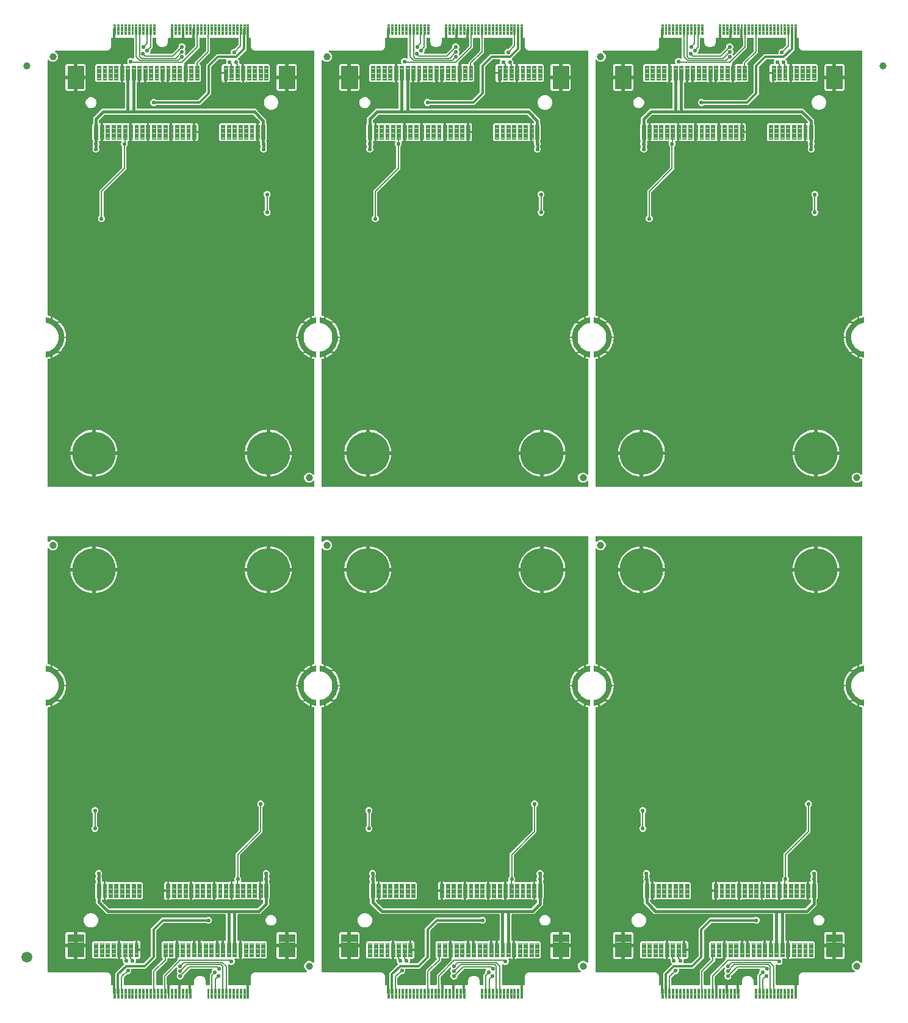
<source format=gtl>
G04 EAGLE Gerber RS-274X export*
G75*
%MOMM*%
%FSLAX34Y34*%
%LPD*%
%INTop Copper*%
%IPPOS*%
%AMOC8*
5,1,8,0,0,1.08239X$1,22.5*%
G01*
%ADD10C,1.000000*%
%ADD11C,6.000000*%
%ADD12C,0.092000*%
%ADD13C,0.102000*%
%ADD14C,0.101500*%
%ADD15C,0.609600*%
%ADD16C,0.203200*%
%ADD17C,1.500000*%
%ADD18C,0.554000*%
%ADD19C,0.304800*%
%ADD20C,0.152400*%
%ADD21C,0.406400*%

G36*
X751484Y715799D02*
X751484Y715799D01*
X751602Y715806D01*
X751641Y715819D01*
X751681Y715824D01*
X751792Y715868D01*
X751905Y715904D01*
X751939Y715926D01*
X751977Y715941D01*
X752073Y716011D01*
X752174Y716075D01*
X752201Y716104D01*
X752234Y716128D01*
X752310Y716220D01*
X752391Y716306D01*
X752411Y716342D01*
X752437Y716373D01*
X752488Y716480D01*
X752545Y716585D01*
X752555Y716624D01*
X752572Y716661D01*
X752595Y716777D01*
X752624Y716893D01*
X752628Y716953D01*
X752632Y716973D01*
X752631Y716993D01*
X752635Y717053D01*
X752635Y722861D01*
X752617Y722999D01*
X752604Y723137D01*
X752597Y723156D01*
X752595Y723176D01*
X752544Y723305D01*
X752497Y723436D01*
X752485Y723453D01*
X752478Y723472D01*
X752396Y723584D01*
X752318Y723699D01*
X752303Y723713D01*
X752291Y723729D01*
X752184Y723818D01*
X752080Y723910D01*
X752062Y723919D01*
X752046Y723932D01*
X751920Y723991D01*
X751796Y724055D01*
X751777Y724059D01*
X751758Y724068D01*
X751622Y724094D01*
X751486Y724124D01*
X751466Y724124D01*
X751446Y724127D01*
X751308Y724119D01*
X751168Y724115D01*
X751149Y724109D01*
X751129Y724108D01*
X750997Y724065D01*
X750863Y724026D01*
X750845Y724016D01*
X750826Y724010D01*
X750708Y723935D01*
X750589Y723865D01*
X750568Y723846D01*
X750557Y723839D01*
X750543Y723824D01*
X750468Y723758D01*
X749245Y722535D01*
X746660Y721465D01*
X743862Y721465D01*
X741278Y722535D01*
X739299Y724514D01*
X738229Y727098D01*
X738229Y729896D01*
X739299Y732481D01*
X741278Y734459D01*
X743862Y735530D01*
X746660Y735530D01*
X749245Y734459D01*
X750468Y733237D01*
X750578Y733152D01*
X750685Y733063D01*
X750703Y733054D01*
X750719Y733042D01*
X750847Y732986D01*
X750973Y732927D01*
X750992Y732923D01*
X751011Y732915D01*
X751149Y732893D01*
X751285Y732867D01*
X751305Y732869D01*
X751325Y732866D01*
X751464Y732879D01*
X751602Y732887D01*
X751622Y732893D01*
X751642Y732895D01*
X751773Y732943D01*
X751905Y732985D01*
X751922Y732996D01*
X751941Y733003D01*
X752056Y733081D01*
X752174Y733155D01*
X752187Y733170D01*
X752204Y733182D01*
X752296Y733286D01*
X752391Y733387D01*
X752401Y733405D01*
X752415Y733420D01*
X752478Y733543D01*
X752545Y733666D01*
X752550Y733685D01*
X752559Y733703D01*
X752590Y733839D01*
X752624Y733973D01*
X752626Y734002D01*
X752629Y734013D01*
X752628Y734034D01*
X752635Y734134D01*
X752635Y892457D01*
X752617Y892600D01*
X752601Y892746D01*
X752597Y892758D01*
X752595Y892772D01*
X752542Y892907D01*
X752491Y893044D01*
X752483Y893055D01*
X752478Y893068D01*
X752392Y893185D01*
X752309Y893305D01*
X752299Y893314D01*
X752291Y893325D01*
X752179Y893418D01*
X752069Y893513D01*
X752057Y893519D01*
X752046Y893528D01*
X751914Y893590D01*
X751784Y893655D01*
X751766Y893660D01*
X751758Y893663D01*
X751741Y893667D01*
X751629Y893698D01*
X749951Y894055D01*
X748731Y894450D01*
X748731Y897203D01*
X750884Y896481D01*
X750894Y896481D01*
X750919Y896472D01*
X754917Y895752D01*
X754956Y895756D01*
X754995Y895750D01*
X755024Y895764D01*
X755056Y895767D01*
X755087Y895791D01*
X755123Y895807D01*
X755140Y895834D01*
X755165Y895854D01*
X755178Y895891D01*
X755200Y895924D01*
X755208Y895979D01*
X755210Y895987D01*
X755210Y895990D01*
X755211Y895997D01*
X755211Y903497D01*
X755208Y903506D01*
X755208Y903508D01*
X755206Y903515D01*
X755192Y903563D01*
X755173Y903629D01*
X755172Y903630D01*
X755171Y903632D01*
X755119Y903677D01*
X755069Y903722D01*
X755067Y903723D01*
X755066Y903724D01*
X755064Y903724D01*
X754997Y903744D01*
X752099Y904168D01*
X749321Y905034D01*
X746713Y906323D01*
X744339Y908005D01*
X742257Y910038D01*
X740519Y912371D01*
X739167Y914947D01*
X738235Y917704D01*
X737746Y920572D01*
X737711Y923497D01*
X737746Y926423D01*
X738235Y929291D01*
X739167Y932048D01*
X740519Y934624D01*
X742257Y936957D01*
X744339Y938990D01*
X746713Y940671D01*
X749321Y941961D01*
X752099Y942827D01*
X754997Y943251D01*
X755059Y943279D01*
X755123Y943307D01*
X755123Y943308D01*
X755125Y943309D01*
X755161Y943366D01*
X755200Y943424D01*
X755200Y943426D01*
X755200Y943429D01*
X755211Y943497D01*
X755211Y950997D01*
X755200Y951034D01*
X755199Y951072D01*
X755181Y951100D01*
X755171Y951132D01*
X755143Y951157D01*
X755121Y951189D01*
X755091Y951202D01*
X755066Y951224D01*
X755028Y951229D01*
X754993Y951245D01*
X754935Y951243D01*
X754928Y951244D01*
X754925Y951243D01*
X754919Y951243D01*
X750908Y950550D01*
X750899Y950545D01*
X750873Y950541D01*
X748731Y949835D01*
X748731Y952585D01*
X749953Y952973D01*
X749994Y952982D01*
X751621Y953316D01*
X751763Y953364D01*
X751905Y953410D01*
X751913Y953415D01*
X751922Y953418D01*
X752047Y953500D01*
X752174Y953580D01*
X752180Y953587D01*
X752188Y953593D01*
X752289Y953703D01*
X752391Y953812D01*
X752396Y953820D01*
X752403Y953827D01*
X752473Y953960D01*
X752545Y954091D01*
X752547Y954100D01*
X752552Y954108D01*
X752587Y954254D01*
X752624Y954398D01*
X752625Y954411D01*
X752627Y954417D01*
X752627Y954431D01*
X752635Y954559D01*
X752635Y1319941D01*
X752620Y1320060D01*
X752612Y1320178D01*
X752600Y1320217D01*
X752595Y1320257D01*
X752551Y1320368D01*
X752514Y1320481D01*
X752493Y1320515D01*
X752478Y1320553D01*
X752408Y1320649D01*
X752344Y1320750D01*
X752315Y1320777D01*
X752291Y1320810D01*
X752199Y1320886D01*
X752113Y1320967D01*
X752077Y1320987D01*
X752046Y1321013D01*
X751938Y1321064D01*
X751834Y1321121D01*
X751795Y1321131D01*
X751758Y1321148D01*
X751641Y1321171D01*
X751526Y1321200D01*
X751466Y1321204D01*
X751446Y1321208D01*
X751426Y1321207D01*
X751365Y1321211D01*
X672771Y1321211D01*
X672723Y1321205D01*
X672674Y1321207D01*
X672566Y1321185D01*
X672456Y1321171D01*
X672410Y1321153D01*
X672363Y1321143D01*
X672342Y1321133D01*
X671421Y1321207D01*
X671399Y1321206D01*
X671320Y1321211D01*
X670390Y1321211D01*
X670329Y1321232D01*
X670228Y1321276D01*
X670179Y1321283D01*
X670133Y1321299D01*
X669974Y1321322D01*
X669432Y1321365D01*
X666307Y1323357D01*
X664478Y1326580D01*
X664466Y1327019D01*
X664453Y1327099D01*
X664451Y1327181D01*
X664429Y1327256D01*
X664425Y1327283D01*
X664425Y1328448D01*
X664423Y1328459D01*
X664424Y1328484D01*
X664391Y1329650D01*
X664394Y1329672D01*
X664414Y1329751D01*
X664424Y1329902D01*
X664425Y1329907D01*
X664424Y1329909D01*
X664425Y1329912D01*
X664425Y1338097D01*
X664410Y1338216D01*
X664402Y1338334D01*
X664390Y1338373D01*
X664385Y1338413D01*
X664341Y1338524D01*
X664304Y1338637D01*
X664283Y1338671D01*
X664268Y1338709D01*
X664198Y1338805D01*
X664134Y1338906D01*
X664105Y1338933D01*
X664081Y1338966D01*
X663989Y1339042D01*
X663903Y1339123D01*
X663867Y1339143D01*
X663836Y1339169D01*
X663728Y1339220D01*
X663624Y1339277D01*
X663585Y1339287D01*
X663548Y1339304D01*
X663431Y1339327D01*
X663316Y1339356D01*
X663256Y1339360D01*
X663236Y1339364D01*
X663216Y1339363D01*
X663155Y1339367D01*
X659787Y1339367D01*
X659669Y1339352D01*
X659550Y1339344D01*
X659512Y1339332D01*
X659472Y1339327D01*
X659361Y1339283D01*
X659248Y1339246D01*
X659214Y1339225D01*
X659176Y1339210D01*
X659080Y1339140D01*
X658979Y1339076D01*
X658952Y1339047D01*
X658919Y1339023D01*
X658843Y1338931D01*
X658761Y1338845D01*
X658742Y1338809D01*
X658716Y1338778D01*
X658665Y1338670D01*
X658608Y1338566D01*
X658598Y1338527D01*
X658580Y1338490D01*
X658558Y1338373D01*
X658528Y1338258D01*
X658525Y1338198D01*
X658521Y1338178D01*
X658522Y1338158D01*
X658518Y1338097D01*
X658518Y1322524D01*
X647590Y1311596D01*
X646660Y1310666D01*
X646587Y1310572D01*
X646508Y1310483D01*
X646490Y1310447D01*
X646465Y1310415D01*
X646418Y1310306D01*
X646364Y1310199D01*
X646355Y1310160D01*
X646339Y1310123D01*
X646320Y1310005D01*
X646294Y1309889D01*
X646295Y1309849D01*
X646289Y1309809D01*
X646300Y1309690D01*
X646304Y1309571D01*
X646315Y1309532D01*
X646319Y1309492D01*
X646359Y1309380D01*
X646392Y1309266D01*
X646413Y1309231D01*
X646426Y1309193D01*
X646493Y1309094D01*
X646554Y1308992D01*
X646593Y1308947D01*
X646605Y1308930D01*
X646620Y1308916D01*
X646660Y1308871D01*
X647733Y1307798D01*
X648464Y1306033D01*
X648464Y1304026D01*
X648457Y1304002D01*
X648457Y1303946D01*
X648447Y1303890D01*
X648454Y1303787D01*
X648452Y1303684D01*
X648466Y1303629D01*
X648470Y1303573D01*
X648502Y1303475D01*
X648526Y1303375D01*
X648553Y1303325D01*
X648571Y1303271D01*
X648627Y1303185D01*
X648675Y1303094D01*
X648713Y1303052D01*
X648744Y1303004D01*
X648820Y1302935D01*
X648889Y1302858D01*
X648936Y1302827D01*
X648978Y1302789D01*
X649069Y1302740D01*
X649155Y1302684D01*
X649208Y1302665D01*
X649258Y1302638D01*
X649358Y1302614D01*
X649455Y1302580D01*
X649512Y1302576D01*
X649567Y1302562D01*
X649670Y1302563D01*
X649772Y1302555D01*
X649828Y1302565D01*
X649885Y1302565D01*
X650043Y1302597D01*
X650570Y1302738D01*
X651962Y1302738D01*
X651962Y1290428D01*
X651977Y1290309D01*
X651984Y1290191D01*
X651987Y1290184D01*
X651972Y1290128D01*
X651969Y1290068D01*
X651965Y1290048D01*
X651966Y1290027D01*
X651962Y1289967D01*
X651962Y1277657D01*
X650570Y1277657D01*
X649794Y1277865D01*
X649569Y1277995D01*
X649483Y1278030D01*
X649403Y1278075D01*
X649338Y1278092D01*
X649275Y1278118D01*
X649184Y1278131D01*
X649095Y1278154D01*
X648978Y1278162D01*
X648961Y1278164D01*
X648952Y1278164D01*
X648934Y1278165D01*
X633989Y1278165D01*
X633897Y1278153D01*
X633805Y1278151D01*
X633740Y1278133D01*
X633673Y1278125D01*
X633588Y1278091D01*
X633498Y1278066D01*
X633393Y1278014D01*
X633378Y1278008D01*
X633371Y1278003D01*
X633354Y1277995D01*
X633129Y1277865D01*
X632353Y1277657D01*
X630961Y1277657D01*
X630961Y1289967D01*
X630946Y1290085D01*
X630938Y1290204D01*
X630926Y1290243D01*
X630921Y1290283D01*
X630877Y1290393D01*
X630840Y1290507D01*
X630819Y1290541D01*
X630804Y1290578D01*
X630734Y1290675D01*
X630670Y1290775D01*
X630641Y1290803D01*
X630617Y1290836D01*
X630525Y1290912D01*
X630439Y1290993D01*
X630403Y1291013D01*
X630372Y1291039D01*
X630329Y1291059D01*
X630274Y1291135D01*
X630210Y1291236D01*
X630180Y1291263D01*
X630157Y1291296D01*
X630065Y1291372D01*
X629978Y1291453D01*
X629943Y1291473D01*
X629912Y1291499D01*
X629804Y1291550D01*
X629700Y1291607D01*
X629661Y1291617D01*
X629624Y1291634D01*
X629507Y1291657D01*
X629392Y1291686D01*
X629332Y1291690D01*
X629312Y1291694D01*
X629291Y1291693D01*
X629231Y1291697D01*
X623921Y1291697D01*
X623921Y1300089D01*
X624129Y1300865D01*
X624530Y1301561D01*
X625098Y1302129D01*
X625794Y1302530D01*
X626570Y1302738D01*
X628699Y1302738D01*
X628818Y1302753D01*
X628936Y1302760D01*
X628975Y1302773D01*
X629015Y1302778D01*
X629126Y1302822D01*
X629239Y1302858D01*
X629273Y1302880D01*
X629311Y1302895D01*
X629407Y1302965D01*
X629508Y1303029D01*
X629535Y1303058D01*
X629568Y1303082D01*
X629644Y1303174D01*
X629725Y1303260D01*
X629745Y1303296D01*
X629771Y1303327D01*
X629822Y1303434D01*
X629879Y1303539D01*
X629889Y1303578D01*
X629906Y1303615D01*
X629929Y1303731D01*
X629958Y1303847D01*
X629962Y1303907D01*
X629966Y1303927D01*
X629965Y1303947D01*
X629969Y1304007D01*
X629969Y1306033D01*
X630529Y1307386D01*
X630542Y1307434D01*
X630563Y1307479D01*
X630584Y1307586D01*
X630613Y1307692D01*
X630614Y1307742D01*
X630623Y1307791D01*
X630616Y1307900D01*
X630618Y1308010D01*
X630607Y1308059D01*
X630603Y1308108D01*
X630570Y1308213D01*
X630544Y1308320D01*
X630521Y1308364D01*
X630505Y1308411D01*
X630447Y1308504D01*
X630395Y1308601D01*
X630362Y1308638D01*
X630335Y1308680D01*
X630255Y1308755D01*
X630181Y1308836D01*
X630140Y1308863D01*
X630104Y1308897D01*
X630007Y1308951D01*
X629916Y1309011D01*
X629869Y1309027D01*
X629825Y1309051D01*
X629719Y1309078D01*
X629615Y1309114D01*
X629565Y1309118D01*
X629517Y1309130D01*
X629356Y1309141D01*
X620260Y1309141D01*
X620162Y1309128D01*
X620063Y1309125D01*
X620005Y1309108D01*
X619945Y1309101D01*
X619853Y1309064D01*
X619758Y1309037D01*
X619705Y1309006D01*
X619649Y1308984D01*
X619569Y1308926D01*
X619484Y1308875D01*
X619408Y1308809D01*
X619392Y1308797D01*
X619384Y1308788D01*
X619363Y1308769D01*
X609490Y1298896D01*
X609429Y1298818D01*
X609361Y1298746D01*
X609332Y1298693D01*
X609295Y1298645D01*
X609256Y1298554D01*
X609208Y1298467D01*
X609193Y1298408D01*
X609169Y1298353D01*
X609153Y1298255D01*
X609128Y1298159D01*
X609122Y1298059D01*
X609119Y1298039D01*
X609120Y1298026D01*
X609118Y1297998D01*
X609118Y1260424D01*
X594335Y1245641D01*
X533123Y1245641D01*
X533024Y1245628D01*
X532925Y1245625D01*
X532867Y1245608D01*
X532807Y1245601D01*
X532715Y1245564D01*
X532620Y1245537D01*
X532568Y1245506D01*
X532511Y1245484D01*
X532431Y1245426D01*
X532346Y1245375D01*
X532270Y1245309D01*
X532254Y1245297D01*
X532246Y1245288D01*
X532225Y1245269D01*
X532082Y1245126D01*
X530317Y1244395D01*
X528406Y1244395D01*
X526641Y1245126D01*
X525290Y1246477D01*
X524559Y1248242D01*
X524559Y1250153D01*
X525290Y1251918D01*
X526641Y1253269D01*
X528406Y1254000D01*
X530317Y1254000D01*
X532082Y1253269D01*
X532225Y1253126D01*
X532303Y1253065D01*
X532375Y1252997D01*
X532428Y1252968D01*
X532476Y1252931D01*
X532567Y1252892D01*
X532654Y1252844D01*
X532712Y1252829D01*
X532768Y1252805D01*
X532866Y1252789D01*
X532962Y1252764D01*
X533062Y1252758D01*
X533082Y1252755D01*
X533095Y1252756D01*
X533123Y1252754D01*
X590862Y1252754D01*
X590961Y1252767D01*
X591060Y1252770D01*
X591118Y1252786D01*
X591178Y1252794D01*
X591270Y1252830D01*
X591365Y1252858D01*
X591417Y1252889D01*
X591474Y1252911D01*
X591554Y1252969D01*
X591639Y1253019D01*
X591714Y1253086D01*
X591731Y1253098D01*
X591739Y1253107D01*
X591760Y1253126D01*
X601633Y1262999D01*
X601694Y1263077D01*
X601761Y1263149D01*
X601791Y1263202D01*
X601828Y1263250D01*
X601867Y1263341D01*
X601915Y1263428D01*
X601930Y1263486D01*
X601954Y1263542D01*
X601970Y1263640D01*
X601994Y1263736D01*
X602001Y1263836D01*
X602004Y1263856D01*
X602003Y1263868D01*
X602005Y1263896D01*
X602005Y1301471D01*
X616788Y1316254D01*
X635180Y1316254D01*
X635230Y1316260D01*
X635279Y1316258D01*
X635387Y1316280D01*
X635496Y1316294D01*
X635542Y1316312D01*
X635591Y1316322D01*
X635690Y1316371D01*
X635792Y1316411D01*
X635832Y1316440D01*
X635877Y1316462D01*
X635960Y1316533D01*
X636049Y1316598D01*
X636081Y1316636D01*
X636119Y1316668D01*
X636182Y1316758D01*
X636252Y1316843D01*
X636273Y1316888D01*
X636302Y1316928D01*
X636341Y1317031D01*
X636387Y1317131D01*
X636397Y1317179D01*
X636414Y1317226D01*
X636426Y1317335D01*
X636447Y1317443D01*
X636444Y1317492D01*
X636450Y1317542D01*
X636434Y1317651D01*
X636427Y1317760D01*
X636412Y1317807D01*
X636405Y1317857D01*
X636353Y1318009D01*
X636319Y1318092D01*
X636319Y1320003D01*
X637050Y1321768D01*
X638401Y1323119D01*
X640166Y1323850D01*
X641446Y1323850D01*
X641544Y1323863D01*
X641643Y1323866D01*
X641701Y1323882D01*
X641762Y1323890D01*
X641854Y1323926D01*
X641949Y1323954D01*
X642001Y1323985D01*
X642057Y1324007D01*
X642137Y1324065D01*
X642223Y1324115D01*
X642298Y1324182D01*
X642315Y1324194D01*
X642322Y1324203D01*
X642344Y1324222D01*
X646795Y1328673D01*
X646856Y1328751D01*
X646923Y1328824D01*
X646953Y1328877D01*
X646990Y1328925D01*
X647029Y1329016D01*
X647077Y1329102D01*
X647092Y1329161D01*
X647116Y1329216D01*
X647132Y1329314D01*
X647156Y1329410D01*
X647163Y1329510D01*
X647166Y1329530D01*
X647165Y1329543D01*
X647167Y1329571D01*
X647167Y1338097D01*
X647152Y1338216D01*
X647144Y1338334D01*
X647132Y1338373D01*
X647127Y1338413D01*
X647083Y1338524D01*
X647046Y1338637D01*
X647025Y1338671D01*
X647010Y1338709D01*
X646940Y1338805D01*
X646876Y1338906D01*
X646847Y1338933D01*
X646823Y1338966D01*
X646731Y1339042D01*
X646645Y1339123D01*
X646609Y1339143D01*
X646578Y1339169D01*
X646470Y1339220D01*
X646366Y1339277D01*
X646327Y1339287D01*
X646290Y1339304D01*
X646173Y1339327D01*
X646058Y1339356D01*
X645998Y1339360D01*
X645978Y1339364D01*
X645958Y1339363D01*
X645897Y1339367D01*
X609025Y1339367D01*
X608907Y1339352D01*
X608788Y1339344D01*
X608750Y1339332D01*
X608710Y1339327D01*
X608599Y1339283D01*
X608486Y1339246D01*
X608452Y1339225D01*
X608414Y1339210D01*
X608318Y1339140D01*
X608217Y1339076D01*
X608190Y1339047D01*
X608157Y1339023D01*
X608081Y1338931D01*
X607999Y1338845D01*
X607980Y1338809D01*
X607954Y1338778D01*
X607903Y1338670D01*
X607846Y1338566D01*
X607836Y1338527D01*
X607818Y1338490D01*
X607796Y1338373D01*
X607766Y1338258D01*
X607763Y1338198D01*
X607759Y1338178D01*
X607760Y1338158D01*
X607756Y1338097D01*
X607756Y1318560D01*
X593113Y1303917D01*
X593040Y1303823D01*
X592961Y1303733D01*
X592943Y1303697D01*
X592918Y1303665D01*
X592871Y1303556D01*
X592817Y1303450D01*
X592808Y1303411D01*
X592792Y1303374D01*
X592773Y1303256D01*
X592747Y1303140D01*
X592748Y1303100D01*
X592742Y1303060D01*
X592753Y1302941D01*
X592757Y1302822D01*
X592768Y1302783D01*
X592772Y1302743D01*
X592812Y1302631D01*
X592845Y1302517D01*
X592866Y1302482D01*
X592879Y1302444D01*
X592946Y1302345D01*
X593007Y1302243D01*
X593047Y1302197D01*
X593058Y1302180D01*
X593073Y1302167D01*
X593113Y1302122D01*
X594494Y1300741D01*
X594494Y1279654D01*
X593005Y1278165D01*
X577989Y1278165D01*
X577897Y1278153D01*
X577805Y1278151D01*
X577740Y1278133D01*
X577673Y1278125D01*
X577588Y1278091D01*
X577498Y1278066D01*
X577393Y1278014D01*
X577378Y1278008D01*
X577371Y1278003D01*
X577354Y1277995D01*
X577129Y1277865D01*
X576353Y1277657D01*
X574961Y1277657D01*
X574961Y1289967D01*
X574946Y1290085D01*
X574938Y1290204D01*
X574936Y1290211D01*
X574950Y1290267D01*
X574954Y1290327D01*
X574958Y1290347D01*
X574957Y1290367D01*
X574961Y1290428D01*
X574961Y1302738D01*
X576353Y1302738D01*
X577129Y1302530D01*
X577354Y1302400D01*
X577439Y1302364D01*
X577520Y1302320D01*
X577585Y1302303D01*
X577647Y1302277D01*
X577739Y1302263D01*
X577828Y1302240D01*
X577945Y1302233D01*
X577962Y1302230D01*
X577970Y1302231D01*
X577989Y1302230D01*
X585397Y1302230D01*
X585516Y1302245D01*
X585634Y1302252D01*
X585673Y1302265D01*
X585713Y1302270D01*
X585824Y1302314D01*
X585937Y1302350D01*
X585971Y1302372D01*
X586009Y1302387D01*
X586105Y1302457D01*
X586206Y1302521D01*
X586233Y1302550D01*
X586266Y1302574D01*
X586342Y1302666D01*
X586423Y1302752D01*
X586443Y1302788D01*
X586469Y1302819D01*
X586520Y1302926D01*
X586577Y1303031D01*
X586587Y1303070D01*
X586604Y1303107D01*
X586627Y1303223D01*
X586656Y1303339D01*
X586660Y1303399D01*
X586664Y1303419D01*
X586663Y1303439D01*
X586667Y1303499D01*
X586667Y1305375D01*
X601795Y1320503D01*
X601856Y1320582D01*
X601923Y1320654D01*
X601953Y1320707D01*
X601990Y1320755D01*
X602029Y1320846D01*
X602077Y1320932D01*
X602092Y1320991D01*
X602116Y1321046D01*
X602132Y1321144D01*
X602156Y1321240D01*
X602163Y1321340D01*
X602166Y1321360D01*
X602165Y1321373D01*
X602167Y1321401D01*
X602167Y1338097D01*
X602152Y1338216D01*
X602144Y1338334D01*
X602132Y1338373D01*
X602127Y1338413D01*
X602083Y1338524D01*
X602046Y1338637D01*
X602025Y1338671D01*
X602010Y1338709D01*
X601940Y1338805D01*
X601876Y1338906D01*
X601847Y1338933D01*
X601823Y1338966D01*
X601731Y1339042D01*
X601645Y1339123D01*
X601609Y1339143D01*
X601578Y1339169D01*
X601470Y1339220D01*
X601366Y1339277D01*
X601327Y1339287D01*
X601290Y1339304D01*
X601173Y1339327D01*
X601058Y1339356D01*
X600998Y1339360D01*
X600978Y1339364D01*
X600958Y1339363D01*
X600897Y1339367D01*
X594025Y1339367D01*
X593907Y1339352D01*
X593788Y1339344D01*
X593750Y1339332D01*
X593710Y1339327D01*
X593599Y1339283D01*
X593486Y1339246D01*
X593452Y1339225D01*
X593414Y1339210D01*
X593318Y1339140D01*
X593217Y1339076D01*
X593190Y1339047D01*
X593157Y1339023D01*
X593081Y1338931D01*
X592999Y1338845D01*
X592980Y1338809D01*
X592954Y1338778D01*
X592903Y1338670D01*
X592846Y1338566D01*
X592836Y1338527D01*
X592818Y1338490D01*
X592796Y1338373D01*
X592766Y1338258D01*
X592763Y1338198D01*
X592759Y1338178D01*
X592760Y1338158D01*
X592756Y1338097D01*
X592756Y1325150D01*
X572334Y1304728D01*
X572273Y1304649D01*
X572205Y1304577D01*
X572176Y1304524D01*
X572139Y1304476D01*
X572100Y1304385D01*
X572052Y1304299D01*
X572037Y1304240D01*
X572013Y1304184D01*
X571997Y1304086D01*
X571972Y1303991D01*
X571966Y1303891D01*
X571963Y1303870D01*
X571964Y1303858D01*
X571962Y1303830D01*
X571962Y1290428D01*
X571977Y1290309D01*
X571984Y1290191D01*
X571987Y1290184D01*
X571972Y1290128D01*
X571969Y1290068D01*
X571965Y1290048D01*
X571966Y1290027D01*
X571962Y1289967D01*
X571962Y1277657D01*
X570570Y1277657D01*
X569794Y1277865D01*
X569569Y1277995D01*
X569483Y1278030D01*
X569403Y1278075D01*
X569338Y1278092D01*
X569275Y1278118D01*
X569184Y1278131D01*
X569095Y1278154D01*
X568978Y1278162D01*
X568961Y1278164D01*
X568952Y1278164D01*
X568934Y1278165D01*
X553989Y1278165D01*
X553897Y1278153D01*
X553805Y1278151D01*
X553740Y1278133D01*
X553673Y1278125D01*
X553587Y1278091D01*
X553498Y1278066D01*
X553393Y1278014D01*
X553378Y1278008D01*
X553371Y1278003D01*
X553354Y1277995D01*
X553129Y1277865D01*
X552353Y1277657D01*
X550961Y1277657D01*
X550961Y1289967D01*
X550946Y1290085D01*
X550938Y1290204D01*
X550926Y1290243D01*
X550921Y1290283D01*
X550877Y1290393D01*
X550840Y1290507D01*
X550819Y1290541D01*
X550804Y1290578D01*
X550734Y1290675D01*
X550670Y1290775D01*
X550641Y1290803D01*
X550617Y1290836D01*
X550525Y1290912D01*
X550439Y1290993D01*
X550403Y1291013D01*
X550372Y1291039D01*
X550264Y1291089D01*
X550160Y1291147D01*
X550121Y1291157D01*
X550084Y1291174D01*
X549967Y1291196D01*
X549852Y1291226D01*
X549792Y1291230D01*
X549772Y1291234D01*
X549752Y1291233D01*
X549691Y1291236D01*
X549231Y1291236D01*
X549113Y1291222D01*
X548994Y1291214D01*
X548956Y1291202D01*
X548916Y1291197D01*
X548805Y1291153D01*
X548692Y1291116D01*
X548658Y1291094D01*
X548620Y1291080D01*
X548524Y1291010D01*
X548423Y1290946D01*
X548396Y1290916D01*
X548363Y1290893D01*
X548287Y1290801D01*
X548205Y1290714D01*
X548186Y1290679D01*
X548160Y1290648D01*
X548109Y1290540D01*
X548052Y1290436D01*
X548042Y1290397D01*
X548024Y1290360D01*
X548002Y1290243D01*
X547972Y1290128D01*
X547969Y1290068D01*
X547965Y1290048D01*
X547966Y1290027D01*
X547962Y1289967D01*
X547962Y1277657D01*
X546570Y1277657D01*
X545790Y1277866D01*
X545698Y1277878D01*
X545609Y1277900D01*
X545542Y1277900D01*
X545475Y1277909D01*
X545383Y1277898D01*
X545291Y1277897D01*
X545176Y1277874D01*
X545159Y1277872D01*
X545151Y1277869D01*
X545133Y1277866D01*
X544353Y1277657D01*
X542961Y1277657D01*
X542961Y1289967D01*
X542946Y1290085D01*
X542938Y1290204D01*
X542926Y1290243D01*
X542921Y1290283D01*
X542877Y1290393D01*
X542840Y1290507D01*
X542819Y1290541D01*
X542804Y1290578D01*
X542734Y1290675D01*
X542670Y1290775D01*
X542641Y1290803D01*
X542617Y1290836D01*
X542525Y1290912D01*
X542439Y1290993D01*
X542403Y1291013D01*
X542372Y1291039D01*
X542264Y1291089D01*
X542160Y1291147D01*
X542121Y1291157D01*
X542084Y1291174D01*
X541967Y1291196D01*
X541852Y1291226D01*
X541792Y1291230D01*
X541772Y1291234D01*
X541752Y1291233D01*
X541691Y1291236D01*
X541231Y1291236D01*
X541113Y1291222D01*
X540994Y1291214D01*
X540956Y1291202D01*
X540916Y1291197D01*
X540805Y1291153D01*
X540692Y1291116D01*
X540658Y1291094D01*
X540620Y1291080D01*
X540524Y1291010D01*
X540423Y1290946D01*
X540396Y1290916D01*
X540363Y1290893D01*
X540287Y1290801D01*
X540205Y1290714D01*
X540186Y1290679D01*
X540160Y1290648D01*
X540109Y1290540D01*
X540052Y1290436D01*
X540042Y1290397D01*
X540024Y1290360D01*
X540002Y1290243D01*
X539972Y1290128D01*
X539969Y1290068D01*
X539965Y1290048D01*
X539966Y1290027D01*
X539962Y1289967D01*
X539962Y1277657D01*
X538570Y1277657D01*
X537794Y1277865D01*
X537569Y1277995D01*
X537483Y1278030D01*
X537403Y1278075D01*
X537338Y1278092D01*
X537275Y1278118D01*
X537184Y1278131D01*
X537095Y1278154D01*
X536978Y1278162D01*
X536961Y1278164D01*
X536952Y1278164D01*
X536934Y1278165D01*
X521989Y1278165D01*
X521897Y1278153D01*
X521805Y1278151D01*
X521740Y1278133D01*
X521673Y1278125D01*
X521588Y1278091D01*
X521498Y1278066D01*
X521393Y1278014D01*
X521378Y1278008D01*
X521371Y1278003D01*
X521354Y1277995D01*
X521129Y1277865D01*
X520353Y1277657D01*
X518961Y1277657D01*
X518961Y1289967D01*
X518946Y1290085D01*
X518938Y1290204D01*
X518926Y1290243D01*
X518921Y1290283D01*
X518877Y1290393D01*
X518840Y1290507D01*
X518819Y1290541D01*
X518804Y1290578D01*
X518734Y1290675D01*
X518670Y1290775D01*
X518641Y1290803D01*
X518617Y1290836D01*
X518525Y1290912D01*
X518439Y1290993D01*
X518403Y1291013D01*
X518372Y1291039D01*
X518264Y1291089D01*
X518160Y1291147D01*
X518121Y1291157D01*
X518084Y1291174D01*
X517967Y1291196D01*
X517852Y1291226D01*
X517792Y1291230D01*
X517772Y1291234D01*
X517752Y1291233D01*
X517691Y1291236D01*
X517231Y1291236D01*
X517113Y1291222D01*
X516994Y1291214D01*
X516956Y1291202D01*
X516916Y1291197D01*
X516805Y1291153D01*
X516692Y1291116D01*
X516658Y1291094D01*
X516620Y1291080D01*
X516524Y1291010D01*
X516423Y1290946D01*
X516396Y1290916D01*
X516363Y1290893D01*
X516287Y1290801D01*
X516205Y1290714D01*
X516186Y1290679D01*
X516160Y1290648D01*
X516109Y1290540D01*
X516052Y1290436D01*
X516042Y1290397D01*
X516024Y1290360D01*
X516002Y1290243D01*
X515972Y1290128D01*
X515969Y1290068D01*
X515965Y1290048D01*
X515966Y1290027D01*
X515962Y1289967D01*
X515962Y1277657D01*
X514570Y1277657D01*
X513790Y1277866D01*
X513698Y1277878D01*
X513609Y1277900D01*
X513542Y1277900D01*
X513475Y1277909D01*
X513383Y1277898D01*
X513291Y1277897D01*
X513176Y1277874D01*
X513159Y1277872D01*
X513151Y1277869D01*
X513133Y1277866D01*
X512353Y1277657D01*
X510961Y1277657D01*
X510961Y1289967D01*
X510946Y1290085D01*
X510938Y1290204D01*
X510926Y1290243D01*
X510921Y1290283D01*
X510877Y1290393D01*
X510840Y1290507D01*
X510819Y1290541D01*
X510804Y1290578D01*
X510734Y1290675D01*
X510670Y1290775D01*
X510641Y1290803D01*
X510617Y1290836D01*
X510525Y1290912D01*
X510439Y1290993D01*
X510403Y1291013D01*
X510372Y1291039D01*
X510264Y1291089D01*
X510160Y1291147D01*
X510121Y1291157D01*
X510084Y1291174D01*
X509967Y1291196D01*
X509852Y1291226D01*
X509792Y1291230D01*
X509772Y1291234D01*
X509752Y1291233D01*
X509691Y1291236D01*
X509231Y1291236D01*
X509113Y1291222D01*
X508994Y1291214D01*
X508956Y1291202D01*
X508916Y1291197D01*
X508805Y1291153D01*
X508692Y1291116D01*
X508658Y1291094D01*
X508620Y1291080D01*
X508524Y1291010D01*
X508423Y1290946D01*
X508396Y1290916D01*
X508363Y1290893D01*
X508287Y1290801D01*
X508205Y1290714D01*
X508186Y1290679D01*
X508160Y1290648D01*
X508109Y1290540D01*
X508052Y1290436D01*
X508042Y1290397D01*
X508024Y1290360D01*
X508002Y1290243D01*
X507972Y1290128D01*
X507969Y1290068D01*
X507965Y1290048D01*
X507966Y1290027D01*
X507962Y1289967D01*
X507962Y1277657D01*
X506795Y1277657D01*
X506677Y1277642D01*
X506558Y1277634D01*
X506520Y1277622D01*
X506480Y1277617D01*
X506369Y1277573D01*
X506256Y1277536D01*
X506222Y1277515D01*
X506184Y1277500D01*
X506088Y1277430D01*
X505987Y1277366D01*
X505960Y1277337D01*
X505927Y1277313D01*
X505851Y1277221D01*
X505769Y1277135D01*
X505750Y1277099D01*
X505724Y1277068D01*
X505673Y1276960D01*
X505616Y1276856D01*
X505606Y1276817D01*
X505588Y1276780D01*
X505566Y1276663D01*
X505536Y1276548D01*
X505533Y1276488D01*
X505529Y1276468D01*
X505530Y1276448D01*
X505526Y1276387D01*
X505526Y1241831D01*
X505541Y1241713D01*
X505548Y1241594D01*
X505561Y1241556D01*
X505566Y1241516D01*
X505610Y1241405D01*
X505646Y1241292D01*
X505668Y1241258D01*
X505683Y1241220D01*
X505753Y1241124D01*
X505817Y1241023D01*
X505846Y1240996D01*
X505870Y1240963D01*
X505962Y1240887D01*
X506048Y1240805D01*
X506084Y1240786D01*
X506115Y1240760D01*
X506222Y1240709D01*
X506327Y1240652D01*
X506366Y1240642D01*
X506403Y1240624D01*
X506519Y1240602D01*
X506635Y1240572D01*
X506695Y1240569D01*
X506715Y1240565D01*
X506735Y1240566D01*
X506795Y1240562D01*
X670745Y1240562D01*
X685526Y1225781D01*
X685526Y1220234D01*
X685539Y1220136D01*
X685542Y1220037D01*
X685558Y1219979D01*
X685566Y1219919D01*
X685602Y1219827D01*
X685630Y1219732D01*
X685661Y1219679D01*
X685683Y1219623D01*
X685741Y1219543D01*
X685791Y1219458D01*
X685858Y1219382D01*
X685870Y1219366D01*
X685879Y1219358D01*
X685898Y1219337D01*
X686494Y1218741D01*
X686494Y1197654D01*
X685898Y1197058D01*
X685837Y1196980D01*
X685769Y1196908D01*
X685740Y1196855D01*
X685703Y1196807D01*
X685664Y1196716D01*
X685616Y1196629D01*
X685601Y1196570D01*
X685577Y1196515D01*
X685561Y1196417D01*
X685536Y1196321D01*
X685530Y1196221D01*
X685527Y1196201D01*
X685528Y1196188D01*
X685526Y1196160D01*
X685526Y1195601D01*
X685539Y1195502D01*
X685542Y1195403D01*
X685558Y1195345D01*
X685566Y1195285D01*
X685602Y1195193D01*
X685630Y1195098D01*
X685661Y1195046D01*
X685683Y1194989D01*
X685741Y1194909D01*
X685791Y1194824D01*
X685826Y1194785D01*
X686564Y1193003D01*
X686564Y1191092D01*
X685923Y1189544D01*
X685920Y1189535D01*
X685916Y1189527D01*
X685878Y1189381D01*
X685839Y1189237D01*
X685839Y1189228D01*
X685836Y1189219D01*
X685826Y1189058D01*
X685826Y1187417D01*
X685827Y1187408D01*
X685826Y1187398D01*
X685847Y1187248D01*
X685866Y1187101D01*
X685869Y1187093D01*
X685871Y1187084D01*
X685923Y1186931D01*
X686564Y1185383D01*
X686564Y1183472D01*
X685833Y1181707D01*
X684482Y1180356D01*
X682717Y1179625D01*
X680806Y1179625D01*
X679041Y1180356D01*
X677690Y1181707D01*
X676959Y1183472D01*
X676959Y1185383D01*
X677600Y1186931D01*
X677602Y1186940D01*
X677607Y1186948D01*
X677644Y1187093D01*
X677684Y1187238D01*
X677684Y1187247D01*
X677686Y1187256D01*
X677697Y1187417D01*
X677697Y1189058D01*
X677696Y1189067D01*
X677697Y1189076D01*
X677676Y1189225D01*
X677657Y1189373D01*
X677653Y1189382D01*
X677652Y1189391D01*
X677600Y1189544D01*
X676959Y1191092D01*
X676959Y1193003D01*
X677300Y1193827D01*
X677302Y1193836D01*
X677307Y1193844D01*
X677316Y1193878D01*
X677326Y1193899D01*
X677338Y1193966D01*
X677344Y1193989D01*
X677384Y1194134D01*
X677384Y1194143D01*
X677386Y1194152D01*
X677397Y1194313D01*
X677397Y1194387D01*
X677389Y1194448D01*
X677389Y1194452D01*
X677388Y1194456D01*
X677382Y1194506D01*
X677374Y1194624D01*
X677362Y1194663D01*
X677357Y1194703D01*
X677313Y1194814D01*
X677276Y1194927D01*
X677255Y1194961D01*
X677240Y1194999D01*
X677170Y1195095D01*
X677106Y1195196D01*
X677077Y1195223D01*
X677053Y1195256D01*
X676961Y1195332D01*
X676875Y1195413D01*
X676839Y1195433D01*
X676808Y1195459D01*
X676700Y1195510D01*
X676596Y1195567D01*
X676557Y1195577D01*
X676520Y1195594D01*
X676403Y1195617D01*
X676288Y1195646D01*
X676228Y1195650D01*
X676208Y1195654D01*
X676188Y1195653D01*
X676127Y1195657D01*
X674961Y1195657D01*
X674961Y1207967D01*
X674946Y1208085D01*
X674938Y1208204D01*
X674936Y1208211D01*
X674950Y1208267D01*
X674954Y1208327D01*
X674958Y1208347D01*
X674957Y1208367D01*
X674961Y1208428D01*
X674961Y1220738D01*
X676008Y1220738D01*
X676146Y1220756D01*
X676284Y1220769D01*
X676304Y1220775D01*
X676324Y1220778D01*
X676453Y1220829D01*
X676584Y1220876D01*
X676600Y1220888D01*
X676619Y1220895D01*
X676731Y1220976D01*
X676847Y1221055D01*
X676860Y1221070D01*
X676877Y1221082D01*
X676965Y1221189D01*
X677057Y1221293D01*
X677066Y1221311D01*
X677079Y1221327D01*
X677139Y1221453D01*
X677202Y1221576D01*
X677206Y1221596D01*
X677215Y1221615D01*
X677241Y1221751D01*
X677272Y1221887D01*
X677271Y1221907D01*
X677275Y1221927D01*
X677266Y1222065D01*
X677262Y1222205D01*
X677256Y1222224D01*
X677255Y1222244D01*
X677212Y1222376D01*
X677173Y1222510D01*
X677163Y1222528D01*
X677157Y1222547D01*
X677082Y1222665D01*
X677012Y1222784D01*
X676993Y1222805D01*
X676987Y1222816D01*
X676972Y1222830D01*
X676906Y1222905D01*
X667749Y1232061D01*
X667671Y1232122D01*
X667599Y1232189D01*
X667546Y1232219D01*
X667498Y1232256D01*
X667407Y1232295D01*
X667321Y1232343D01*
X667262Y1232358D01*
X667206Y1232382D01*
X667108Y1232398D01*
X667013Y1232422D01*
X666913Y1232429D01*
X666892Y1232432D01*
X666880Y1232431D01*
X666852Y1232433D01*
X461721Y1232433D01*
X461623Y1232420D01*
X461524Y1232417D01*
X461465Y1232400D01*
X461405Y1232393D01*
X461313Y1232356D01*
X461218Y1232329D01*
X461166Y1232298D01*
X461110Y1232276D01*
X461030Y1232218D01*
X460944Y1232167D01*
X460869Y1232101D01*
X460852Y1232089D01*
X460844Y1232080D01*
X460823Y1232061D01*
X453898Y1225135D01*
X453837Y1225057D01*
X453769Y1224985D01*
X453740Y1224932D01*
X453703Y1224884D01*
X453664Y1224793D01*
X453616Y1224707D01*
X453601Y1224648D01*
X453577Y1224592D01*
X453561Y1224494D01*
X453536Y1224399D01*
X453530Y1224299D01*
X453527Y1224278D01*
X453528Y1224266D01*
X453526Y1224238D01*
X453526Y1222007D01*
X453541Y1221889D01*
X453548Y1221770D01*
X453561Y1221732D01*
X453566Y1221692D01*
X453610Y1221581D01*
X453646Y1221468D01*
X453668Y1221434D01*
X453683Y1221396D01*
X453753Y1221300D01*
X453817Y1221199D01*
X453846Y1221172D01*
X453870Y1221139D01*
X453962Y1221063D01*
X454048Y1220981D01*
X454084Y1220962D01*
X454115Y1220936D01*
X454222Y1220885D01*
X454327Y1220828D01*
X454366Y1220818D01*
X454403Y1220800D01*
X454519Y1220778D01*
X454635Y1220748D01*
X454695Y1220745D01*
X454715Y1220741D01*
X454735Y1220742D01*
X454795Y1220738D01*
X455962Y1220738D01*
X455962Y1208428D01*
X455977Y1208309D01*
X455984Y1208191D01*
X455987Y1208184D01*
X455972Y1208128D01*
X455969Y1208068D01*
X455965Y1208048D01*
X455966Y1208027D01*
X455962Y1207967D01*
X455962Y1195657D01*
X454954Y1195657D01*
X454905Y1195650D01*
X454855Y1195653D01*
X454748Y1195631D01*
X454639Y1195617D01*
X454593Y1195599D01*
X454544Y1195588D01*
X454445Y1195540D01*
X454343Y1195500D01*
X454303Y1195471D01*
X454258Y1195449D01*
X454175Y1195378D01*
X454086Y1195313D01*
X454054Y1195275D01*
X454016Y1195242D01*
X453953Y1195153D01*
X453883Y1195068D01*
X453862Y1195023D01*
X453833Y1194982D01*
X453794Y1194880D01*
X453747Y1194780D01*
X453738Y1194732D01*
X453721Y1194685D01*
X453708Y1194576D01*
X453688Y1194468D01*
X453691Y1194418D01*
X453685Y1194369D01*
X453701Y1194260D01*
X453707Y1194151D01*
X453723Y1194103D01*
X453730Y1194054D01*
X453782Y1193902D01*
X454154Y1193003D01*
X454154Y1191092D01*
X453513Y1189544D01*
X453510Y1189535D01*
X453506Y1189527D01*
X453468Y1189381D01*
X453429Y1189237D01*
X453429Y1189228D01*
X453426Y1189219D01*
X453416Y1189058D01*
X453416Y1187417D01*
X453417Y1187408D01*
X453416Y1187398D01*
X453437Y1187248D01*
X453456Y1187101D01*
X453459Y1187093D01*
X453461Y1187084D01*
X453513Y1186931D01*
X454154Y1185383D01*
X454154Y1183472D01*
X453423Y1181707D01*
X452072Y1180356D01*
X450307Y1179625D01*
X448396Y1179625D01*
X446631Y1180356D01*
X445280Y1181707D01*
X444549Y1183472D01*
X444549Y1185383D01*
X445190Y1186931D01*
X445192Y1186940D01*
X445197Y1186948D01*
X445234Y1187093D01*
X445274Y1187238D01*
X445274Y1187247D01*
X445276Y1187256D01*
X445287Y1187417D01*
X445287Y1189058D01*
X445286Y1189067D01*
X445287Y1189076D01*
X445266Y1189225D01*
X445247Y1189373D01*
X445243Y1189382D01*
X445242Y1189391D01*
X445190Y1189544D01*
X444549Y1191092D01*
X444549Y1193003D01*
X445300Y1194817D01*
X445302Y1194826D01*
X445307Y1194834D01*
X445344Y1194979D01*
X445384Y1195123D01*
X445384Y1195133D01*
X445386Y1195142D01*
X445397Y1195302D01*
X445397Y1196160D01*
X445384Y1196259D01*
X445381Y1196358D01*
X445364Y1196416D01*
X445357Y1196476D01*
X445320Y1196568D01*
X445293Y1196663D01*
X445262Y1196715D01*
X445240Y1196772D01*
X445182Y1196852D01*
X445131Y1196937D01*
X445065Y1197012D01*
X445053Y1197029D01*
X445044Y1197037D01*
X445025Y1197058D01*
X444429Y1197654D01*
X444429Y1218741D01*
X445025Y1219337D01*
X445086Y1219415D01*
X445153Y1219487D01*
X445183Y1219540D01*
X445220Y1219588D01*
X445259Y1219679D01*
X445307Y1219766D01*
X445322Y1219824D01*
X445346Y1219880D01*
X445362Y1219978D01*
X445386Y1220074D01*
X445393Y1220174D01*
X445396Y1220194D01*
X445395Y1220206D01*
X445397Y1220234D01*
X445397Y1228131D01*
X457828Y1240562D01*
X488127Y1240562D01*
X488246Y1240577D01*
X488364Y1240584D01*
X488403Y1240597D01*
X488443Y1240602D01*
X488554Y1240646D01*
X488667Y1240682D01*
X488701Y1240704D01*
X488739Y1240719D01*
X488835Y1240789D01*
X488936Y1240853D01*
X488963Y1240882D01*
X488996Y1240906D01*
X489072Y1240998D01*
X489153Y1241084D01*
X489173Y1241120D01*
X489199Y1241151D01*
X489250Y1241258D01*
X489307Y1241363D01*
X489317Y1241402D01*
X489334Y1241439D01*
X489357Y1241555D01*
X489386Y1241671D01*
X489390Y1241731D01*
X489394Y1241751D01*
X489393Y1241771D01*
X489397Y1241831D01*
X489397Y1276387D01*
X489382Y1276506D01*
X489374Y1276624D01*
X489362Y1276663D01*
X489357Y1276703D01*
X489313Y1276814D01*
X489276Y1276927D01*
X489255Y1276961D01*
X489240Y1276999D01*
X489170Y1277095D01*
X489106Y1277196D01*
X489077Y1277223D01*
X489053Y1277256D01*
X488961Y1277332D01*
X488875Y1277413D01*
X488839Y1277433D01*
X488808Y1277459D01*
X488700Y1277510D01*
X488596Y1277567D01*
X488557Y1277577D01*
X488520Y1277594D01*
X488403Y1277617D01*
X488288Y1277646D01*
X488228Y1277650D01*
X488208Y1277654D01*
X488188Y1277653D01*
X488127Y1277657D01*
X486961Y1277657D01*
X486961Y1289967D01*
X486946Y1290085D01*
X486938Y1290204D01*
X486936Y1290211D01*
X486950Y1290267D01*
X486954Y1290327D01*
X486958Y1290347D01*
X486957Y1290367D01*
X486961Y1290428D01*
X486961Y1302738D01*
X488353Y1302738D01*
X489129Y1302530D01*
X489354Y1302400D01*
X489439Y1302364D01*
X489520Y1302320D01*
X489585Y1302303D01*
X489647Y1302277D01*
X489739Y1302263D01*
X489828Y1302240D01*
X489945Y1302233D01*
X489962Y1302230D01*
X489970Y1302231D01*
X489989Y1302230D01*
X492219Y1302230D01*
X492268Y1302236D01*
X492318Y1302234D01*
X492425Y1302256D01*
X492534Y1302270D01*
X492581Y1302288D01*
X492629Y1302298D01*
X492728Y1302347D01*
X492830Y1302387D01*
X492870Y1302416D01*
X492915Y1302438D01*
X492999Y1302509D01*
X493087Y1302574D01*
X493119Y1302612D01*
X493157Y1302644D01*
X493220Y1302734D01*
X493290Y1302819D01*
X493311Y1302864D01*
X493340Y1302904D01*
X493379Y1303007D01*
X493426Y1303107D01*
X493435Y1303155D01*
X493453Y1303202D01*
X493465Y1303311D01*
X493486Y1303419D01*
X493482Y1303468D01*
X493488Y1303518D01*
X493473Y1303627D01*
X493466Y1303736D01*
X493451Y1303783D01*
X493444Y1303833D01*
X493391Y1303985D01*
X492809Y1305392D01*
X492809Y1307303D01*
X493540Y1309068D01*
X494891Y1310419D01*
X496656Y1311150D01*
X498567Y1311150D01*
X500412Y1310386D01*
X500460Y1310373D01*
X500505Y1310352D01*
X500612Y1310331D01*
X500718Y1310302D01*
X500768Y1310301D01*
X500817Y1310292D01*
X500926Y1310299D01*
X501036Y1310297D01*
X501085Y1310309D01*
X501134Y1310312D01*
X501239Y1310345D01*
X501346Y1310371D01*
X501390Y1310394D01*
X501437Y1310410D01*
X501530Y1310468D01*
X501627Y1310520D01*
X501664Y1310553D01*
X501706Y1310580D01*
X501781Y1310660D01*
X501862Y1310734D01*
X501889Y1310775D01*
X501923Y1310811D01*
X501977Y1310908D01*
X502037Y1310999D01*
X502053Y1311046D01*
X502077Y1311090D01*
X502104Y1311196D01*
X502140Y1311300D01*
X502144Y1311350D01*
X502156Y1311398D01*
X502167Y1311559D01*
X502167Y1338097D01*
X502152Y1338216D01*
X502144Y1338334D01*
X502132Y1338373D01*
X502127Y1338413D01*
X502083Y1338524D01*
X502046Y1338637D01*
X502025Y1338671D01*
X502010Y1338709D01*
X501940Y1338805D01*
X501876Y1338906D01*
X501847Y1338933D01*
X501823Y1338966D01*
X501731Y1339042D01*
X501645Y1339123D01*
X501609Y1339143D01*
X501578Y1339169D01*
X501470Y1339220D01*
X501366Y1339277D01*
X501327Y1339287D01*
X501290Y1339304D01*
X501173Y1339327D01*
X501058Y1339356D01*
X500998Y1339360D01*
X500978Y1339364D01*
X500958Y1339363D01*
X500897Y1339367D01*
X471767Y1339367D01*
X471649Y1339352D01*
X471530Y1339344D01*
X471492Y1339332D01*
X471452Y1339327D01*
X471341Y1339283D01*
X471228Y1339246D01*
X471194Y1339225D01*
X471156Y1339210D01*
X471060Y1339140D01*
X470959Y1339076D01*
X470932Y1339047D01*
X470899Y1339023D01*
X470823Y1338931D01*
X470741Y1338845D01*
X470722Y1338809D01*
X470696Y1338778D01*
X470645Y1338670D01*
X470588Y1338566D01*
X470578Y1338527D01*
X470560Y1338490D01*
X470538Y1338373D01*
X470508Y1338258D01*
X470505Y1338198D01*
X470501Y1338178D01*
X470502Y1338158D01*
X470498Y1338097D01*
X470498Y1329932D01*
X470509Y1329845D01*
X470510Y1329757D01*
X470521Y1329717D01*
X470498Y1328488D01*
X470499Y1328481D01*
X470498Y1328465D01*
X470498Y1327231D01*
X470484Y1327181D01*
X470474Y1327050D01*
X470472Y1327038D01*
X470472Y1327032D01*
X470471Y1327021D01*
X470463Y1326591D01*
X468634Y1323340D01*
X465481Y1321346D01*
X464947Y1321309D01*
X464893Y1321298D01*
X464838Y1321297D01*
X464738Y1321267D01*
X464635Y1321247D01*
X464586Y1321223D01*
X464542Y1321211D01*
X463586Y1321211D01*
X463564Y1321208D01*
X463497Y1321208D01*
X462527Y1321140D01*
X462499Y1321147D01*
X462400Y1321182D01*
X462346Y1321187D01*
X462292Y1321200D01*
X462132Y1321211D01*
X393867Y1321211D01*
X393797Y1321202D01*
X393728Y1321203D01*
X393640Y1321182D01*
X393551Y1321171D01*
X393486Y1321145D01*
X393419Y1321129D01*
X393339Y1321087D01*
X393256Y1321054D01*
X393199Y1321013D01*
X393137Y1320980D01*
X393071Y1320920D01*
X392998Y1320867D01*
X392954Y1320813D01*
X392902Y1320766D01*
X392853Y1320691D01*
X392795Y1320622D01*
X392766Y1320559D01*
X392727Y1320500D01*
X392698Y1320415D01*
X392660Y1320334D01*
X392647Y1320266D01*
X392624Y1320200D01*
X392617Y1320110D01*
X392600Y1320022D01*
X392605Y1319952D01*
X392599Y1319883D01*
X392614Y1319794D01*
X392620Y1319705D01*
X392641Y1319638D01*
X392653Y1319569D01*
X392690Y1319487D01*
X392718Y1319402D01*
X392755Y1319343D01*
X392784Y1319279D01*
X392840Y1319209D01*
X392888Y1319133D01*
X392939Y1319085D01*
X392983Y1319031D01*
X393054Y1318977D01*
X393120Y1318915D01*
X393181Y1318882D01*
X393237Y1318840D01*
X393381Y1318769D01*
X393645Y1318659D01*
X395623Y1316681D01*
X396694Y1314096D01*
X396694Y1311298D01*
X395623Y1308714D01*
X393645Y1306735D01*
X391060Y1305665D01*
X388262Y1305665D01*
X385678Y1306735D01*
X384455Y1307958D01*
X384345Y1308043D01*
X384238Y1308132D01*
X384220Y1308141D01*
X384204Y1308153D01*
X384076Y1308208D01*
X383950Y1308268D01*
X383930Y1308271D01*
X383912Y1308279D01*
X383774Y1308301D01*
X383638Y1308327D01*
X383618Y1308326D01*
X383598Y1308329D01*
X383459Y1308316D01*
X383320Y1308308D01*
X383301Y1308301D01*
X383281Y1308299D01*
X383150Y1308252D01*
X383018Y1308210D01*
X383001Y1308199D01*
X382982Y1308192D01*
X382867Y1308114D01*
X382749Y1308039D01*
X382735Y1308025D01*
X382719Y1308013D01*
X382627Y1307909D01*
X382531Y1307808D01*
X382522Y1307790D01*
X382508Y1307775D01*
X382445Y1307651D01*
X382378Y1307529D01*
X382373Y1307510D01*
X382364Y1307492D01*
X382333Y1307356D01*
X382298Y1307221D01*
X382297Y1307193D01*
X382294Y1307181D01*
X382295Y1307161D01*
X382288Y1307061D01*
X382288Y954538D01*
X382306Y954394D01*
X382321Y954249D01*
X382326Y954236D01*
X382328Y954223D01*
X382382Y954087D01*
X382432Y953951D01*
X382440Y953940D01*
X382445Y953927D01*
X382530Y953809D01*
X382613Y953690D01*
X382624Y953681D01*
X382632Y953670D01*
X382744Y953577D01*
X382854Y953482D01*
X382866Y953476D01*
X382877Y953467D01*
X383008Y953405D01*
X383139Y953340D01*
X383157Y953335D01*
X383165Y953331D01*
X383181Y953328D01*
X383294Y953297D01*
X384972Y952940D01*
X386192Y952545D01*
X386192Y949792D01*
X384039Y950514D01*
X384029Y950514D01*
X384004Y950523D01*
X380006Y951243D01*
X379967Y951239D01*
X379928Y951244D01*
X379899Y951231D01*
X379867Y951228D01*
X379836Y951203D01*
X379800Y951188D01*
X379783Y951161D01*
X379757Y951141D01*
X379745Y951104D01*
X379723Y951071D01*
X379715Y951016D01*
X379712Y951008D01*
X379713Y951005D01*
X379712Y950997D01*
X379712Y943497D01*
X379731Y943432D01*
X379750Y943365D01*
X379751Y943365D01*
X379751Y943363D01*
X379804Y943317D01*
X379854Y943272D01*
X379856Y943272D01*
X379857Y943271D01*
X379859Y943271D01*
X379925Y943251D01*
X382824Y942827D01*
X385601Y941961D01*
X388210Y940671D01*
X390584Y938990D01*
X392665Y936957D01*
X394404Y934624D01*
X395755Y932048D01*
X396688Y929291D01*
X397177Y926423D01*
X397212Y923497D01*
X397177Y920572D01*
X396688Y917704D01*
X395755Y914947D01*
X394404Y912371D01*
X392665Y910038D01*
X390584Y908005D01*
X388210Y906323D01*
X385601Y905034D01*
X382824Y904168D01*
X379925Y903744D01*
X379864Y903716D01*
X379800Y903688D01*
X379799Y903686D01*
X379798Y903686D01*
X379761Y903628D01*
X379723Y903571D01*
X379723Y903569D01*
X379722Y903568D01*
X379722Y903566D01*
X379712Y903497D01*
X379712Y895997D01*
X379723Y895961D01*
X379724Y895922D01*
X379742Y895895D01*
X379751Y895863D01*
X379780Y895838D01*
X379801Y895806D01*
X379832Y895793D01*
X379857Y895771D01*
X379894Y895766D01*
X379930Y895750D01*
X379988Y895751D01*
X379995Y895750D01*
X379998Y895752D01*
X380004Y895752D01*
X384015Y896445D01*
X384023Y896449D01*
X384050Y896454D01*
X386192Y897159D01*
X386192Y894410D01*
X384969Y894022D01*
X384883Y894004D01*
X383302Y893679D01*
X383160Y893630D01*
X383018Y893585D01*
X383010Y893579D01*
X383001Y893576D01*
X382876Y893495D01*
X382749Y893414D01*
X382743Y893407D01*
X382735Y893402D01*
X382634Y893292D01*
X382531Y893183D01*
X382527Y893174D01*
X382520Y893167D01*
X382450Y893035D01*
X382378Y892904D01*
X382375Y892895D01*
X382371Y892887D01*
X382336Y892740D01*
X382298Y892596D01*
X382298Y892583D01*
X382296Y892577D01*
X382296Y892564D01*
X382288Y892436D01*
X382288Y717053D01*
X382303Y716935D01*
X382310Y716816D01*
X382323Y716778D01*
X382328Y716738D01*
X382372Y716627D01*
X382408Y716514D01*
X382430Y716480D01*
X382445Y716442D01*
X382515Y716346D01*
X382579Y716245D01*
X382608Y716218D01*
X382632Y716185D01*
X382724Y716109D01*
X382810Y716027D01*
X382846Y716008D01*
X382877Y715982D01*
X382984Y715931D01*
X383089Y715874D01*
X383128Y715864D01*
X383165Y715846D01*
X383281Y715824D01*
X383397Y715794D01*
X383457Y715791D01*
X383477Y715787D01*
X383497Y715788D01*
X383557Y715784D01*
X751365Y715784D01*
X751484Y715799D01*
G37*
G36*
X371500Y715799D02*
X371500Y715799D01*
X371618Y715806D01*
X371657Y715819D01*
X371697Y715824D01*
X371808Y715868D01*
X371921Y715904D01*
X371955Y715926D01*
X371993Y715941D01*
X372089Y716011D01*
X372190Y716075D01*
X372217Y716104D01*
X372250Y716128D01*
X372326Y716220D01*
X372407Y716306D01*
X372427Y716342D01*
X372453Y716373D01*
X372504Y716480D01*
X372561Y716585D01*
X372571Y716624D01*
X372588Y716661D01*
X372611Y716777D01*
X372640Y716893D01*
X372644Y716953D01*
X372648Y716973D01*
X372647Y716993D01*
X372651Y717053D01*
X372651Y722861D01*
X372633Y722999D01*
X372620Y723137D01*
X372613Y723156D01*
X372611Y723176D01*
X372560Y723305D01*
X372513Y723436D01*
X372501Y723453D01*
X372494Y723472D01*
X372412Y723584D01*
X372334Y723699D01*
X372319Y723713D01*
X372307Y723729D01*
X372200Y723818D01*
X372096Y723910D01*
X372078Y723919D01*
X372062Y723932D01*
X371936Y723991D01*
X371812Y724055D01*
X371793Y724059D01*
X371774Y724068D01*
X371638Y724094D01*
X371502Y724124D01*
X371482Y724124D01*
X371462Y724127D01*
X371324Y724119D01*
X371184Y724115D01*
X371165Y724109D01*
X371145Y724108D01*
X371013Y724065D01*
X370879Y724026D01*
X370861Y724016D01*
X370842Y724010D01*
X370724Y723935D01*
X370605Y723865D01*
X370584Y723846D01*
X370573Y723839D01*
X370559Y723824D01*
X370484Y723758D01*
X369261Y722535D01*
X366676Y721465D01*
X363878Y721465D01*
X361294Y722535D01*
X359315Y724514D01*
X358245Y727098D01*
X358245Y729896D01*
X359315Y732481D01*
X361294Y734459D01*
X363878Y735530D01*
X366676Y735530D01*
X369261Y734459D01*
X370484Y733237D01*
X370594Y733152D01*
X370701Y733063D01*
X370719Y733054D01*
X370735Y733042D01*
X370863Y732986D01*
X370989Y732927D01*
X371008Y732923D01*
X371027Y732915D01*
X371165Y732893D01*
X371301Y732867D01*
X371321Y732869D01*
X371341Y732866D01*
X371480Y732879D01*
X371618Y732887D01*
X371638Y732893D01*
X371658Y732895D01*
X371789Y732943D01*
X371921Y732985D01*
X371938Y732996D01*
X371957Y733003D01*
X372072Y733081D01*
X372190Y733155D01*
X372203Y733170D01*
X372220Y733182D01*
X372312Y733286D01*
X372407Y733387D01*
X372417Y733405D01*
X372431Y733420D01*
X372494Y733543D01*
X372561Y733666D01*
X372566Y733685D01*
X372575Y733703D01*
X372606Y733839D01*
X372640Y733973D01*
X372642Y734002D01*
X372645Y734013D01*
X372644Y734034D01*
X372651Y734134D01*
X372651Y892457D01*
X372633Y892600D01*
X372617Y892746D01*
X372613Y892758D01*
X372611Y892772D01*
X372558Y892907D01*
X372507Y893044D01*
X372499Y893055D01*
X372494Y893068D01*
X372408Y893185D01*
X372325Y893305D01*
X372315Y893314D01*
X372307Y893325D01*
X372195Y893418D01*
X372085Y893513D01*
X372073Y893519D01*
X372062Y893528D01*
X371930Y893590D01*
X371800Y893655D01*
X371782Y893660D01*
X371774Y893663D01*
X371757Y893667D01*
X371645Y893698D01*
X369967Y894055D01*
X368747Y894450D01*
X368747Y897203D01*
X370900Y896481D01*
X370910Y896481D01*
X370935Y896472D01*
X374933Y895752D01*
X374972Y895756D01*
X375011Y895750D01*
X375040Y895764D01*
X375072Y895767D01*
X375103Y895791D01*
X375139Y895807D01*
X375156Y895834D01*
X375181Y895854D01*
X375194Y895891D01*
X375216Y895924D01*
X375224Y895979D01*
X375226Y895987D01*
X375226Y895990D01*
X375227Y895997D01*
X375227Y903497D01*
X375224Y903506D01*
X375224Y903508D01*
X375222Y903515D01*
X375208Y903563D01*
X375189Y903629D01*
X375188Y903630D01*
X375187Y903632D01*
X375135Y903677D01*
X375085Y903722D01*
X375083Y903723D01*
X375082Y903724D01*
X375080Y903724D01*
X375013Y903744D01*
X372115Y904168D01*
X369337Y905034D01*
X366729Y906323D01*
X364355Y908005D01*
X362273Y910038D01*
X360535Y912371D01*
X359183Y914947D01*
X358251Y917704D01*
X357762Y920572D01*
X357727Y923497D01*
X357762Y926423D01*
X358251Y929291D01*
X359183Y932048D01*
X360535Y934624D01*
X362273Y936957D01*
X364355Y938990D01*
X366729Y940671D01*
X369337Y941961D01*
X372115Y942827D01*
X375013Y943251D01*
X375075Y943279D01*
X375139Y943307D01*
X375139Y943308D01*
X375141Y943309D01*
X375177Y943366D01*
X375216Y943424D01*
X375216Y943426D01*
X375216Y943429D01*
X375227Y943497D01*
X375227Y950997D01*
X375216Y951034D01*
X375215Y951072D01*
X375197Y951100D01*
X375187Y951132D01*
X375159Y951157D01*
X375137Y951189D01*
X375107Y951202D01*
X375082Y951224D01*
X375044Y951229D01*
X375009Y951245D01*
X374951Y951243D01*
X374944Y951244D01*
X374941Y951243D01*
X374935Y951243D01*
X370924Y950550D01*
X370915Y950545D01*
X370889Y950541D01*
X368747Y949835D01*
X368747Y952585D01*
X369969Y952973D01*
X371637Y953316D01*
X371780Y953364D01*
X371921Y953410D01*
X371929Y953415D01*
X371938Y953418D01*
X372064Y953501D01*
X372190Y953580D01*
X372196Y953587D01*
X372204Y953593D01*
X372305Y953703D01*
X372407Y953812D01*
X372412Y953820D01*
X372419Y953827D01*
X372489Y953960D01*
X372561Y954091D01*
X372563Y954100D01*
X372568Y954108D01*
X372603Y954254D01*
X372640Y954398D01*
X372641Y954411D01*
X372643Y954417D01*
X372643Y954431D01*
X372651Y954559D01*
X372651Y1319941D01*
X372636Y1320060D01*
X372628Y1320178D01*
X372616Y1320217D01*
X372611Y1320257D01*
X372567Y1320368D01*
X372530Y1320481D01*
X372509Y1320515D01*
X372494Y1320553D01*
X372424Y1320649D01*
X372360Y1320750D01*
X372331Y1320777D01*
X372307Y1320810D01*
X372215Y1320886D01*
X372129Y1320967D01*
X372093Y1320987D01*
X372062Y1321013D01*
X371954Y1321064D01*
X371850Y1321121D01*
X371811Y1321131D01*
X371774Y1321148D01*
X371657Y1321171D01*
X371542Y1321200D01*
X371482Y1321204D01*
X371462Y1321208D01*
X371442Y1321207D01*
X371381Y1321211D01*
X292787Y1321211D01*
X292739Y1321205D01*
X292690Y1321207D01*
X292582Y1321185D01*
X292472Y1321171D01*
X292426Y1321153D01*
X292379Y1321143D01*
X292358Y1321133D01*
X291437Y1321207D01*
X291415Y1321206D01*
X291336Y1321211D01*
X290406Y1321211D01*
X290345Y1321232D01*
X290244Y1321276D01*
X290195Y1321283D01*
X290149Y1321299D01*
X289990Y1321322D01*
X289448Y1321365D01*
X286322Y1323357D01*
X284494Y1326580D01*
X284482Y1327019D01*
X284469Y1327099D01*
X284467Y1327181D01*
X284445Y1327256D01*
X284441Y1327283D01*
X284441Y1328448D01*
X284439Y1328459D01*
X284440Y1328484D01*
X284407Y1329650D01*
X284410Y1329672D01*
X284430Y1329751D01*
X284440Y1329902D01*
X284441Y1329907D01*
X284440Y1329909D01*
X284441Y1329912D01*
X284441Y1338097D01*
X284426Y1338216D01*
X284418Y1338334D01*
X284406Y1338373D01*
X284401Y1338413D01*
X284357Y1338524D01*
X284320Y1338637D01*
X284299Y1338671D01*
X284284Y1338709D01*
X284214Y1338805D01*
X284150Y1338906D01*
X284121Y1338933D01*
X284097Y1338966D01*
X284005Y1339042D01*
X283919Y1339123D01*
X283883Y1339143D01*
X283852Y1339169D01*
X283744Y1339220D01*
X283640Y1339277D01*
X283601Y1339287D01*
X283564Y1339304D01*
X283447Y1339327D01*
X283332Y1339356D01*
X283272Y1339360D01*
X283252Y1339364D01*
X283232Y1339363D01*
X283171Y1339367D01*
X279803Y1339367D01*
X279685Y1339352D01*
X279566Y1339344D01*
X279528Y1339332D01*
X279488Y1339327D01*
X279377Y1339283D01*
X279264Y1339246D01*
X279230Y1339225D01*
X279192Y1339210D01*
X279096Y1339140D01*
X278995Y1339076D01*
X278968Y1339047D01*
X278935Y1339023D01*
X278859Y1338931D01*
X278777Y1338845D01*
X278758Y1338809D01*
X278732Y1338778D01*
X278681Y1338670D01*
X278624Y1338566D01*
X278614Y1338527D01*
X278596Y1338490D01*
X278574Y1338373D01*
X278544Y1338258D01*
X278541Y1338198D01*
X278537Y1338178D01*
X278538Y1338158D01*
X278534Y1338097D01*
X278534Y1322524D01*
X266676Y1310666D01*
X266603Y1310572D01*
X266524Y1310483D01*
X266506Y1310447D01*
X266481Y1310415D01*
X266434Y1310305D01*
X266380Y1310199D01*
X266371Y1310160D01*
X266355Y1310123D01*
X266336Y1310005D01*
X266310Y1309889D01*
X266311Y1309849D01*
X266305Y1309809D01*
X266316Y1309690D01*
X266320Y1309571D01*
X266331Y1309532D01*
X266335Y1309492D01*
X266375Y1309380D01*
X266408Y1309266D01*
X266429Y1309231D01*
X266442Y1309193D01*
X266509Y1309094D01*
X266570Y1308992D01*
X266609Y1308947D01*
X266621Y1308930D01*
X266636Y1308916D01*
X266676Y1308871D01*
X267749Y1307798D01*
X268480Y1306033D01*
X268480Y1304026D01*
X268473Y1304002D01*
X268473Y1303946D01*
X268463Y1303890D01*
X268470Y1303787D01*
X268468Y1303684D01*
X268482Y1303629D01*
X268486Y1303573D01*
X268518Y1303475D01*
X268542Y1303375D01*
X268569Y1303325D01*
X268587Y1303271D01*
X268643Y1303185D01*
X268691Y1303094D01*
X268729Y1303052D01*
X268760Y1303004D01*
X268836Y1302935D01*
X268905Y1302858D01*
X268952Y1302827D01*
X268994Y1302789D01*
X269085Y1302740D01*
X269171Y1302684D01*
X269224Y1302665D01*
X269274Y1302638D01*
X269374Y1302614D01*
X269471Y1302580D01*
X269528Y1302576D01*
X269583Y1302562D01*
X269686Y1302563D01*
X269788Y1302555D01*
X269844Y1302565D01*
X269901Y1302565D01*
X270059Y1302597D01*
X270586Y1302738D01*
X271978Y1302738D01*
X271978Y1290428D01*
X271993Y1290309D01*
X272000Y1290191D01*
X272003Y1290184D01*
X271988Y1290128D01*
X271985Y1290068D01*
X271981Y1290048D01*
X271982Y1290027D01*
X271978Y1289967D01*
X271978Y1277657D01*
X270586Y1277657D01*
X269810Y1277865D01*
X269585Y1277995D01*
X269499Y1278030D01*
X269419Y1278075D01*
X269354Y1278092D01*
X269291Y1278118D01*
X269200Y1278131D01*
X269111Y1278154D01*
X268994Y1278162D01*
X268977Y1278164D01*
X268968Y1278164D01*
X268950Y1278165D01*
X254005Y1278165D01*
X253913Y1278153D01*
X253821Y1278151D01*
X253756Y1278133D01*
X253689Y1278125D01*
X253604Y1278091D01*
X253514Y1278066D01*
X253409Y1278014D01*
X253394Y1278008D01*
X253387Y1278003D01*
X253370Y1277995D01*
X253145Y1277865D01*
X252369Y1277657D01*
X250977Y1277657D01*
X250977Y1289967D01*
X250962Y1290085D01*
X250954Y1290204D01*
X250942Y1290243D01*
X250937Y1290283D01*
X250893Y1290393D01*
X250856Y1290507D01*
X250835Y1290541D01*
X250820Y1290578D01*
X250750Y1290675D01*
X250686Y1290775D01*
X250657Y1290803D01*
X250633Y1290836D01*
X250541Y1290912D01*
X250455Y1290993D01*
X250419Y1291013D01*
X250388Y1291039D01*
X250345Y1291059D01*
X250290Y1291135D01*
X250226Y1291236D01*
X250196Y1291263D01*
X250173Y1291296D01*
X250081Y1291372D01*
X249994Y1291453D01*
X249959Y1291473D01*
X249928Y1291499D01*
X249820Y1291550D01*
X249716Y1291607D01*
X249677Y1291617D01*
X249640Y1291634D01*
X249523Y1291657D01*
X249408Y1291686D01*
X249348Y1291690D01*
X249328Y1291694D01*
X249307Y1291693D01*
X249247Y1291697D01*
X243937Y1291697D01*
X243937Y1300089D01*
X244145Y1300865D01*
X244546Y1301561D01*
X245114Y1302129D01*
X245810Y1302530D01*
X246586Y1302738D01*
X248715Y1302738D01*
X248834Y1302753D01*
X248952Y1302760D01*
X248991Y1302773D01*
X249031Y1302778D01*
X249142Y1302822D01*
X249255Y1302858D01*
X249289Y1302880D01*
X249327Y1302895D01*
X249423Y1302965D01*
X249524Y1303029D01*
X249551Y1303058D01*
X249584Y1303082D01*
X249660Y1303174D01*
X249741Y1303260D01*
X249761Y1303296D01*
X249787Y1303327D01*
X249838Y1303434D01*
X249895Y1303539D01*
X249905Y1303578D01*
X249922Y1303615D01*
X249945Y1303731D01*
X249974Y1303847D01*
X249978Y1303907D01*
X249982Y1303927D01*
X249981Y1303947D01*
X249985Y1304007D01*
X249985Y1306033D01*
X250545Y1307386D01*
X250558Y1307434D01*
X250579Y1307479D01*
X250600Y1307586D01*
X250629Y1307692D01*
X250630Y1307742D01*
X250639Y1307791D01*
X250632Y1307900D01*
X250634Y1308010D01*
X250623Y1308059D01*
X250619Y1308108D01*
X250586Y1308213D01*
X250560Y1308320D01*
X250537Y1308364D01*
X250521Y1308411D01*
X250463Y1308504D01*
X250411Y1308601D01*
X250378Y1308638D01*
X250351Y1308680D01*
X250271Y1308755D01*
X250197Y1308836D01*
X250156Y1308863D01*
X250120Y1308897D01*
X250023Y1308951D01*
X249932Y1309011D01*
X249885Y1309027D01*
X249841Y1309051D01*
X249735Y1309078D01*
X249631Y1309114D01*
X249581Y1309118D01*
X249533Y1309130D01*
X249372Y1309141D01*
X240276Y1309141D01*
X240178Y1309128D01*
X240079Y1309125D01*
X240021Y1309108D01*
X239961Y1309101D01*
X239869Y1309064D01*
X239774Y1309037D01*
X239721Y1309006D01*
X239665Y1308984D01*
X239585Y1308926D01*
X239500Y1308875D01*
X239424Y1308809D01*
X239408Y1308797D01*
X239400Y1308788D01*
X239379Y1308769D01*
X229506Y1298896D01*
X229445Y1298818D01*
X229377Y1298746D01*
X229348Y1298693D01*
X229311Y1298645D01*
X229272Y1298554D01*
X229224Y1298467D01*
X229209Y1298408D01*
X229185Y1298353D01*
X229169Y1298255D01*
X229144Y1298159D01*
X229138Y1298059D01*
X229135Y1298039D01*
X229136Y1298026D01*
X229134Y1297998D01*
X229134Y1260424D01*
X214351Y1245641D01*
X153139Y1245641D01*
X153040Y1245628D01*
X152941Y1245625D01*
X152883Y1245608D01*
X152823Y1245601D01*
X152731Y1245564D01*
X152636Y1245537D01*
X152584Y1245506D01*
X152527Y1245484D01*
X152447Y1245426D01*
X152362Y1245375D01*
X152286Y1245309D01*
X152270Y1245297D01*
X152262Y1245288D01*
X152241Y1245269D01*
X152098Y1245126D01*
X150333Y1244395D01*
X148422Y1244395D01*
X146657Y1245126D01*
X145306Y1246477D01*
X144575Y1248242D01*
X144575Y1250153D01*
X145306Y1251918D01*
X146657Y1253269D01*
X148422Y1254000D01*
X150333Y1254000D01*
X152098Y1253269D01*
X152241Y1253126D01*
X152319Y1253065D01*
X152391Y1252997D01*
X152444Y1252968D01*
X152492Y1252931D01*
X152583Y1252892D01*
X152670Y1252844D01*
X152728Y1252829D01*
X152784Y1252805D01*
X152882Y1252789D01*
X152978Y1252764D01*
X153078Y1252758D01*
X153098Y1252755D01*
X153111Y1252756D01*
X153139Y1252754D01*
X210878Y1252754D01*
X210977Y1252767D01*
X211076Y1252770D01*
X211134Y1252786D01*
X211194Y1252794D01*
X211286Y1252830D01*
X211381Y1252858D01*
X211433Y1252889D01*
X211490Y1252911D01*
X211570Y1252969D01*
X211655Y1253019D01*
X211730Y1253086D01*
X211747Y1253098D01*
X211755Y1253107D01*
X211776Y1253126D01*
X221649Y1262999D01*
X221710Y1263077D01*
X221777Y1263149D01*
X221807Y1263202D01*
X221844Y1263250D01*
X221883Y1263341D01*
X221931Y1263428D01*
X221946Y1263486D01*
X221970Y1263542D01*
X221986Y1263640D01*
X222010Y1263736D01*
X222017Y1263836D01*
X222020Y1263856D01*
X222019Y1263868D01*
X222021Y1263896D01*
X222021Y1301471D01*
X236804Y1316254D01*
X255196Y1316254D01*
X255246Y1316260D01*
X255295Y1316258D01*
X255403Y1316280D01*
X255512Y1316294D01*
X255558Y1316312D01*
X255607Y1316322D01*
X255706Y1316371D01*
X255808Y1316411D01*
X255848Y1316440D01*
X255893Y1316462D01*
X255976Y1316533D01*
X256065Y1316598D01*
X256097Y1316636D01*
X256135Y1316668D01*
X256198Y1316758D01*
X256268Y1316843D01*
X256289Y1316888D01*
X256318Y1316928D01*
X256357Y1317031D01*
X256403Y1317131D01*
X256413Y1317179D01*
X256430Y1317226D01*
X256442Y1317335D01*
X256463Y1317443D01*
X256460Y1317492D01*
X256466Y1317542D01*
X256450Y1317651D01*
X256443Y1317760D01*
X256428Y1317807D01*
X256421Y1317857D01*
X256369Y1318009D01*
X256335Y1318092D01*
X256335Y1320003D01*
X257066Y1321768D01*
X258417Y1323119D01*
X260182Y1323850D01*
X261462Y1323850D01*
X261560Y1323863D01*
X261659Y1323866D01*
X261717Y1323882D01*
X261778Y1323890D01*
X261870Y1323926D01*
X261965Y1323954D01*
X262017Y1323985D01*
X262073Y1324007D01*
X262153Y1324065D01*
X262239Y1324115D01*
X262314Y1324182D01*
X262331Y1324194D01*
X262338Y1324203D01*
X262360Y1324222D01*
X266811Y1328673D01*
X266872Y1328751D01*
X266939Y1328824D01*
X266969Y1328877D01*
X267006Y1328925D01*
X267045Y1329016D01*
X267093Y1329102D01*
X267108Y1329161D01*
X267132Y1329216D01*
X267148Y1329314D01*
X267172Y1329410D01*
X267179Y1329510D01*
X267182Y1329530D01*
X267181Y1329543D01*
X267183Y1329571D01*
X267183Y1338097D01*
X267168Y1338216D01*
X267160Y1338334D01*
X267148Y1338373D01*
X267143Y1338413D01*
X267099Y1338524D01*
X267062Y1338637D01*
X267041Y1338671D01*
X267026Y1338709D01*
X266956Y1338805D01*
X266892Y1338906D01*
X266863Y1338933D01*
X266839Y1338966D01*
X266747Y1339042D01*
X266661Y1339123D01*
X266625Y1339143D01*
X266594Y1339169D01*
X266486Y1339220D01*
X266382Y1339277D01*
X266343Y1339287D01*
X266306Y1339304D01*
X266189Y1339327D01*
X266074Y1339356D01*
X266014Y1339360D01*
X265994Y1339364D01*
X265974Y1339363D01*
X265913Y1339367D01*
X229041Y1339367D01*
X228923Y1339352D01*
X228804Y1339344D01*
X228766Y1339332D01*
X228726Y1339327D01*
X228615Y1339283D01*
X228502Y1339246D01*
X228468Y1339225D01*
X228430Y1339210D01*
X228334Y1339140D01*
X228233Y1339076D01*
X228206Y1339047D01*
X228173Y1339023D01*
X228097Y1338931D01*
X228015Y1338845D01*
X227996Y1338809D01*
X227970Y1338778D01*
X227919Y1338670D01*
X227862Y1338566D01*
X227852Y1338527D01*
X227834Y1338490D01*
X227812Y1338373D01*
X227782Y1338258D01*
X227779Y1338198D01*
X227775Y1338178D01*
X227776Y1338158D01*
X227772Y1338097D01*
X227772Y1318560D01*
X213129Y1303917D01*
X213056Y1303823D01*
X212977Y1303733D01*
X212959Y1303697D01*
X212934Y1303665D01*
X212887Y1303556D01*
X212833Y1303450D01*
X212824Y1303411D01*
X212808Y1303374D01*
X212789Y1303256D01*
X212763Y1303140D01*
X212764Y1303100D01*
X212758Y1303060D01*
X212769Y1302941D01*
X212773Y1302822D01*
X212784Y1302783D01*
X212788Y1302743D01*
X212828Y1302631D01*
X212861Y1302517D01*
X212882Y1302482D01*
X212895Y1302444D01*
X212962Y1302345D01*
X213023Y1302243D01*
X213063Y1302197D01*
X213074Y1302180D01*
X213089Y1302167D01*
X213129Y1302122D01*
X214510Y1300741D01*
X214510Y1279654D01*
X213021Y1278165D01*
X198005Y1278165D01*
X197913Y1278153D01*
X197821Y1278151D01*
X197756Y1278133D01*
X197689Y1278125D01*
X197604Y1278091D01*
X197514Y1278066D01*
X197409Y1278014D01*
X197394Y1278008D01*
X197387Y1278003D01*
X197370Y1277995D01*
X197145Y1277865D01*
X196369Y1277657D01*
X194977Y1277657D01*
X194977Y1289967D01*
X194962Y1290085D01*
X194954Y1290204D01*
X194952Y1290211D01*
X194966Y1290267D01*
X194970Y1290327D01*
X194974Y1290347D01*
X194973Y1290367D01*
X194977Y1290428D01*
X194977Y1302738D01*
X196369Y1302738D01*
X197145Y1302530D01*
X197370Y1302400D01*
X197455Y1302364D01*
X197536Y1302320D01*
X197601Y1302303D01*
X197663Y1302277D01*
X197755Y1302263D01*
X197844Y1302240D01*
X197961Y1302233D01*
X197978Y1302230D01*
X197986Y1302231D01*
X198005Y1302230D01*
X205413Y1302230D01*
X205532Y1302245D01*
X205650Y1302252D01*
X205689Y1302265D01*
X205729Y1302270D01*
X205840Y1302314D01*
X205953Y1302350D01*
X205987Y1302372D01*
X206025Y1302387D01*
X206121Y1302457D01*
X206222Y1302521D01*
X206249Y1302550D01*
X206282Y1302574D01*
X206358Y1302666D01*
X206439Y1302752D01*
X206459Y1302788D01*
X206485Y1302819D01*
X206536Y1302926D01*
X206593Y1303031D01*
X206603Y1303070D01*
X206620Y1303107D01*
X206643Y1303223D01*
X206672Y1303339D01*
X206676Y1303399D01*
X206680Y1303419D01*
X206679Y1303439D01*
X206683Y1303499D01*
X206683Y1305375D01*
X221811Y1320503D01*
X221872Y1320582D01*
X221939Y1320654D01*
X221969Y1320707D01*
X222006Y1320755D01*
X222045Y1320846D01*
X222093Y1320932D01*
X222108Y1320991D01*
X222132Y1321046D01*
X222148Y1321144D01*
X222172Y1321240D01*
X222179Y1321340D01*
X222182Y1321360D01*
X222181Y1321373D01*
X222183Y1321401D01*
X222183Y1338097D01*
X222168Y1338216D01*
X222160Y1338334D01*
X222148Y1338373D01*
X222143Y1338413D01*
X222099Y1338524D01*
X222062Y1338637D01*
X222041Y1338671D01*
X222026Y1338709D01*
X221956Y1338805D01*
X221892Y1338906D01*
X221863Y1338933D01*
X221839Y1338966D01*
X221747Y1339042D01*
X221661Y1339123D01*
X221625Y1339143D01*
X221594Y1339169D01*
X221486Y1339220D01*
X221382Y1339277D01*
X221343Y1339287D01*
X221306Y1339304D01*
X221189Y1339327D01*
X221074Y1339356D01*
X221014Y1339360D01*
X220994Y1339364D01*
X220974Y1339363D01*
X220913Y1339367D01*
X214041Y1339367D01*
X213923Y1339352D01*
X213804Y1339344D01*
X213766Y1339332D01*
X213726Y1339327D01*
X213615Y1339283D01*
X213502Y1339246D01*
X213468Y1339225D01*
X213430Y1339210D01*
X213334Y1339140D01*
X213233Y1339076D01*
X213206Y1339047D01*
X213173Y1339023D01*
X213097Y1338931D01*
X213015Y1338845D01*
X212996Y1338809D01*
X212970Y1338778D01*
X212919Y1338670D01*
X212862Y1338566D01*
X212852Y1338527D01*
X212834Y1338490D01*
X212812Y1338373D01*
X212782Y1338258D01*
X212779Y1338198D01*
X212775Y1338178D01*
X212776Y1338158D01*
X212772Y1338097D01*
X212772Y1325150D01*
X192350Y1304728D01*
X192289Y1304649D01*
X192221Y1304577D01*
X192192Y1304524D01*
X192155Y1304476D01*
X192116Y1304385D01*
X192068Y1304299D01*
X192053Y1304240D01*
X192029Y1304184D01*
X192013Y1304086D01*
X191988Y1303991D01*
X191982Y1303891D01*
X191979Y1303870D01*
X191980Y1303858D01*
X191978Y1303830D01*
X191978Y1290428D01*
X191993Y1290309D01*
X192000Y1290191D01*
X192003Y1290184D01*
X191988Y1290128D01*
X191985Y1290068D01*
X191981Y1290048D01*
X191982Y1290027D01*
X191978Y1289967D01*
X191978Y1277657D01*
X190586Y1277657D01*
X189810Y1277865D01*
X189585Y1277995D01*
X189499Y1278030D01*
X189419Y1278075D01*
X189354Y1278092D01*
X189291Y1278118D01*
X189200Y1278131D01*
X189111Y1278154D01*
X188994Y1278162D01*
X188977Y1278164D01*
X188968Y1278164D01*
X188950Y1278165D01*
X174005Y1278165D01*
X173913Y1278153D01*
X173821Y1278151D01*
X173756Y1278133D01*
X173689Y1278125D01*
X173604Y1278091D01*
X173514Y1278066D01*
X173409Y1278014D01*
X173394Y1278008D01*
X173387Y1278003D01*
X173370Y1277995D01*
X173145Y1277865D01*
X172369Y1277657D01*
X170977Y1277657D01*
X170977Y1289967D01*
X170962Y1290085D01*
X170954Y1290204D01*
X170942Y1290243D01*
X170937Y1290283D01*
X170893Y1290393D01*
X170856Y1290507D01*
X170835Y1290541D01*
X170820Y1290578D01*
X170750Y1290675D01*
X170686Y1290775D01*
X170657Y1290803D01*
X170633Y1290836D01*
X170541Y1290912D01*
X170455Y1290993D01*
X170419Y1291013D01*
X170388Y1291039D01*
X170280Y1291089D01*
X170176Y1291147D01*
X170137Y1291157D01*
X170100Y1291174D01*
X169983Y1291196D01*
X169868Y1291226D01*
X169808Y1291230D01*
X169788Y1291234D01*
X169768Y1291233D01*
X169707Y1291236D01*
X169247Y1291236D01*
X169129Y1291222D01*
X169010Y1291214D01*
X168972Y1291202D01*
X168932Y1291197D01*
X168821Y1291153D01*
X168708Y1291116D01*
X168674Y1291094D01*
X168636Y1291080D01*
X168540Y1291010D01*
X168439Y1290946D01*
X168412Y1290916D01*
X168379Y1290893D01*
X168303Y1290801D01*
X168221Y1290714D01*
X168202Y1290679D01*
X168176Y1290648D01*
X168125Y1290540D01*
X168068Y1290436D01*
X168058Y1290397D01*
X168040Y1290360D01*
X168018Y1290243D01*
X167988Y1290128D01*
X167985Y1290068D01*
X167981Y1290048D01*
X167982Y1290027D01*
X167978Y1289967D01*
X167978Y1277657D01*
X166586Y1277657D01*
X165806Y1277866D01*
X165714Y1277878D01*
X165625Y1277900D01*
X165558Y1277900D01*
X165491Y1277909D01*
X165399Y1277898D01*
X165307Y1277897D01*
X165192Y1277874D01*
X165175Y1277872D01*
X165167Y1277869D01*
X165149Y1277866D01*
X164369Y1277657D01*
X162977Y1277657D01*
X162977Y1289967D01*
X162962Y1290085D01*
X162954Y1290204D01*
X162942Y1290243D01*
X162937Y1290283D01*
X162893Y1290393D01*
X162856Y1290507D01*
X162835Y1290541D01*
X162820Y1290578D01*
X162750Y1290675D01*
X162686Y1290775D01*
X162657Y1290803D01*
X162633Y1290836D01*
X162541Y1290912D01*
X162455Y1290993D01*
X162419Y1291013D01*
X162388Y1291039D01*
X162280Y1291089D01*
X162176Y1291147D01*
X162137Y1291157D01*
X162100Y1291174D01*
X161983Y1291196D01*
X161868Y1291226D01*
X161808Y1291230D01*
X161788Y1291234D01*
X161768Y1291233D01*
X161707Y1291236D01*
X161247Y1291236D01*
X161129Y1291222D01*
X161010Y1291214D01*
X160972Y1291202D01*
X160932Y1291197D01*
X160821Y1291153D01*
X160708Y1291116D01*
X160674Y1291094D01*
X160636Y1291080D01*
X160540Y1291010D01*
X160439Y1290946D01*
X160412Y1290916D01*
X160379Y1290893D01*
X160303Y1290801D01*
X160221Y1290714D01*
X160202Y1290679D01*
X160176Y1290648D01*
X160125Y1290540D01*
X160068Y1290436D01*
X160058Y1290397D01*
X160040Y1290360D01*
X160018Y1290243D01*
X159988Y1290128D01*
X159985Y1290068D01*
X159981Y1290048D01*
X159982Y1290027D01*
X159978Y1289967D01*
X159978Y1277657D01*
X158586Y1277657D01*
X157810Y1277865D01*
X157585Y1277995D01*
X157499Y1278030D01*
X157419Y1278075D01*
X157354Y1278092D01*
X157291Y1278118D01*
X157200Y1278131D01*
X157111Y1278154D01*
X156994Y1278162D01*
X156977Y1278164D01*
X156968Y1278164D01*
X156950Y1278165D01*
X142005Y1278165D01*
X141913Y1278153D01*
X141821Y1278151D01*
X141756Y1278133D01*
X141689Y1278125D01*
X141603Y1278091D01*
X141514Y1278066D01*
X141409Y1278014D01*
X141394Y1278008D01*
X141387Y1278003D01*
X141370Y1277995D01*
X141145Y1277865D01*
X140369Y1277657D01*
X138977Y1277657D01*
X138977Y1289967D01*
X138962Y1290085D01*
X138954Y1290204D01*
X138942Y1290243D01*
X138937Y1290283D01*
X138893Y1290393D01*
X138856Y1290507D01*
X138835Y1290541D01*
X138820Y1290578D01*
X138750Y1290675D01*
X138686Y1290775D01*
X138657Y1290803D01*
X138633Y1290836D01*
X138541Y1290912D01*
X138455Y1290993D01*
X138419Y1291013D01*
X138388Y1291039D01*
X138280Y1291089D01*
X138176Y1291147D01*
X138137Y1291157D01*
X138100Y1291174D01*
X137983Y1291196D01*
X137868Y1291226D01*
X137808Y1291230D01*
X137788Y1291234D01*
X137768Y1291233D01*
X137707Y1291236D01*
X137247Y1291236D01*
X137129Y1291222D01*
X137010Y1291214D01*
X136972Y1291202D01*
X136932Y1291197D01*
X136821Y1291153D01*
X136708Y1291116D01*
X136674Y1291094D01*
X136636Y1291080D01*
X136540Y1291010D01*
X136439Y1290946D01*
X136412Y1290916D01*
X136379Y1290893D01*
X136303Y1290801D01*
X136221Y1290714D01*
X136202Y1290679D01*
X136176Y1290648D01*
X136125Y1290540D01*
X136068Y1290436D01*
X136058Y1290397D01*
X136040Y1290360D01*
X136018Y1290243D01*
X135988Y1290128D01*
X135985Y1290068D01*
X135981Y1290048D01*
X135982Y1290027D01*
X135978Y1289967D01*
X135978Y1277657D01*
X134586Y1277657D01*
X133806Y1277866D01*
X133714Y1277878D01*
X133625Y1277900D01*
X133558Y1277900D01*
X133491Y1277909D01*
X133399Y1277898D01*
X133307Y1277897D01*
X133192Y1277874D01*
X133175Y1277872D01*
X133167Y1277869D01*
X133149Y1277866D01*
X132369Y1277657D01*
X130977Y1277657D01*
X130977Y1289967D01*
X130962Y1290085D01*
X130954Y1290204D01*
X130942Y1290243D01*
X130937Y1290283D01*
X130893Y1290393D01*
X130856Y1290507D01*
X130835Y1290541D01*
X130820Y1290578D01*
X130750Y1290675D01*
X130686Y1290775D01*
X130657Y1290803D01*
X130633Y1290836D01*
X130541Y1290912D01*
X130455Y1290993D01*
X130419Y1291013D01*
X130388Y1291039D01*
X130280Y1291089D01*
X130176Y1291147D01*
X130137Y1291157D01*
X130100Y1291174D01*
X129983Y1291196D01*
X129868Y1291226D01*
X129808Y1291230D01*
X129788Y1291234D01*
X129768Y1291233D01*
X129707Y1291236D01*
X129247Y1291236D01*
X129129Y1291222D01*
X129010Y1291214D01*
X128972Y1291202D01*
X128932Y1291197D01*
X128821Y1291153D01*
X128708Y1291116D01*
X128674Y1291094D01*
X128636Y1291080D01*
X128540Y1291010D01*
X128439Y1290946D01*
X128412Y1290916D01*
X128379Y1290893D01*
X128303Y1290801D01*
X128221Y1290714D01*
X128202Y1290679D01*
X128176Y1290648D01*
X128125Y1290540D01*
X128068Y1290436D01*
X128058Y1290397D01*
X128040Y1290360D01*
X128018Y1290243D01*
X127988Y1290128D01*
X127985Y1290068D01*
X127981Y1290048D01*
X127982Y1290027D01*
X127978Y1289967D01*
X127978Y1277657D01*
X126811Y1277657D01*
X126693Y1277642D01*
X126574Y1277634D01*
X126536Y1277622D01*
X126496Y1277617D01*
X126385Y1277573D01*
X126272Y1277536D01*
X126238Y1277515D01*
X126200Y1277500D01*
X126104Y1277430D01*
X126003Y1277366D01*
X125976Y1277337D01*
X125943Y1277313D01*
X125867Y1277221D01*
X125785Y1277135D01*
X125766Y1277099D01*
X125740Y1277068D01*
X125689Y1276960D01*
X125632Y1276856D01*
X125622Y1276817D01*
X125604Y1276780D01*
X125582Y1276663D01*
X125552Y1276548D01*
X125549Y1276488D01*
X125545Y1276468D01*
X125546Y1276448D01*
X125542Y1276387D01*
X125542Y1241831D01*
X125557Y1241713D01*
X125564Y1241594D01*
X125577Y1241556D01*
X125582Y1241516D01*
X125626Y1241405D01*
X125662Y1241292D01*
X125684Y1241258D01*
X125699Y1241220D01*
X125769Y1241124D01*
X125833Y1241023D01*
X125862Y1240996D01*
X125886Y1240963D01*
X125978Y1240887D01*
X126064Y1240805D01*
X126100Y1240786D01*
X126131Y1240760D01*
X126238Y1240709D01*
X126343Y1240652D01*
X126382Y1240642D01*
X126419Y1240624D01*
X126535Y1240602D01*
X126651Y1240572D01*
X126711Y1240569D01*
X126731Y1240565D01*
X126751Y1240566D01*
X126811Y1240562D01*
X290761Y1240562D01*
X293514Y1237810D01*
X293514Y1237809D01*
X305542Y1225781D01*
X305542Y1220234D01*
X305555Y1220136D01*
X305558Y1220037D01*
X305574Y1219979D01*
X305582Y1219919D01*
X305618Y1219827D01*
X305646Y1219732D01*
X305677Y1219679D01*
X305699Y1219623D01*
X305757Y1219543D01*
X305807Y1219458D01*
X305874Y1219382D01*
X305886Y1219366D01*
X305895Y1219358D01*
X305914Y1219337D01*
X306510Y1218741D01*
X306510Y1197654D01*
X305914Y1197058D01*
X305853Y1196980D01*
X305785Y1196908D01*
X305756Y1196854D01*
X305719Y1196807D01*
X305680Y1196716D01*
X305632Y1196629D01*
X305617Y1196570D01*
X305593Y1196515D01*
X305577Y1196417D01*
X305552Y1196321D01*
X305546Y1196221D01*
X305543Y1196201D01*
X305544Y1196188D01*
X305542Y1196160D01*
X305542Y1195601D01*
X305555Y1195502D01*
X305558Y1195403D01*
X305574Y1195345D01*
X305582Y1195285D01*
X305618Y1195193D01*
X305646Y1195098D01*
X305677Y1195046D01*
X305699Y1194989D01*
X305757Y1194909D01*
X305807Y1194824D01*
X305842Y1194785D01*
X306580Y1193003D01*
X306580Y1191092D01*
X305939Y1189544D01*
X305936Y1189535D01*
X305932Y1189527D01*
X305894Y1189381D01*
X305855Y1189237D01*
X305855Y1189228D01*
X305852Y1189219D01*
X305842Y1189058D01*
X305842Y1187417D01*
X305843Y1187408D01*
X305842Y1187398D01*
X305863Y1187248D01*
X305882Y1187101D01*
X305885Y1187093D01*
X305887Y1187084D01*
X305939Y1186931D01*
X306580Y1185383D01*
X306580Y1183472D01*
X305849Y1181707D01*
X304498Y1180356D01*
X302733Y1179625D01*
X300822Y1179625D01*
X299057Y1180356D01*
X297706Y1181707D01*
X296975Y1183472D01*
X296975Y1185383D01*
X297616Y1186931D01*
X297618Y1186940D01*
X297623Y1186948D01*
X297660Y1187093D01*
X297700Y1187238D01*
X297700Y1187247D01*
X297702Y1187256D01*
X297713Y1187417D01*
X297713Y1189058D01*
X297712Y1189067D01*
X297713Y1189076D01*
X297692Y1189225D01*
X297673Y1189373D01*
X297669Y1189382D01*
X297668Y1189391D01*
X297616Y1189544D01*
X296975Y1191092D01*
X296975Y1193003D01*
X297316Y1193827D01*
X297318Y1193836D01*
X297323Y1193844D01*
X297332Y1193878D01*
X297342Y1193899D01*
X297354Y1193966D01*
X297360Y1193989D01*
X297400Y1194134D01*
X297400Y1194143D01*
X297402Y1194152D01*
X297413Y1194313D01*
X297413Y1194387D01*
X297405Y1194448D01*
X297405Y1194452D01*
X297404Y1194456D01*
X297398Y1194506D01*
X297390Y1194624D01*
X297378Y1194663D01*
X297373Y1194703D01*
X297329Y1194814D01*
X297292Y1194927D01*
X297271Y1194961D01*
X297256Y1194999D01*
X297186Y1195095D01*
X297122Y1195196D01*
X297093Y1195223D01*
X297069Y1195256D01*
X296977Y1195332D01*
X296891Y1195413D01*
X296855Y1195433D01*
X296824Y1195459D01*
X296716Y1195510D01*
X296612Y1195567D01*
X296573Y1195577D01*
X296536Y1195594D01*
X296419Y1195617D01*
X296304Y1195646D01*
X296244Y1195650D01*
X296224Y1195654D01*
X296204Y1195653D01*
X296143Y1195657D01*
X294977Y1195657D01*
X294977Y1207967D01*
X294962Y1208085D01*
X294954Y1208204D01*
X294952Y1208211D01*
X294966Y1208267D01*
X294970Y1208327D01*
X294974Y1208347D01*
X294973Y1208367D01*
X294977Y1208428D01*
X294977Y1220738D01*
X296024Y1220738D01*
X296162Y1220756D01*
X296300Y1220769D01*
X296320Y1220775D01*
X296340Y1220778D01*
X296469Y1220829D01*
X296600Y1220876D01*
X296616Y1220888D01*
X296635Y1220895D01*
X296748Y1220977D01*
X296863Y1221055D01*
X296876Y1221070D01*
X296893Y1221082D01*
X296981Y1221189D01*
X297073Y1221293D01*
X297082Y1221311D01*
X297095Y1221327D01*
X297155Y1221452D01*
X297218Y1221576D01*
X297222Y1221596D01*
X297231Y1221615D01*
X297257Y1221751D01*
X297288Y1221887D01*
X297287Y1221907D01*
X297291Y1221927D01*
X297282Y1222065D01*
X297278Y1222205D01*
X297272Y1222224D01*
X297271Y1222244D01*
X297228Y1222376D01*
X297189Y1222510D01*
X297179Y1222528D01*
X297173Y1222547D01*
X297099Y1222664D01*
X297028Y1222784D01*
X297009Y1222805D01*
X297003Y1222816D01*
X296988Y1222830D01*
X296922Y1222905D01*
X287766Y1232061D01*
X287687Y1232122D01*
X287615Y1232189D01*
X287562Y1232219D01*
X287514Y1232256D01*
X287423Y1232295D01*
X287337Y1232343D01*
X287278Y1232358D01*
X287222Y1232382D01*
X287124Y1232398D01*
X287029Y1232422D01*
X286929Y1232429D01*
X286908Y1232432D01*
X286896Y1232431D01*
X286868Y1232433D01*
X81737Y1232433D01*
X81639Y1232420D01*
X81540Y1232417D01*
X81481Y1232400D01*
X81421Y1232393D01*
X81329Y1232356D01*
X81234Y1232329D01*
X81182Y1232298D01*
X81126Y1232276D01*
X81046Y1232218D01*
X80960Y1232167D01*
X80885Y1232101D01*
X80868Y1232089D01*
X80860Y1232080D01*
X80839Y1232061D01*
X73914Y1225135D01*
X73853Y1225057D01*
X73785Y1224985D01*
X73756Y1224932D01*
X73719Y1224884D01*
X73680Y1224793D01*
X73632Y1224707D01*
X73617Y1224648D01*
X73593Y1224592D01*
X73577Y1224494D01*
X73552Y1224399D01*
X73546Y1224299D01*
X73543Y1224278D01*
X73544Y1224266D01*
X73542Y1224238D01*
X73542Y1222007D01*
X73557Y1221889D01*
X73564Y1221770D01*
X73577Y1221732D01*
X73582Y1221692D01*
X73626Y1221581D01*
X73662Y1221468D01*
X73684Y1221434D01*
X73699Y1221396D01*
X73769Y1221300D01*
X73833Y1221199D01*
X73862Y1221172D01*
X73886Y1221139D01*
X73978Y1221063D01*
X74064Y1220981D01*
X74100Y1220962D01*
X74131Y1220936D01*
X74238Y1220885D01*
X74343Y1220828D01*
X74382Y1220818D01*
X74419Y1220800D01*
X74535Y1220778D01*
X74651Y1220748D01*
X74711Y1220745D01*
X74731Y1220741D01*
X74751Y1220742D01*
X74811Y1220738D01*
X75978Y1220738D01*
X75978Y1208428D01*
X75993Y1208309D01*
X76000Y1208191D01*
X76003Y1208184D01*
X75988Y1208128D01*
X75985Y1208068D01*
X75981Y1208048D01*
X75982Y1208027D01*
X75978Y1207967D01*
X75978Y1195657D01*
X74970Y1195657D01*
X74921Y1195650D01*
X74871Y1195653D01*
X74764Y1195631D01*
X74655Y1195617D01*
X74609Y1195599D01*
X74560Y1195588D01*
X74461Y1195540D01*
X74359Y1195500D01*
X74319Y1195471D01*
X74274Y1195449D01*
X74191Y1195378D01*
X74102Y1195313D01*
X74070Y1195275D01*
X74032Y1195242D01*
X73969Y1195153D01*
X73899Y1195068D01*
X73878Y1195023D01*
X73849Y1194982D01*
X73810Y1194880D01*
X73763Y1194780D01*
X73754Y1194732D01*
X73737Y1194685D01*
X73724Y1194576D01*
X73704Y1194468D01*
X73707Y1194418D01*
X73701Y1194369D01*
X73717Y1194260D01*
X73723Y1194151D01*
X73739Y1194103D01*
X73746Y1194054D01*
X73798Y1193902D01*
X74170Y1193003D01*
X74170Y1191092D01*
X73529Y1189544D01*
X73526Y1189535D01*
X73522Y1189527D01*
X73484Y1189381D01*
X73445Y1189237D01*
X73445Y1189228D01*
X73442Y1189219D01*
X73432Y1189058D01*
X73432Y1187417D01*
X73433Y1187408D01*
X73432Y1187398D01*
X73453Y1187248D01*
X73472Y1187101D01*
X73475Y1187093D01*
X73477Y1187084D01*
X73529Y1186931D01*
X74170Y1185383D01*
X74170Y1183472D01*
X73439Y1181707D01*
X72088Y1180356D01*
X70323Y1179625D01*
X68412Y1179625D01*
X66647Y1180356D01*
X65296Y1181707D01*
X64565Y1183472D01*
X64565Y1185383D01*
X65206Y1186931D01*
X65208Y1186940D01*
X65213Y1186948D01*
X65250Y1187093D01*
X65290Y1187238D01*
X65290Y1187247D01*
X65292Y1187256D01*
X65303Y1187417D01*
X65303Y1189058D01*
X65302Y1189067D01*
X65303Y1189076D01*
X65282Y1189225D01*
X65263Y1189373D01*
X65259Y1189382D01*
X65258Y1189391D01*
X65206Y1189544D01*
X64565Y1191092D01*
X64565Y1193003D01*
X65316Y1194817D01*
X65318Y1194826D01*
X65323Y1194834D01*
X65360Y1194979D01*
X65400Y1195123D01*
X65400Y1195133D01*
X65402Y1195142D01*
X65413Y1195302D01*
X65413Y1196160D01*
X65400Y1196259D01*
X65397Y1196358D01*
X65380Y1196416D01*
X65373Y1196476D01*
X65336Y1196568D01*
X65309Y1196663D01*
X65278Y1196715D01*
X65256Y1196772D01*
X65198Y1196852D01*
X65147Y1196937D01*
X65081Y1197012D01*
X65069Y1197029D01*
X65059Y1197037D01*
X65041Y1197058D01*
X64445Y1197654D01*
X64445Y1218741D01*
X65041Y1219337D01*
X65102Y1219415D01*
X65169Y1219487D01*
X65199Y1219540D01*
X65236Y1219588D01*
X65275Y1219679D01*
X65323Y1219766D01*
X65338Y1219824D01*
X65362Y1219880D01*
X65378Y1219978D01*
X65402Y1220074D01*
X65409Y1220174D01*
X65412Y1220194D01*
X65411Y1220206D01*
X65413Y1220234D01*
X65413Y1228131D01*
X77844Y1240562D01*
X108143Y1240562D01*
X108262Y1240577D01*
X108380Y1240584D01*
X108419Y1240597D01*
X108459Y1240602D01*
X108570Y1240646D01*
X108683Y1240682D01*
X108717Y1240704D01*
X108755Y1240719D01*
X108851Y1240789D01*
X108952Y1240853D01*
X108979Y1240882D01*
X109012Y1240906D01*
X109088Y1240998D01*
X109169Y1241084D01*
X109189Y1241120D01*
X109215Y1241151D01*
X109266Y1241258D01*
X109323Y1241363D01*
X109333Y1241402D01*
X109350Y1241439D01*
X109373Y1241555D01*
X109402Y1241671D01*
X109406Y1241731D01*
X109410Y1241751D01*
X109409Y1241771D01*
X109413Y1241831D01*
X109413Y1276387D01*
X109398Y1276506D01*
X109390Y1276624D01*
X109378Y1276663D01*
X109373Y1276703D01*
X109329Y1276814D01*
X109292Y1276927D01*
X109271Y1276961D01*
X109256Y1276999D01*
X109186Y1277095D01*
X109122Y1277196D01*
X109093Y1277223D01*
X109069Y1277256D01*
X108977Y1277332D01*
X108891Y1277413D01*
X108855Y1277433D01*
X108824Y1277459D01*
X108716Y1277510D01*
X108612Y1277567D01*
X108573Y1277577D01*
X108536Y1277594D01*
X108419Y1277617D01*
X108304Y1277646D01*
X108244Y1277650D01*
X108224Y1277654D01*
X108204Y1277653D01*
X108143Y1277657D01*
X106977Y1277657D01*
X106977Y1289967D01*
X106962Y1290085D01*
X106954Y1290204D01*
X106952Y1290211D01*
X106966Y1290267D01*
X106970Y1290327D01*
X106974Y1290347D01*
X106973Y1290367D01*
X106977Y1290428D01*
X106977Y1302738D01*
X108369Y1302738D01*
X109145Y1302530D01*
X109370Y1302400D01*
X109455Y1302364D01*
X109536Y1302320D01*
X109601Y1302303D01*
X109663Y1302277D01*
X109755Y1302263D01*
X109844Y1302240D01*
X109961Y1302233D01*
X109978Y1302230D01*
X109986Y1302231D01*
X110005Y1302230D01*
X112235Y1302230D01*
X112284Y1302236D01*
X112334Y1302234D01*
X112441Y1302256D01*
X112550Y1302270D01*
X112596Y1302288D01*
X112645Y1302298D01*
X112744Y1302347D01*
X112846Y1302387D01*
X112886Y1302416D01*
X112931Y1302438D01*
X113015Y1302509D01*
X113103Y1302574D01*
X113135Y1302612D01*
X113173Y1302644D01*
X113236Y1302734D01*
X113306Y1302819D01*
X113327Y1302864D01*
X113356Y1302904D01*
X113395Y1303007D01*
X113442Y1303107D01*
X113451Y1303155D01*
X113469Y1303202D01*
X113481Y1303311D01*
X113502Y1303419D01*
X113498Y1303468D01*
X113504Y1303518D01*
X113489Y1303627D01*
X113482Y1303736D01*
X113466Y1303783D01*
X113460Y1303833D01*
X113407Y1303985D01*
X112825Y1305392D01*
X112825Y1307303D01*
X113556Y1309068D01*
X114907Y1310419D01*
X116672Y1311150D01*
X118583Y1311150D01*
X120428Y1310386D01*
X120476Y1310373D01*
X120521Y1310352D01*
X120628Y1310331D01*
X120734Y1310302D01*
X120784Y1310301D01*
X120833Y1310292D01*
X120942Y1310299D01*
X121052Y1310297D01*
X121101Y1310309D01*
X121150Y1310312D01*
X121255Y1310345D01*
X121362Y1310371D01*
X121406Y1310394D01*
X121453Y1310410D01*
X121546Y1310468D01*
X121643Y1310520D01*
X121680Y1310553D01*
X121722Y1310580D01*
X121797Y1310660D01*
X121878Y1310734D01*
X121905Y1310775D01*
X121939Y1310811D01*
X121993Y1310908D01*
X122053Y1310999D01*
X122069Y1311046D01*
X122093Y1311090D01*
X122120Y1311196D01*
X122156Y1311300D01*
X122160Y1311350D01*
X122172Y1311398D01*
X122183Y1311559D01*
X122183Y1338097D01*
X122168Y1338216D01*
X122160Y1338334D01*
X122148Y1338373D01*
X122143Y1338413D01*
X122099Y1338524D01*
X122062Y1338637D01*
X122041Y1338671D01*
X122026Y1338709D01*
X121956Y1338805D01*
X121892Y1338906D01*
X121863Y1338933D01*
X121839Y1338966D01*
X121747Y1339042D01*
X121661Y1339123D01*
X121625Y1339143D01*
X121594Y1339169D01*
X121486Y1339220D01*
X121382Y1339277D01*
X121343Y1339287D01*
X121306Y1339304D01*
X121189Y1339327D01*
X121074Y1339356D01*
X121014Y1339360D01*
X120994Y1339364D01*
X120974Y1339363D01*
X120913Y1339367D01*
X91783Y1339367D01*
X91665Y1339352D01*
X91546Y1339344D01*
X91508Y1339332D01*
X91468Y1339327D01*
X91357Y1339283D01*
X91244Y1339246D01*
X91210Y1339225D01*
X91172Y1339210D01*
X91076Y1339140D01*
X90975Y1339076D01*
X90948Y1339047D01*
X90915Y1339023D01*
X90839Y1338931D01*
X90757Y1338845D01*
X90738Y1338809D01*
X90712Y1338778D01*
X90661Y1338670D01*
X90604Y1338566D01*
X90594Y1338527D01*
X90576Y1338490D01*
X90554Y1338373D01*
X90524Y1338258D01*
X90521Y1338198D01*
X90517Y1338178D01*
X90518Y1338158D01*
X90514Y1338097D01*
X90514Y1329932D01*
X90525Y1329845D01*
X90526Y1329757D01*
X90537Y1329717D01*
X90514Y1328488D01*
X90515Y1328481D01*
X90514Y1328465D01*
X90514Y1327231D01*
X90500Y1327181D01*
X90490Y1327050D01*
X90488Y1327038D01*
X90488Y1327032D01*
X90487Y1327021D01*
X90479Y1326591D01*
X88650Y1323340D01*
X85497Y1321346D01*
X84963Y1321309D01*
X84909Y1321298D01*
X84854Y1321297D01*
X84754Y1321267D01*
X84651Y1321247D01*
X84602Y1321223D01*
X84558Y1321211D01*
X83602Y1321211D01*
X83580Y1321208D01*
X83513Y1321208D01*
X82543Y1321140D01*
X82515Y1321147D01*
X82416Y1321182D01*
X82362Y1321187D01*
X82308Y1321200D01*
X82148Y1321211D01*
X13883Y1321211D01*
X13814Y1321202D01*
X13744Y1321203D01*
X13656Y1321182D01*
X13567Y1321171D01*
X13502Y1321145D01*
X13435Y1321129D01*
X13355Y1321087D01*
X13272Y1321054D01*
X13215Y1321013D01*
X13153Y1320980D01*
X13087Y1320920D01*
X13014Y1320867D01*
X12970Y1320813D01*
X12918Y1320766D01*
X12869Y1320691D01*
X12812Y1320622D01*
X12782Y1320559D01*
X12743Y1320501D01*
X12714Y1320415D01*
X12676Y1320334D01*
X12663Y1320266D01*
X12640Y1320200D01*
X12633Y1320110D01*
X12616Y1320022D01*
X12621Y1319952D01*
X12615Y1319883D01*
X12630Y1319794D01*
X12636Y1319705D01*
X12657Y1319638D01*
X12669Y1319569D01*
X12706Y1319487D01*
X12734Y1319402D01*
X12771Y1319343D01*
X12800Y1319279D01*
X12856Y1319209D01*
X12904Y1319133D01*
X12955Y1319085D01*
X12999Y1319031D01*
X13070Y1318977D01*
X13136Y1318915D01*
X13197Y1318882D01*
X13253Y1318840D01*
X13397Y1318769D01*
X13661Y1318659D01*
X15639Y1316681D01*
X16710Y1314096D01*
X16710Y1311298D01*
X15639Y1308714D01*
X13661Y1306735D01*
X11076Y1305665D01*
X8278Y1305665D01*
X5694Y1306735D01*
X4471Y1307958D01*
X4361Y1308043D01*
X4254Y1308132D01*
X4236Y1308141D01*
X4220Y1308153D01*
X4092Y1308208D01*
X3966Y1308268D01*
X3946Y1308271D01*
X3928Y1308279D01*
X3790Y1308301D01*
X3654Y1308327D01*
X3634Y1308326D01*
X3614Y1308329D01*
X3475Y1308316D01*
X3336Y1308308D01*
X3317Y1308301D01*
X3297Y1308299D01*
X3166Y1308252D01*
X3034Y1308210D01*
X3017Y1308199D01*
X2998Y1308192D01*
X2883Y1308114D01*
X2765Y1308039D01*
X2751Y1308025D01*
X2735Y1308013D01*
X2643Y1307909D01*
X2547Y1307808D01*
X2538Y1307790D01*
X2524Y1307775D01*
X2461Y1307651D01*
X2394Y1307529D01*
X2389Y1307510D01*
X2380Y1307492D01*
X2349Y1307356D01*
X2314Y1307221D01*
X2313Y1307193D01*
X2310Y1307181D01*
X2311Y1307161D01*
X2304Y1307061D01*
X2304Y954538D01*
X2322Y954394D01*
X2337Y954249D01*
X2342Y954236D01*
X2344Y954223D01*
X2398Y954087D01*
X2448Y953951D01*
X2456Y953940D01*
X2461Y953927D01*
X2546Y953809D01*
X2629Y953690D01*
X2640Y953681D01*
X2648Y953670D01*
X2760Y953577D01*
X2870Y953482D01*
X2882Y953476D01*
X2893Y953467D01*
X3024Y953405D01*
X3155Y953340D01*
X3173Y953335D01*
X3181Y953331D01*
X3197Y953328D01*
X3310Y953297D01*
X4988Y952940D01*
X6208Y952545D01*
X6208Y949792D01*
X4055Y950514D01*
X4045Y950514D01*
X4020Y950523D01*
X22Y951243D01*
X-17Y951239D01*
X-56Y951244D01*
X-85Y951231D01*
X-117Y951228D01*
X-148Y951203D01*
X-184Y951188D01*
X-201Y951161D01*
X-227Y951141D01*
X-239Y951104D01*
X-261Y951071D01*
X-269Y951016D01*
X-272Y951008D01*
X-271Y951005D01*
X-272Y950997D01*
X-272Y943497D01*
X-253Y943432D01*
X-234Y943365D01*
X-233Y943365D01*
X-233Y943363D01*
X-180Y943317D01*
X-130Y943272D01*
X-128Y943272D01*
X-127Y943271D01*
X-125Y943271D01*
X-59Y943251D01*
X2840Y942827D01*
X5617Y941961D01*
X8226Y940671D01*
X10600Y938990D01*
X12681Y936957D01*
X14420Y934624D01*
X15771Y932048D01*
X16704Y929291D01*
X17193Y926423D01*
X17228Y923497D01*
X17193Y920572D01*
X16704Y917704D01*
X15771Y914947D01*
X14420Y912371D01*
X12681Y910038D01*
X10600Y908005D01*
X8226Y906323D01*
X5617Y905034D01*
X2840Y904168D01*
X-59Y903744D01*
X-120Y903716D01*
X-184Y903688D01*
X-185Y903686D01*
X-186Y903686D01*
X-223Y903628D01*
X-261Y903571D01*
X-261Y903569D01*
X-262Y903568D01*
X-262Y903566D01*
X-272Y903497D01*
X-272Y895997D01*
X-261Y895961D01*
X-260Y895922D01*
X-242Y895895D01*
X-233Y895863D01*
X-204Y895838D01*
X-183Y895806D01*
X-152Y895793D01*
X-127Y895771D01*
X-90Y895766D01*
X-54Y895750D01*
X4Y895751D01*
X11Y895750D01*
X14Y895752D01*
X20Y895752D01*
X4031Y896445D01*
X4039Y896449D01*
X4066Y896454D01*
X6208Y897159D01*
X6208Y894410D01*
X4986Y894022D01*
X3318Y893679D01*
X3176Y893630D01*
X3034Y893585D01*
X3026Y893579D01*
X3017Y893576D01*
X2892Y893495D01*
X2765Y893414D01*
X2759Y893407D01*
X2751Y893402D01*
X2650Y893292D01*
X2547Y893183D01*
X2543Y893174D01*
X2536Y893167D01*
X2466Y893035D01*
X2394Y892904D01*
X2391Y892895D01*
X2387Y892887D01*
X2352Y892740D01*
X2314Y892596D01*
X2314Y892583D01*
X2312Y892577D01*
X2312Y892564D01*
X2304Y892436D01*
X2304Y717053D01*
X2319Y716935D01*
X2326Y716816D01*
X2339Y716778D01*
X2344Y716738D01*
X2388Y716627D01*
X2424Y716514D01*
X2446Y716480D01*
X2461Y716442D01*
X2531Y716346D01*
X2595Y716245D01*
X2624Y716218D01*
X2648Y716185D01*
X2740Y716109D01*
X2826Y716027D01*
X2862Y716008D01*
X2893Y715982D01*
X3000Y715931D01*
X3105Y715874D01*
X3144Y715864D01*
X3181Y715846D01*
X3297Y715824D01*
X3413Y715794D01*
X3473Y715791D01*
X3493Y715787D01*
X3513Y715788D01*
X3573Y715784D01*
X371381Y715784D01*
X371500Y715799D01*
G37*
G36*
X1131493Y715799D02*
X1131493Y715799D01*
X1131612Y715806D01*
X1131650Y715819D01*
X1131690Y715824D01*
X1131801Y715868D01*
X1131914Y715904D01*
X1131948Y715926D01*
X1131986Y715941D01*
X1132082Y716011D01*
X1132183Y716075D01*
X1132211Y716104D01*
X1132243Y716128D01*
X1132319Y716220D01*
X1132401Y716306D01*
X1132420Y716342D01*
X1132446Y716373D01*
X1132497Y716480D01*
X1132554Y716585D01*
X1132565Y716624D01*
X1132582Y716661D01*
X1132604Y716777D01*
X1132634Y716893D01*
X1132638Y716953D01*
X1132642Y716973D01*
X1132640Y716993D01*
X1132644Y717053D01*
X1132644Y722861D01*
X1132627Y722999D01*
X1132614Y723137D01*
X1132607Y723156D01*
X1132604Y723176D01*
X1132553Y723305D01*
X1132506Y723436D01*
X1132495Y723453D01*
X1132487Y723472D01*
X1132406Y723584D01*
X1132327Y723699D01*
X1132312Y723713D01*
X1132300Y723729D01*
X1132193Y723818D01*
X1132089Y723910D01*
X1132071Y723919D01*
X1132055Y723932D01*
X1131930Y723991D01*
X1131806Y724055D01*
X1131786Y724059D01*
X1131768Y724068D01*
X1131631Y724094D01*
X1131495Y724124D01*
X1131475Y724124D01*
X1131455Y724127D01*
X1131317Y724119D01*
X1131178Y724115D01*
X1131158Y724109D01*
X1131138Y724108D01*
X1131006Y724065D01*
X1130872Y724026D01*
X1130855Y724016D01*
X1130835Y724010D01*
X1130718Y723935D01*
X1130598Y723865D01*
X1130577Y723846D01*
X1130567Y723839D01*
X1130553Y723824D01*
X1130477Y723758D01*
X1129255Y722535D01*
X1126670Y721465D01*
X1123872Y721465D01*
X1121287Y722535D01*
X1119309Y724514D01*
X1118238Y727098D01*
X1118238Y729896D01*
X1119309Y732481D01*
X1121287Y734459D01*
X1123872Y735530D01*
X1126670Y735530D01*
X1129255Y734459D01*
X1130477Y733237D01*
X1130587Y733152D01*
X1130694Y733063D01*
X1130713Y733054D01*
X1130729Y733042D01*
X1130856Y732986D01*
X1130982Y732927D01*
X1131002Y732923D01*
X1131020Y732915D01*
X1131158Y732893D01*
X1131294Y732867D01*
X1131314Y732869D01*
X1131335Y732866D01*
X1131474Y732879D01*
X1131612Y732887D01*
X1131631Y732893D01*
X1131651Y732895D01*
X1131782Y732943D01*
X1131914Y732985D01*
X1131931Y732996D01*
X1131950Y733003D01*
X1132066Y733081D01*
X1132183Y733155D01*
X1132197Y733170D01*
X1132214Y733182D01*
X1132306Y733286D01*
X1132401Y733387D01*
X1132411Y733405D01*
X1132424Y733420D01*
X1132487Y733543D01*
X1132554Y733666D01*
X1132559Y733685D01*
X1132569Y733703D01*
X1132599Y733839D01*
X1132634Y733973D01*
X1132636Y734002D01*
X1132638Y734013D01*
X1132638Y734034D01*
X1132644Y734134D01*
X1132644Y892457D01*
X1132626Y892600D01*
X1132611Y892746D01*
X1132606Y892758D01*
X1132604Y892772D01*
X1132551Y892907D01*
X1132500Y893044D01*
X1132492Y893055D01*
X1132487Y893068D01*
X1132402Y893185D01*
X1132319Y893305D01*
X1132308Y893314D01*
X1132300Y893325D01*
X1132188Y893418D01*
X1132078Y893513D01*
X1132066Y893519D01*
X1132055Y893528D01*
X1131924Y893590D01*
X1131794Y893655D01*
X1131775Y893660D01*
X1131768Y893663D01*
X1131751Y893667D01*
X1131639Y893698D01*
X1129960Y894055D01*
X1128740Y894450D01*
X1128740Y897203D01*
X1130894Y896481D01*
X1130903Y896481D01*
X1130929Y896472D01*
X1134927Y895752D01*
X1134966Y895756D01*
X1135004Y895750D01*
X1135034Y895764D01*
X1135066Y895767D01*
X1135096Y895791D01*
X1135132Y895807D01*
X1135150Y895834D01*
X1135175Y895854D01*
X1135187Y895891D01*
X1135209Y895924D01*
X1135217Y895979D01*
X1135220Y895987D01*
X1135219Y895990D01*
X1135220Y895997D01*
X1135220Y903497D01*
X1135218Y903506D01*
X1135218Y903508D01*
X1135215Y903515D01*
X1135201Y903563D01*
X1135182Y903629D01*
X1135181Y903630D01*
X1135181Y903632D01*
X1135129Y903677D01*
X1135078Y903722D01*
X1135076Y903723D01*
X1135076Y903724D01*
X1135073Y903724D01*
X1135007Y903744D01*
X1132109Y904168D01*
X1129331Y905034D01*
X1126723Y906323D01*
X1124349Y908005D01*
X1122267Y910038D01*
X1120529Y912371D01*
X1119177Y914947D01*
X1118245Y917704D01*
X1117755Y920572D01*
X1117720Y923497D01*
X1117755Y926423D01*
X1118245Y929291D01*
X1119177Y932048D01*
X1120529Y934624D01*
X1122267Y936957D01*
X1124349Y938990D01*
X1126723Y940671D01*
X1129331Y941961D01*
X1132109Y942827D01*
X1135007Y943251D01*
X1135068Y943279D01*
X1135132Y943307D01*
X1135133Y943308D01*
X1135134Y943309D01*
X1135171Y943366D01*
X1135209Y943424D01*
X1135209Y943426D01*
X1135210Y943426D01*
X1135210Y943429D01*
X1135220Y943497D01*
X1135220Y950997D01*
X1135209Y951034D01*
X1135209Y951072D01*
X1135190Y951100D01*
X1135181Y951132D01*
X1135152Y951157D01*
X1135131Y951189D01*
X1135100Y951202D01*
X1135076Y951224D01*
X1135038Y951229D01*
X1135003Y951245D01*
X1134944Y951243D01*
X1134937Y951244D01*
X1134935Y951243D01*
X1134928Y951243D01*
X1130918Y950550D01*
X1130909Y950545D01*
X1130882Y950541D01*
X1128740Y949835D01*
X1128740Y952585D01*
X1129963Y952973D01*
X1131630Y953316D01*
X1131773Y953364D01*
X1131914Y953410D01*
X1131922Y953415D01*
X1131931Y953418D01*
X1132057Y953501D01*
X1132183Y953580D01*
X1132189Y953587D01*
X1132197Y953593D01*
X1132299Y953703D01*
X1132401Y953812D01*
X1132405Y953820D01*
X1132412Y953827D01*
X1132482Y953960D01*
X1132554Y954091D01*
X1132557Y954100D01*
X1132561Y954108D01*
X1132597Y954254D01*
X1132634Y954398D01*
X1132635Y954411D01*
X1132636Y954417D01*
X1132636Y954431D01*
X1132644Y954559D01*
X1132644Y1319941D01*
X1132629Y1320060D01*
X1132622Y1320178D01*
X1132609Y1320217D01*
X1132604Y1320257D01*
X1132560Y1320368D01*
X1132524Y1320481D01*
X1132502Y1320515D01*
X1132487Y1320553D01*
X1132417Y1320649D01*
X1132354Y1320750D01*
X1132324Y1320777D01*
X1132300Y1320810D01*
X1132209Y1320886D01*
X1132122Y1320967D01*
X1132087Y1320987D01*
X1132055Y1321013D01*
X1131948Y1321064D01*
X1131843Y1321121D01*
X1131804Y1321131D01*
X1131768Y1321148D01*
X1131651Y1321171D01*
X1131536Y1321200D01*
X1131475Y1321204D01*
X1131455Y1321208D01*
X1131435Y1321207D01*
X1131375Y1321211D01*
X1052781Y1321211D01*
X1052732Y1321205D01*
X1052684Y1321207D01*
X1052575Y1321185D01*
X1052465Y1321171D01*
X1052420Y1321153D01*
X1052372Y1321143D01*
X1052352Y1321133D01*
X1051430Y1321207D01*
X1051408Y1321206D01*
X1051329Y1321211D01*
X1050399Y1321211D01*
X1050339Y1321232D01*
X1050237Y1321276D01*
X1050189Y1321283D01*
X1050143Y1321299D01*
X1049983Y1321322D01*
X1049442Y1321365D01*
X1046316Y1323357D01*
X1044487Y1326580D01*
X1044475Y1327019D01*
X1044463Y1327099D01*
X1044460Y1327181D01*
X1044438Y1327256D01*
X1044434Y1327283D01*
X1044434Y1328448D01*
X1044433Y1328459D01*
X1044434Y1328484D01*
X1044401Y1329650D01*
X1044404Y1329672D01*
X1044424Y1329751D01*
X1044433Y1329902D01*
X1044434Y1329907D01*
X1044434Y1329909D01*
X1044434Y1329912D01*
X1044434Y1338097D01*
X1044419Y1338216D01*
X1044412Y1338334D01*
X1044399Y1338373D01*
X1044394Y1338413D01*
X1044350Y1338524D01*
X1044314Y1338637D01*
X1044292Y1338671D01*
X1044277Y1338709D01*
X1044207Y1338805D01*
X1044144Y1338906D01*
X1044114Y1338933D01*
X1044090Y1338966D01*
X1043999Y1339042D01*
X1043912Y1339123D01*
X1043877Y1339143D01*
X1043845Y1339169D01*
X1043738Y1339220D01*
X1043633Y1339277D01*
X1043594Y1339287D01*
X1043558Y1339304D01*
X1043441Y1339327D01*
X1043326Y1339356D01*
X1043265Y1339360D01*
X1043245Y1339364D01*
X1043225Y1339363D01*
X1043165Y1339367D01*
X1039797Y1339367D01*
X1039679Y1339352D01*
X1039560Y1339344D01*
X1039521Y1339332D01*
X1039481Y1339327D01*
X1039371Y1339283D01*
X1039257Y1339246D01*
X1039223Y1339225D01*
X1039186Y1339210D01*
X1039089Y1339140D01*
X1038989Y1339076D01*
X1038961Y1339047D01*
X1038928Y1339023D01*
X1038852Y1338931D01*
X1038771Y1338845D01*
X1038751Y1338809D01*
X1038725Y1338778D01*
X1038675Y1338670D01*
X1038617Y1338566D01*
X1038607Y1338527D01*
X1038590Y1338490D01*
X1038568Y1338373D01*
X1038538Y1338258D01*
X1038534Y1338198D01*
X1038530Y1338178D01*
X1038531Y1338158D01*
X1038528Y1338097D01*
X1038528Y1322524D01*
X1026669Y1310666D01*
X1026596Y1310572D01*
X1026518Y1310483D01*
X1026499Y1310447D01*
X1026474Y1310415D01*
X1026427Y1310305D01*
X1026373Y1310199D01*
X1026364Y1310160D01*
X1026348Y1310123D01*
X1026329Y1310005D01*
X1026303Y1309889D01*
X1026305Y1309849D01*
X1026298Y1309809D01*
X1026309Y1309690D01*
X1026313Y1309571D01*
X1026324Y1309532D01*
X1026328Y1309492D01*
X1026368Y1309380D01*
X1026401Y1309266D01*
X1026422Y1309231D01*
X1026436Y1309193D01*
X1026503Y1309094D01*
X1026563Y1308992D01*
X1026603Y1308947D01*
X1026614Y1308930D01*
X1026630Y1308916D01*
X1026669Y1308871D01*
X1027742Y1307798D01*
X1028474Y1306033D01*
X1028474Y1304026D01*
X1028467Y1304002D01*
X1028466Y1303946D01*
X1028456Y1303890D01*
X1028463Y1303787D01*
X1028462Y1303684D01*
X1028475Y1303629D01*
X1028479Y1303573D01*
X1028512Y1303475D01*
X1028536Y1303375D01*
X1028562Y1303325D01*
X1028580Y1303271D01*
X1028636Y1303185D01*
X1028685Y1303094D01*
X1028723Y1303052D01*
X1028753Y1303004D01*
X1028829Y1302935D01*
X1028898Y1302858D01*
X1028946Y1302827D01*
X1028987Y1302789D01*
X1029078Y1302740D01*
X1029164Y1302684D01*
X1029218Y1302665D01*
X1029267Y1302638D01*
X1029367Y1302614D01*
X1029465Y1302580D01*
X1029521Y1302576D01*
X1029576Y1302562D01*
X1029679Y1302563D01*
X1029782Y1302555D01*
X1029838Y1302565D01*
X1029894Y1302565D01*
X1030052Y1302597D01*
X1030579Y1302738D01*
X1031972Y1302738D01*
X1031972Y1290428D01*
X1031986Y1290309D01*
X1031994Y1290191D01*
X1031996Y1290184D01*
X1031982Y1290128D01*
X1031978Y1290068D01*
X1031974Y1290048D01*
X1031975Y1290027D01*
X1031972Y1289967D01*
X1031972Y1277657D01*
X1030579Y1277657D01*
X1029803Y1277865D01*
X1029578Y1277995D01*
X1029493Y1278030D01*
X1029412Y1278075D01*
X1029347Y1278092D01*
X1029285Y1278118D01*
X1029193Y1278131D01*
X1029104Y1278154D01*
X1028987Y1278162D01*
X1028970Y1278164D01*
X1028962Y1278164D01*
X1028943Y1278165D01*
X1013998Y1278165D01*
X1013907Y1278153D01*
X1013814Y1278151D01*
X1013749Y1278133D01*
X1013683Y1278125D01*
X1013597Y1278091D01*
X1013508Y1278066D01*
X1013403Y1278014D01*
X1013387Y1278008D01*
X1013380Y1278003D01*
X1013364Y1277995D01*
X1013138Y1277865D01*
X1012362Y1277657D01*
X1010970Y1277657D01*
X1010970Y1289967D01*
X1010955Y1290085D01*
X1010948Y1290204D01*
X1010935Y1290243D01*
X1010930Y1290283D01*
X1010886Y1290393D01*
X1010850Y1290507D01*
X1010828Y1290541D01*
X1010813Y1290578D01*
X1010743Y1290675D01*
X1010680Y1290775D01*
X1010650Y1290803D01*
X1010626Y1290836D01*
X1010535Y1290912D01*
X1010448Y1290993D01*
X1010413Y1291013D01*
X1010381Y1291039D01*
X1010338Y1291059D01*
X1010283Y1291135D01*
X1010219Y1291236D01*
X1010190Y1291263D01*
X1010166Y1291296D01*
X1010074Y1291372D01*
X1009988Y1291453D01*
X1009952Y1291473D01*
X1009921Y1291499D01*
X1009814Y1291550D01*
X1009709Y1291607D01*
X1009670Y1291617D01*
X1009633Y1291634D01*
X1009517Y1291657D01*
X1009401Y1291686D01*
X1009341Y1291690D01*
X1009321Y1291694D01*
X1009301Y1291693D01*
X1009241Y1291697D01*
X1003930Y1291697D01*
X1003930Y1300089D01*
X1004138Y1300865D01*
X1004540Y1301561D01*
X1005108Y1302129D01*
X1005803Y1302530D01*
X1006579Y1302738D01*
X1008709Y1302738D01*
X1008827Y1302753D01*
X1008946Y1302760D01*
X1008984Y1302773D01*
X1009024Y1302778D01*
X1009135Y1302822D01*
X1009248Y1302858D01*
X1009282Y1302880D01*
X1009320Y1302895D01*
X1009416Y1302965D01*
X1009517Y1303029D01*
X1009545Y1303058D01*
X1009577Y1303082D01*
X1009653Y1303174D01*
X1009735Y1303260D01*
X1009754Y1303296D01*
X1009780Y1303327D01*
X1009831Y1303434D01*
X1009888Y1303539D01*
X1009899Y1303578D01*
X1009916Y1303615D01*
X1009938Y1303731D01*
X1009968Y1303847D01*
X1009972Y1303907D01*
X1009976Y1303927D01*
X1009974Y1303947D01*
X1009978Y1304007D01*
X1009978Y1306033D01*
X1010539Y1307386D01*
X1010552Y1307434D01*
X1010573Y1307479D01*
X1010593Y1307586D01*
X1010622Y1307692D01*
X1010623Y1307742D01*
X1010633Y1307791D01*
X1010626Y1307900D01*
X1010628Y1308010D01*
X1010616Y1308059D01*
X1010613Y1308108D01*
X1010579Y1308213D01*
X1010553Y1308320D01*
X1010530Y1308364D01*
X1010515Y1308411D01*
X1010456Y1308504D01*
X1010405Y1308601D01*
X1010371Y1308638D01*
X1010345Y1308680D01*
X1010265Y1308755D01*
X1010191Y1308836D01*
X1010149Y1308863D01*
X1010113Y1308897D01*
X1010017Y1308951D01*
X1009925Y1309011D01*
X1009878Y1309027D01*
X1009835Y1309051D01*
X1009728Y1309078D01*
X1009624Y1309114D01*
X1009575Y1309118D01*
X1009527Y1309130D01*
X1009366Y1309141D01*
X1000270Y1309141D01*
X1000172Y1309128D01*
X1000073Y1309125D01*
X1000014Y1309108D01*
X999954Y1309101D01*
X999862Y1309064D01*
X999767Y1309037D01*
X999715Y1309006D01*
X999659Y1308984D01*
X999579Y1308926D01*
X999493Y1308875D01*
X999418Y1308809D01*
X999401Y1308797D01*
X999393Y1308788D01*
X999372Y1308769D01*
X989499Y1298896D01*
X989439Y1298818D01*
X989371Y1298746D01*
X989342Y1298693D01*
X989304Y1298645D01*
X989265Y1298554D01*
X989217Y1298467D01*
X989202Y1298408D01*
X989178Y1298353D01*
X989162Y1298255D01*
X989138Y1298159D01*
X989131Y1298059D01*
X989128Y1298039D01*
X989129Y1298026D01*
X989128Y1297998D01*
X989128Y1260424D01*
X974344Y1245641D01*
X913132Y1245641D01*
X913034Y1245628D01*
X912935Y1245625D01*
X912876Y1245608D01*
X912816Y1245601D01*
X912724Y1245564D01*
X912629Y1245537D01*
X912577Y1245506D01*
X912521Y1245484D01*
X912441Y1245426D01*
X912355Y1245375D01*
X912280Y1245309D01*
X912263Y1245297D01*
X912256Y1245288D01*
X912234Y1245269D01*
X912091Y1245126D01*
X910326Y1244395D01*
X908415Y1244395D01*
X906650Y1245126D01*
X905299Y1246477D01*
X904568Y1248242D01*
X904568Y1250153D01*
X905299Y1251918D01*
X906650Y1253269D01*
X908415Y1254000D01*
X910326Y1254000D01*
X912091Y1253269D01*
X912234Y1253126D01*
X912313Y1253065D01*
X912385Y1252997D01*
X912438Y1252968D01*
X912486Y1252931D01*
X912577Y1252892D01*
X912663Y1252844D01*
X912722Y1252829D01*
X912778Y1252805D01*
X912876Y1252789D01*
X912971Y1252764D01*
X913071Y1252758D01*
X913092Y1252755D01*
X913104Y1252756D01*
X913132Y1252754D01*
X970872Y1252754D01*
X970970Y1252767D01*
X971069Y1252770D01*
X971127Y1252786D01*
X971187Y1252794D01*
X971279Y1252830D01*
X971375Y1252858D01*
X971427Y1252889D01*
X971483Y1252911D01*
X971563Y1252969D01*
X971648Y1253019D01*
X971724Y1253086D01*
X971740Y1253098D01*
X971748Y1253107D01*
X971769Y1253126D01*
X981642Y1262999D01*
X981703Y1263077D01*
X981771Y1263149D01*
X981800Y1263202D01*
X981837Y1263250D01*
X981877Y1263341D01*
X981924Y1263428D01*
X981940Y1263486D01*
X981964Y1263542D01*
X981979Y1263640D01*
X982004Y1263736D01*
X982010Y1263836D01*
X982013Y1263856D01*
X982012Y1263868D01*
X982014Y1263896D01*
X982014Y1301471D01*
X996798Y1316254D01*
X1015190Y1316254D01*
X1015239Y1316260D01*
X1015289Y1316258D01*
X1015396Y1316280D01*
X1015505Y1316294D01*
X1015552Y1316312D01*
X1015600Y1316322D01*
X1015699Y1316371D01*
X1015801Y1316411D01*
X1015841Y1316440D01*
X1015886Y1316462D01*
X1015970Y1316533D01*
X1016058Y1316598D01*
X1016090Y1316636D01*
X1016128Y1316668D01*
X1016191Y1316758D01*
X1016261Y1316843D01*
X1016282Y1316888D01*
X1016311Y1316928D01*
X1016350Y1317031D01*
X1016397Y1317131D01*
X1016406Y1317179D01*
X1016424Y1317226D01*
X1016436Y1317335D01*
X1016457Y1317443D01*
X1016453Y1317492D01*
X1016459Y1317542D01*
X1016444Y1317651D01*
X1016437Y1317760D01*
X1016421Y1317807D01*
X1016415Y1317857D01*
X1016362Y1318009D01*
X1016328Y1318092D01*
X1016328Y1320003D01*
X1017059Y1321768D01*
X1018410Y1323119D01*
X1020175Y1323850D01*
X1021455Y1323850D01*
X1021554Y1323863D01*
X1021653Y1323866D01*
X1021711Y1323882D01*
X1021771Y1323890D01*
X1021863Y1323926D01*
X1021958Y1323954D01*
X1022010Y1323985D01*
X1022067Y1324007D01*
X1022147Y1324065D01*
X1022232Y1324115D01*
X1022308Y1324182D01*
X1022324Y1324194D01*
X1022332Y1324203D01*
X1022353Y1324222D01*
X1026804Y1328673D01*
X1026865Y1328751D01*
X1026933Y1328824D01*
X1026962Y1328877D01*
X1026999Y1328925D01*
X1027039Y1329016D01*
X1027086Y1329102D01*
X1027102Y1329161D01*
X1027126Y1329216D01*
X1027141Y1329314D01*
X1027166Y1329410D01*
X1027172Y1329510D01*
X1027175Y1329530D01*
X1027174Y1329543D01*
X1027176Y1329571D01*
X1027176Y1338097D01*
X1027161Y1338216D01*
X1027154Y1338334D01*
X1027141Y1338373D01*
X1027136Y1338413D01*
X1027092Y1338524D01*
X1027056Y1338637D01*
X1027034Y1338671D01*
X1027019Y1338709D01*
X1026949Y1338805D01*
X1026886Y1338906D01*
X1026856Y1338933D01*
X1026832Y1338966D01*
X1026741Y1339042D01*
X1026654Y1339123D01*
X1026619Y1339143D01*
X1026587Y1339169D01*
X1026480Y1339220D01*
X1026375Y1339277D01*
X1026336Y1339287D01*
X1026300Y1339304D01*
X1026183Y1339327D01*
X1026068Y1339356D01*
X1026007Y1339360D01*
X1025987Y1339364D01*
X1025967Y1339363D01*
X1025907Y1339367D01*
X989035Y1339367D01*
X988917Y1339352D01*
X988798Y1339344D01*
X988759Y1339332D01*
X988719Y1339327D01*
X988609Y1339283D01*
X988495Y1339246D01*
X988461Y1339225D01*
X988424Y1339210D01*
X988327Y1339140D01*
X988227Y1339076D01*
X988199Y1339047D01*
X988166Y1339023D01*
X988090Y1338931D01*
X988009Y1338845D01*
X987989Y1338809D01*
X987963Y1338778D01*
X987913Y1338670D01*
X987855Y1338566D01*
X987845Y1338527D01*
X987828Y1338490D01*
X987806Y1338373D01*
X987776Y1338258D01*
X987772Y1338198D01*
X987768Y1338178D01*
X987769Y1338158D01*
X987766Y1338097D01*
X987766Y1318560D01*
X973122Y1303917D01*
X973049Y1303823D01*
X972971Y1303733D01*
X972952Y1303697D01*
X972928Y1303665D01*
X972880Y1303556D01*
X972826Y1303450D01*
X972817Y1303411D01*
X972801Y1303374D01*
X972782Y1303256D01*
X972756Y1303140D01*
X972758Y1303099D01*
X972751Y1303059D01*
X972762Y1302941D01*
X972766Y1302822D01*
X972777Y1302783D01*
X972781Y1302743D01*
X972821Y1302631D01*
X972855Y1302516D01*
X972875Y1302482D01*
X972889Y1302444D01*
X972956Y1302345D01*
X973016Y1302243D01*
X973056Y1302197D01*
X973067Y1302180D01*
X973083Y1302167D01*
X973122Y1302122D01*
X974504Y1300741D01*
X974504Y1279654D01*
X973014Y1278165D01*
X957998Y1278165D01*
X957907Y1278153D01*
X957814Y1278151D01*
X957749Y1278133D01*
X957683Y1278125D01*
X957597Y1278091D01*
X957508Y1278066D01*
X957403Y1278014D01*
X957387Y1278008D01*
X957380Y1278003D01*
X957364Y1277995D01*
X957138Y1277865D01*
X956362Y1277657D01*
X954970Y1277657D01*
X954970Y1289967D01*
X954955Y1290085D01*
X954948Y1290204D01*
X954945Y1290211D01*
X954960Y1290267D01*
X954964Y1290327D01*
X954968Y1290347D01*
X954966Y1290367D01*
X954970Y1290428D01*
X954970Y1302738D01*
X956362Y1302738D01*
X957138Y1302530D01*
X957364Y1302400D01*
X957449Y1302364D01*
X957530Y1302320D01*
X957595Y1302303D01*
X957657Y1302277D01*
X957748Y1302263D01*
X957838Y1302240D01*
X957954Y1302233D01*
X957971Y1302230D01*
X957980Y1302231D01*
X957998Y1302230D01*
X965407Y1302230D01*
X965525Y1302245D01*
X965644Y1302252D01*
X965682Y1302265D01*
X965722Y1302270D01*
X965833Y1302314D01*
X965946Y1302350D01*
X965980Y1302372D01*
X966018Y1302387D01*
X966114Y1302457D01*
X966215Y1302521D01*
X966243Y1302550D01*
X966275Y1302574D01*
X966351Y1302666D01*
X966433Y1302752D01*
X966452Y1302788D01*
X966478Y1302819D01*
X966529Y1302926D01*
X966586Y1303031D01*
X966597Y1303070D01*
X966614Y1303107D01*
X966636Y1303223D01*
X966666Y1303339D01*
X966670Y1303399D01*
X966674Y1303419D01*
X966672Y1303439D01*
X966676Y1303499D01*
X966676Y1305375D01*
X981804Y1320503D01*
X981865Y1320582D01*
X981933Y1320654D01*
X981962Y1320707D01*
X981999Y1320755D01*
X982039Y1320846D01*
X982086Y1320932D01*
X982102Y1320991D01*
X982126Y1321046D01*
X982141Y1321144D01*
X982166Y1321240D01*
X982172Y1321340D01*
X982175Y1321360D01*
X982174Y1321373D01*
X982176Y1321401D01*
X982176Y1338097D01*
X982161Y1338216D01*
X982154Y1338334D01*
X982141Y1338373D01*
X982136Y1338413D01*
X982092Y1338524D01*
X982056Y1338637D01*
X982034Y1338671D01*
X982019Y1338709D01*
X981949Y1338805D01*
X981886Y1338906D01*
X981856Y1338933D01*
X981832Y1338966D01*
X981741Y1339042D01*
X981654Y1339123D01*
X981619Y1339143D01*
X981587Y1339169D01*
X981480Y1339220D01*
X981375Y1339277D01*
X981336Y1339287D01*
X981300Y1339304D01*
X981183Y1339327D01*
X981068Y1339356D01*
X981007Y1339360D01*
X980987Y1339364D01*
X980967Y1339363D01*
X980907Y1339367D01*
X974035Y1339367D01*
X973917Y1339352D01*
X973798Y1339344D01*
X973759Y1339332D01*
X973719Y1339327D01*
X973609Y1339283D01*
X973495Y1339246D01*
X973461Y1339225D01*
X973424Y1339210D01*
X973327Y1339140D01*
X973227Y1339076D01*
X973199Y1339047D01*
X973166Y1339023D01*
X973090Y1338931D01*
X973009Y1338845D01*
X972989Y1338809D01*
X972963Y1338778D01*
X972913Y1338670D01*
X972855Y1338566D01*
X972845Y1338527D01*
X972828Y1338490D01*
X972806Y1338373D01*
X972776Y1338258D01*
X972772Y1338198D01*
X972768Y1338178D01*
X972769Y1338158D01*
X972766Y1338097D01*
X972766Y1325150D01*
X952343Y1304728D01*
X952283Y1304649D01*
X952215Y1304577D01*
X952185Y1304524D01*
X952148Y1304476D01*
X952109Y1304385D01*
X952061Y1304299D01*
X952046Y1304240D01*
X952022Y1304184D01*
X952006Y1304086D01*
X951982Y1303991D01*
X951975Y1303891D01*
X951972Y1303870D01*
X951973Y1303858D01*
X951972Y1303830D01*
X951972Y1290428D01*
X951986Y1290309D01*
X951994Y1290191D01*
X951996Y1290184D01*
X951982Y1290128D01*
X951978Y1290068D01*
X951974Y1290048D01*
X951975Y1290027D01*
X951972Y1289967D01*
X951972Y1277657D01*
X950579Y1277657D01*
X949803Y1277865D01*
X949578Y1277995D01*
X949493Y1278030D01*
X949412Y1278075D01*
X949347Y1278092D01*
X949285Y1278118D01*
X949193Y1278131D01*
X949104Y1278154D01*
X948987Y1278162D01*
X948970Y1278164D01*
X948962Y1278164D01*
X948943Y1278165D01*
X933998Y1278165D01*
X933907Y1278153D01*
X933814Y1278151D01*
X933749Y1278133D01*
X933683Y1278125D01*
X933597Y1278091D01*
X933508Y1278066D01*
X933403Y1278014D01*
X933387Y1278008D01*
X933380Y1278003D01*
X933364Y1277995D01*
X933138Y1277865D01*
X932362Y1277657D01*
X930970Y1277657D01*
X930970Y1289967D01*
X930955Y1290085D01*
X930948Y1290204D01*
X930935Y1290243D01*
X930930Y1290283D01*
X930886Y1290393D01*
X930850Y1290507D01*
X930828Y1290541D01*
X930813Y1290578D01*
X930743Y1290675D01*
X930680Y1290775D01*
X930650Y1290803D01*
X930626Y1290836D01*
X930535Y1290912D01*
X930448Y1290993D01*
X930413Y1291013D01*
X930381Y1291039D01*
X930274Y1291089D01*
X930169Y1291147D01*
X930130Y1291157D01*
X930094Y1291174D01*
X929977Y1291196D01*
X929862Y1291226D01*
X929801Y1291230D01*
X929781Y1291234D01*
X929761Y1291233D01*
X929701Y1291236D01*
X929241Y1291236D01*
X929123Y1291222D01*
X929004Y1291214D01*
X928965Y1291202D01*
X928925Y1291197D01*
X928814Y1291153D01*
X928701Y1291116D01*
X928667Y1291094D01*
X928630Y1291080D01*
X928533Y1291010D01*
X928433Y1290946D01*
X928405Y1290916D01*
X928372Y1290893D01*
X928296Y1290801D01*
X928215Y1290714D01*
X928195Y1290679D01*
X928169Y1290648D01*
X928119Y1290540D01*
X928061Y1290436D01*
X928051Y1290397D01*
X928034Y1290360D01*
X928012Y1290243D01*
X927982Y1290128D01*
X927978Y1290068D01*
X927974Y1290048D01*
X927975Y1290027D01*
X927972Y1289967D01*
X927972Y1277657D01*
X926579Y1277657D01*
X925799Y1277866D01*
X925708Y1277878D01*
X925618Y1277900D01*
X925551Y1277900D01*
X925484Y1277909D01*
X925392Y1277898D01*
X925300Y1277897D01*
X925185Y1277874D01*
X925168Y1277872D01*
X925160Y1277869D01*
X925142Y1277866D01*
X924362Y1277657D01*
X922970Y1277657D01*
X922970Y1289967D01*
X922955Y1290085D01*
X922948Y1290204D01*
X922935Y1290243D01*
X922930Y1290283D01*
X922886Y1290393D01*
X922850Y1290507D01*
X922828Y1290541D01*
X922813Y1290578D01*
X922743Y1290675D01*
X922680Y1290775D01*
X922650Y1290803D01*
X922626Y1290836D01*
X922535Y1290912D01*
X922448Y1290993D01*
X922413Y1291013D01*
X922381Y1291039D01*
X922274Y1291089D01*
X922169Y1291147D01*
X922130Y1291157D01*
X922094Y1291174D01*
X921977Y1291196D01*
X921862Y1291226D01*
X921801Y1291230D01*
X921781Y1291234D01*
X921761Y1291233D01*
X921701Y1291236D01*
X921241Y1291236D01*
X921123Y1291222D01*
X921004Y1291214D01*
X920965Y1291202D01*
X920925Y1291197D01*
X920814Y1291153D01*
X920701Y1291116D01*
X920667Y1291094D01*
X920630Y1291080D01*
X920533Y1291010D01*
X920433Y1290946D01*
X920405Y1290916D01*
X920372Y1290893D01*
X920296Y1290801D01*
X920215Y1290714D01*
X920195Y1290679D01*
X920169Y1290648D01*
X920119Y1290540D01*
X920061Y1290436D01*
X920051Y1290397D01*
X920034Y1290360D01*
X920012Y1290243D01*
X919982Y1290128D01*
X919978Y1290068D01*
X919974Y1290048D01*
X919975Y1290027D01*
X919972Y1289967D01*
X919972Y1277657D01*
X918579Y1277657D01*
X917803Y1277865D01*
X917578Y1277995D01*
X917493Y1278030D01*
X917412Y1278075D01*
X917347Y1278092D01*
X917285Y1278118D01*
X917193Y1278131D01*
X917104Y1278154D01*
X916987Y1278162D01*
X916970Y1278164D01*
X916962Y1278164D01*
X916943Y1278165D01*
X901998Y1278165D01*
X901907Y1278153D01*
X901814Y1278151D01*
X901749Y1278133D01*
X901683Y1278125D01*
X901597Y1278091D01*
X901508Y1278066D01*
X901403Y1278014D01*
X901387Y1278008D01*
X901380Y1278003D01*
X901364Y1277995D01*
X901138Y1277865D01*
X900362Y1277657D01*
X898970Y1277657D01*
X898970Y1289967D01*
X898955Y1290085D01*
X898948Y1290204D01*
X898935Y1290243D01*
X898930Y1290283D01*
X898886Y1290393D01*
X898850Y1290507D01*
X898828Y1290541D01*
X898813Y1290578D01*
X898743Y1290675D01*
X898680Y1290775D01*
X898650Y1290803D01*
X898626Y1290836D01*
X898535Y1290912D01*
X898448Y1290993D01*
X898413Y1291013D01*
X898381Y1291039D01*
X898274Y1291089D01*
X898169Y1291147D01*
X898130Y1291157D01*
X898094Y1291174D01*
X897977Y1291196D01*
X897862Y1291226D01*
X897801Y1291230D01*
X897781Y1291234D01*
X897761Y1291233D01*
X897701Y1291236D01*
X897241Y1291236D01*
X897123Y1291222D01*
X897004Y1291214D01*
X896965Y1291202D01*
X896925Y1291197D01*
X896814Y1291153D01*
X896701Y1291116D01*
X896667Y1291094D01*
X896630Y1291080D01*
X896533Y1291010D01*
X896433Y1290946D01*
X896405Y1290916D01*
X896372Y1290893D01*
X896296Y1290801D01*
X896215Y1290714D01*
X896195Y1290679D01*
X896169Y1290648D01*
X896119Y1290540D01*
X896061Y1290436D01*
X896051Y1290397D01*
X896034Y1290360D01*
X896012Y1290243D01*
X895982Y1290128D01*
X895978Y1290068D01*
X895974Y1290048D01*
X895975Y1290027D01*
X895972Y1289967D01*
X895972Y1277657D01*
X894579Y1277657D01*
X893799Y1277866D01*
X893708Y1277878D01*
X893618Y1277900D01*
X893551Y1277900D01*
X893484Y1277909D01*
X893392Y1277898D01*
X893300Y1277897D01*
X893185Y1277874D01*
X893168Y1277872D01*
X893160Y1277869D01*
X893142Y1277866D01*
X892362Y1277657D01*
X890970Y1277657D01*
X890970Y1289967D01*
X890955Y1290085D01*
X890948Y1290204D01*
X890935Y1290243D01*
X890930Y1290283D01*
X890886Y1290393D01*
X890850Y1290507D01*
X890828Y1290541D01*
X890813Y1290578D01*
X890743Y1290675D01*
X890680Y1290775D01*
X890650Y1290803D01*
X890626Y1290836D01*
X890535Y1290912D01*
X890448Y1290993D01*
X890413Y1291013D01*
X890381Y1291039D01*
X890274Y1291089D01*
X890169Y1291147D01*
X890130Y1291157D01*
X890094Y1291174D01*
X889977Y1291196D01*
X889862Y1291226D01*
X889801Y1291230D01*
X889781Y1291234D01*
X889761Y1291233D01*
X889701Y1291236D01*
X889241Y1291236D01*
X889123Y1291222D01*
X889004Y1291214D01*
X888965Y1291202D01*
X888925Y1291197D01*
X888814Y1291153D01*
X888701Y1291116D01*
X888667Y1291094D01*
X888630Y1291080D01*
X888533Y1291010D01*
X888433Y1290946D01*
X888405Y1290916D01*
X888372Y1290893D01*
X888296Y1290801D01*
X888215Y1290714D01*
X888195Y1290679D01*
X888169Y1290648D01*
X888119Y1290540D01*
X888061Y1290436D01*
X888051Y1290397D01*
X888034Y1290360D01*
X888012Y1290243D01*
X887982Y1290128D01*
X887978Y1290068D01*
X887974Y1290048D01*
X887975Y1290027D01*
X887972Y1289967D01*
X887972Y1277657D01*
X886805Y1277657D01*
X886687Y1277642D01*
X886568Y1277634D01*
X886529Y1277622D01*
X886489Y1277617D01*
X886379Y1277573D01*
X886265Y1277536D01*
X886231Y1277515D01*
X886194Y1277500D01*
X886097Y1277430D01*
X885997Y1277366D01*
X885969Y1277337D01*
X885936Y1277313D01*
X885860Y1277221D01*
X885779Y1277135D01*
X885759Y1277099D01*
X885733Y1277068D01*
X885683Y1276960D01*
X885625Y1276856D01*
X885615Y1276817D01*
X885598Y1276780D01*
X885576Y1276663D01*
X885546Y1276548D01*
X885542Y1276488D01*
X885538Y1276468D01*
X885539Y1276448D01*
X885536Y1276387D01*
X885536Y1241831D01*
X885550Y1241713D01*
X885558Y1241594D01*
X885570Y1241556D01*
X885575Y1241516D01*
X885619Y1241405D01*
X885656Y1241292D01*
X885678Y1241258D01*
X885692Y1241220D01*
X885762Y1241124D01*
X885826Y1241023D01*
X885856Y1240996D01*
X885879Y1240963D01*
X885971Y1240887D01*
X886058Y1240805D01*
X886093Y1240786D01*
X886124Y1240760D01*
X886232Y1240709D01*
X886336Y1240652D01*
X886375Y1240642D01*
X886412Y1240624D01*
X886529Y1240602D01*
X886644Y1240572D01*
X886704Y1240569D01*
X886724Y1240565D01*
X886745Y1240566D01*
X886805Y1240562D01*
X1050754Y1240562D01*
X1053507Y1237810D01*
X1053507Y1237809D01*
X1065536Y1225781D01*
X1065536Y1220234D01*
X1065548Y1220136D01*
X1065551Y1220037D01*
X1065568Y1219979D01*
X1065575Y1219919D01*
X1065612Y1219827D01*
X1065639Y1219732D01*
X1065670Y1219679D01*
X1065692Y1219623D01*
X1065751Y1219543D01*
X1065801Y1219458D01*
X1065867Y1219382D01*
X1065879Y1219366D01*
X1065889Y1219358D01*
X1065907Y1219337D01*
X1066504Y1218741D01*
X1066504Y1197654D01*
X1065907Y1197058D01*
X1065847Y1196980D01*
X1065779Y1196908D01*
X1065750Y1196855D01*
X1065712Y1196807D01*
X1065673Y1196716D01*
X1065625Y1196629D01*
X1065610Y1196570D01*
X1065586Y1196515D01*
X1065570Y1196417D01*
X1065546Y1196321D01*
X1065539Y1196221D01*
X1065536Y1196201D01*
X1065537Y1196188D01*
X1065536Y1196160D01*
X1065536Y1195601D01*
X1065548Y1195502D01*
X1065551Y1195403D01*
X1065568Y1195345D01*
X1065575Y1195285D01*
X1065612Y1195193D01*
X1065639Y1195098D01*
X1065670Y1195046D01*
X1065692Y1194989D01*
X1065751Y1194909D01*
X1065801Y1194824D01*
X1065836Y1194785D01*
X1066574Y1193003D01*
X1066574Y1191092D01*
X1065932Y1189544D01*
X1065930Y1189535D01*
X1065925Y1189527D01*
X1065888Y1189381D01*
X1065848Y1189237D01*
X1065848Y1189228D01*
X1065846Y1189219D01*
X1065836Y1189058D01*
X1065836Y1187417D01*
X1065837Y1187408D01*
X1065836Y1187398D01*
X1065857Y1187248D01*
X1065875Y1187101D01*
X1065879Y1187093D01*
X1065880Y1187084D01*
X1065932Y1186931D01*
X1066574Y1185383D01*
X1066574Y1183472D01*
X1065842Y1181707D01*
X1064491Y1180356D01*
X1062726Y1179625D01*
X1060815Y1179625D01*
X1059050Y1180356D01*
X1057699Y1181707D01*
X1056968Y1183472D01*
X1056968Y1185383D01*
X1057609Y1186931D01*
X1057612Y1186940D01*
X1057616Y1186948D01*
X1057654Y1187093D01*
X1057693Y1187238D01*
X1057694Y1187247D01*
X1057696Y1187256D01*
X1057706Y1187417D01*
X1057706Y1189058D01*
X1057705Y1189067D01*
X1057706Y1189076D01*
X1057685Y1189225D01*
X1057666Y1189373D01*
X1057663Y1189382D01*
X1057662Y1189391D01*
X1057609Y1189544D01*
X1056968Y1191092D01*
X1056968Y1193003D01*
X1057309Y1193827D01*
X1057312Y1193836D01*
X1057316Y1193844D01*
X1057325Y1193878D01*
X1057335Y1193899D01*
X1057348Y1193966D01*
X1057354Y1193988D01*
X1057393Y1194134D01*
X1057394Y1194143D01*
X1057396Y1194152D01*
X1057406Y1194313D01*
X1057406Y1194387D01*
X1057398Y1194448D01*
X1057398Y1194452D01*
X1057397Y1194456D01*
X1057391Y1194506D01*
X1057384Y1194624D01*
X1057371Y1194663D01*
X1057366Y1194703D01*
X1057322Y1194814D01*
X1057286Y1194927D01*
X1057264Y1194961D01*
X1057249Y1194999D01*
X1057179Y1195095D01*
X1057116Y1195196D01*
X1057086Y1195223D01*
X1057062Y1195256D01*
X1056971Y1195332D01*
X1056884Y1195413D01*
X1056849Y1195433D01*
X1056817Y1195459D01*
X1056710Y1195510D01*
X1056605Y1195567D01*
X1056566Y1195577D01*
X1056530Y1195594D01*
X1056413Y1195617D01*
X1056298Y1195646D01*
X1056237Y1195650D01*
X1056217Y1195654D01*
X1056197Y1195653D01*
X1056137Y1195657D01*
X1054970Y1195657D01*
X1054970Y1207967D01*
X1054955Y1208085D01*
X1054948Y1208204D01*
X1054945Y1208211D01*
X1054960Y1208267D01*
X1054964Y1208327D01*
X1054968Y1208347D01*
X1054966Y1208367D01*
X1054970Y1208428D01*
X1054970Y1220738D01*
X1056017Y1220738D01*
X1056155Y1220756D01*
X1056294Y1220769D01*
X1056313Y1220775D01*
X1056333Y1220778D01*
X1056462Y1220829D01*
X1056593Y1220876D01*
X1056610Y1220888D01*
X1056629Y1220895D01*
X1056741Y1220977D01*
X1056856Y1221055D01*
X1056870Y1221070D01*
X1056886Y1221082D01*
X1056975Y1221189D01*
X1057067Y1221293D01*
X1057076Y1221311D01*
X1057089Y1221327D01*
X1057148Y1221452D01*
X1057211Y1221576D01*
X1057216Y1221596D01*
X1057224Y1221615D01*
X1057250Y1221751D01*
X1057281Y1221887D01*
X1057280Y1221907D01*
X1057284Y1221927D01*
X1057276Y1222065D01*
X1057271Y1222205D01*
X1057266Y1222224D01*
X1057264Y1222244D01*
X1057222Y1222376D01*
X1057183Y1222510D01*
X1057173Y1222528D01*
X1057166Y1222547D01*
X1057092Y1222664D01*
X1057021Y1222784D01*
X1057003Y1222805D01*
X1056996Y1222816D01*
X1056981Y1222830D01*
X1056915Y1222905D01*
X1047759Y1232061D01*
X1047681Y1232122D01*
X1047609Y1232189D01*
X1047556Y1232219D01*
X1047508Y1232256D01*
X1047417Y1232295D01*
X1047330Y1232343D01*
X1047271Y1232358D01*
X1047216Y1232382D01*
X1047118Y1232398D01*
X1047022Y1232422D01*
X1046922Y1232429D01*
X1046902Y1232432D01*
X1046889Y1232431D01*
X1046861Y1232433D01*
X841730Y1232433D01*
X841632Y1232420D01*
X841533Y1232417D01*
X841475Y1232400D01*
X841415Y1232393D01*
X841323Y1232356D01*
X841228Y1232329D01*
X841175Y1232298D01*
X841119Y1232276D01*
X841039Y1232218D01*
X840954Y1232167D01*
X840878Y1232101D01*
X840862Y1232089D01*
X840854Y1232080D01*
X840833Y1232061D01*
X833907Y1225135D01*
X833847Y1225057D01*
X833779Y1224985D01*
X833750Y1224932D01*
X833712Y1224884D01*
X833673Y1224793D01*
X833625Y1224707D01*
X833610Y1224648D01*
X833586Y1224592D01*
X833570Y1224494D01*
X833546Y1224399D01*
X833539Y1224299D01*
X833536Y1224278D01*
X833537Y1224266D01*
X833536Y1224238D01*
X833536Y1222007D01*
X833550Y1221889D01*
X833558Y1221770D01*
X833570Y1221732D01*
X833575Y1221692D01*
X833619Y1221581D01*
X833656Y1221468D01*
X833678Y1221434D01*
X833692Y1221396D01*
X833762Y1221300D01*
X833826Y1221199D01*
X833856Y1221172D01*
X833879Y1221139D01*
X833971Y1221063D01*
X834058Y1220981D01*
X834093Y1220962D01*
X834124Y1220936D01*
X834232Y1220885D01*
X834336Y1220828D01*
X834375Y1220818D01*
X834412Y1220800D01*
X834529Y1220778D01*
X834644Y1220748D01*
X834704Y1220745D01*
X834724Y1220741D01*
X834745Y1220742D01*
X834805Y1220738D01*
X835972Y1220738D01*
X835972Y1208428D01*
X835986Y1208309D01*
X835994Y1208191D01*
X835996Y1208184D01*
X835982Y1208128D01*
X835978Y1208068D01*
X835974Y1208048D01*
X835975Y1208027D01*
X835972Y1207967D01*
X835972Y1195657D01*
X834964Y1195657D01*
X834914Y1195650D01*
X834865Y1195653D01*
X834757Y1195631D01*
X834648Y1195617D01*
X834602Y1195599D01*
X834553Y1195588D01*
X834455Y1195540D01*
X834353Y1195500D01*
X834312Y1195471D01*
X834268Y1195449D01*
X834184Y1195378D01*
X834095Y1195313D01*
X834064Y1195275D01*
X834026Y1195242D01*
X833963Y1195153D01*
X833892Y1195068D01*
X833871Y1195023D01*
X833843Y1194982D01*
X833804Y1194880D01*
X833757Y1194780D01*
X833748Y1194732D01*
X833730Y1194685D01*
X833718Y1194576D01*
X833697Y1194468D01*
X833700Y1194418D01*
X833695Y1194369D01*
X833710Y1194260D01*
X833717Y1194151D01*
X833732Y1194103D01*
X833739Y1194054D01*
X833791Y1193902D01*
X834164Y1193003D01*
X834164Y1191092D01*
X833522Y1189544D01*
X833520Y1189535D01*
X833515Y1189527D01*
X833478Y1189381D01*
X833438Y1189237D01*
X833438Y1189228D01*
X833436Y1189219D01*
X833426Y1189058D01*
X833426Y1187417D01*
X833427Y1187408D01*
X833426Y1187398D01*
X833447Y1187248D01*
X833465Y1187101D01*
X833469Y1187093D01*
X833470Y1187084D01*
X833522Y1186931D01*
X834164Y1185383D01*
X834164Y1183472D01*
X833432Y1181707D01*
X832081Y1180356D01*
X830316Y1179625D01*
X828405Y1179625D01*
X826640Y1180356D01*
X825289Y1181707D01*
X824558Y1183472D01*
X824558Y1185383D01*
X825199Y1186931D01*
X825202Y1186940D01*
X825206Y1186948D01*
X825244Y1187093D01*
X825283Y1187238D01*
X825284Y1187247D01*
X825286Y1187256D01*
X825296Y1187417D01*
X825296Y1189058D01*
X825295Y1189067D01*
X825296Y1189076D01*
X825275Y1189225D01*
X825256Y1189373D01*
X825253Y1189382D01*
X825252Y1189391D01*
X825199Y1189544D01*
X824558Y1191092D01*
X824558Y1193003D01*
X825309Y1194817D01*
X825312Y1194826D01*
X825316Y1194834D01*
X825354Y1194979D01*
X825393Y1195123D01*
X825394Y1195133D01*
X825396Y1195142D01*
X825406Y1195302D01*
X825406Y1196160D01*
X825394Y1196259D01*
X825391Y1196358D01*
X825374Y1196416D01*
X825366Y1196476D01*
X825330Y1196568D01*
X825302Y1196663D01*
X825271Y1196715D01*
X825249Y1196772D01*
X825191Y1196852D01*
X825141Y1196937D01*
X825074Y1197012D01*
X825062Y1197029D01*
X825053Y1197037D01*
X825034Y1197058D01*
X824438Y1197654D01*
X824438Y1218741D01*
X825034Y1219337D01*
X825095Y1219415D01*
X825163Y1219487D01*
X825192Y1219540D01*
X825229Y1219588D01*
X825269Y1219679D01*
X825316Y1219766D01*
X825332Y1219824D01*
X825356Y1219880D01*
X825371Y1219978D01*
X825396Y1220074D01*
X825402Y1220174D01*
X825405Y1220194D01*
X825404Y1220206D01*
X825406Y1220234D01*
X825406Y1228131D01*
X837837Y1240562D01*
X868137Y1240562D01*
X868255Y1240577D01*
X868374Y1240584D01*
X868412Y1240597D01*
X868452Y1240602D01*
X868563Y1240646D01*
X868676Y1240682D01*
X868710Y1240704D01*
X868748Y1240719D01*
X868844Y1240789D01*
X868945Y1240853D01*
X868973Y1240882D01*
X869005Y1240906D01*
X869081Y1240998D01*
X869163Y1241084D01*
X869182Y1241120D01*
X869208Y1241151D01*
X869259Y1241258D01*
X869316Y1241363D01*
X869327Y1241402D01*
X869344Y1241439D01*
X869366Y1241555D01*
X869396Y1241671D01*
X869400Y1241731D01*
X869404Y1241751D01*
X869402Y1241771D01*
X869406Y1241831D01*
X869406Y1276387D01*
X869391Y1276506D01*
X869384Y1276624D01*
X869371Y1276663D01*
X869366Y1276703D01*
X869322Y1276814D01*
X869286Y1276927D01*
X869264Y1276961D01*
X869249Y1276999D01*
X869179Y1277095D01*
X869116Y1277196D01*
X869086Y1277223D01*
X869062Y1277256D01*
X868971Y1277332D01*
X868884Y1277413D01*
X868849Y1277433D01*
X868817Y1277459D01*
X868710Y1277510D01*
X868605Y1277567D01*
X868566Y1277577D01*
X868530Y1277594D01*
X868413Y1277617D01*
X868298Y1277646D01*
X868237Y1277650D01*
X868217Y1277654D01*
X868197Y1277653D01*
X868137Y1277657D01*
X866970Y1277657D01*
X866970Y1289967D01*
X866955Y1290085D01*
X866948Y1290204D01*
X866945Y1290211D01*
X866960Y1290267D01*
X866964Y1290327D01*
X866968Y1290347D01*
X866966Y1290367D01*
X866970Y1290428D01*
X866970Y1302738D01*
X868362Y1302738D01*
X869138Y1302530D01*
X869364Y1302400D01*
X869449Y1302364D01*
X869530Y1302320D01*
X869595Y1302303D01*
X869657Y1302277D01*
X869748Y1302263D01*
X869838Y1302240D01*
X869954Y1302233D01*
X869971Y1302230D01*
X869980Y1302231D01*
X869998Y1302230D01*
X872228Y1302230D01*
X872278Y1302236D01*
X872327Y1302234D01*
X872435Y1302256D01*
X872544Y1302270D01*
X872590Y1302288D01*
X872639Y1302298D01*
X872738Y1302347D01*
X872839Y1302387D01*
X872880Y1302416D01*
X872924Y1302438D01*
X873008Y1302509D01*
X873097Y1302574D01*
X873129Y1302612D01*
X873166Y1302644D01*
X873230Y1302734D01*
X873300Y1302819D01*
X873321Y1302864D01*
X873349Y1302904D01*
X873388Y1303007D01*
X873435Y1303107D01*
X873444Y1303155D01*
X873462Y1303202D01*
X873474Y1303311D01*
X873495Y1303419D01*
X873492Y1303468D01*
X873497Y1303518D01*
X873482Y1303627D01*
X873475Y1303736D01*
X873460Y1303783D01*
X873453Y1303833D01*
X873401Y1303985D01*
X872818Y1305392D01*
X872818Y1307303D01*
X873549Y1309068D01*
X874900Y1310419D01*
X876665Y1311150D01*
X878576Y1311150D01*
X880421Y1310386D01*
X880469Y1310373D01*
X880514Y1310352D01*
X880622Y1310331D01*
X880728Y1310302D01*
X880778Y1310301D01*
X880826Y1310292D01*
X880936Y1310299D01*
X881046Y1310297D01*
X881094Y1310309D01*
X881144Y1310312D01*
X881248Y1310345D01*
X881355Y1310371D01*
X881399Y1310394D01*
X881446Y1310410D01*
X881539Y1310468D01*
X881636Y1310520D01*
X881673Y1310553D01*
X881715Y1310580D01*
X881790Y1310660D01*
X881872Y1310734D01*
X881899Y1310775D01*
X881933Y1310811D01*
X881986Y1310908D01*
X882046Y1310999D01*
X882062Y1311046D01*
X882086Y1311090D01*
X882114Y1311196D01*
X882150Y1311300D01*
X882153Y1311350D01*
X882166Y1311398D01*
X882176Y1311559D01*
X882176Y1338097D01*
X882161Y1338216D01*
X882154Y1338334D01*
X882141Y1338373D01*
X882136Y1338413D01*
X882092Y1338524D01*
X882056Y1338637D01*
X882034Y1338671D01*
X882019Y1338709D01*
X881949Y1338805D01*
X881886Y1338906D01*
X881856Y1338933D01*
X881832Y1338966D01*
X881741Y1339042D01*
X881654Y1339123D01*
X881619Y1339143D01*
X881587Y1339169D01*
X881480Y1339220D01*
X881375Y1339277D01*
X881336Y1339287D01*
X881300Y1339304D01*
X881183Y1339327D01*
X881068Y1339356D01*
X881007Y1339360D01*
X880987Y1339364D01*
X880967Y1339363D01*
X880907Y1339367D01*
X851777Y1339367D01*
X851659Y1339352D01*
X851540Y1339344D01*
X851501Y1339332D01*
X851461Y1339327D01*
X851351Y1339283D01*
X851237Y1339246D01*
X851203Y1339225D01*
X851166Y1339210D01*
X851069Y1339140D01*
X850969Y1339076D01*
X850941Y1339047D01*
X850908Y1339023D01*
X850832Y1338931D01*
X850751Y1338845D01*
X850731Y1338809D01*
X850705Y1338778D01*
X850655Y1338670D01*
X850597Y1338566D01*
X850587Y1338527D01*
X850570Y1338490D01*
X850548Y1338373D01*
X850518Y1338258D01*
X850514Y1338198D01*
X850510Y1338178D01*
X850511Y1338158D01*
X850508Y1338097D01*
X850508Y1329932D01*
X850519Y1329845D01*
X850520Y1329757D01*
X850530Y1329717D01*
X850508Y1328488D01*
X850509Y1328481D01*
X850508Y1328465D01*
X850508Y1327231D01*
X850494Y1327181D01*
X850483Y1327050D01*
X850481Y1327038D01*
X850482Y1327032D01*
X850481Y1327021D01*
X850473Y1326591D01*
X848643Y1323340D01*
X845491Y1321346D01*
X844957Y1321309D01*
X844903Y1321298D01*
X844848Y1321297D01*
X844747Y1321267D01*
X844645Y1321247D01*
X844595Y1321223D01*
X844551Y1321211D01*
X843595Y1321211D01*
X843574Y1321208D01*
X843507Y1321208D01*
X842537Y1321140D01*
X842508Y1321147D01*
X842410Y1321182D01*
X842355Y1321187D01*
X842302Y1321200D01*
X842141Y1321211D01*
X773876Y1321211D01*
X773807Y1321202D01*
X773737Y1321203D01*
X773650Y1321182D01*
X773561Y1321171D01*
X773496Y1321145D01*
X773428Y1321129D01*
X773349Y1321087D01*
X773265Y1321054D01*
X773209Y1321013D01*
X773147Y1320980D01*
X773081Y1320920D01*
X773008Y1320867D01*
X772963Y1320813D01*
X772912Y1320766D01*
X772862Y1320691D01*
X772805Y1320622D01*
X772775Y1320559D01*
X772737Y1320501D01*
X772708Y1320415D01*
X772669Y1320334D01*
X772656Y1320266D01*
X772634Y1320200D01*
X772626Y1320110D01*
X772610Y1320022D01*
X772614Y1319952D01*
X772608Y1319883D01*
X772624Y1319794D01*
X772629Y1319705D01*
X772651Y1319638D01*
X772663Y1319569D01*
X772700Y1319487D01*
X772727Y1319402D01*
X772765Y1319343D01*
X772793Y1319279D01*
X772849Y1319209D01*
X772898Y1319133D01*
X772948Y1319085D01*
X772992Y1319031D01*
X773064Y1318977D01*
X773129Y1318915D01*
X773190Y1318882D01*
X773246Y1318840D01*
X773391Y1318769D01*
X773655Y1318659D01*
X775633Y1316681D01*
X776704Y1314096D01*
X776704Y1311298D01*
X775633Y1308714D01*
X773655Y1306735D01*
X771070Y1305665D01*
X768272Y1305665D01*
X765687Y1306735D01*
X764464Y1307958D01*
X764355Y1308043D01*
X764247Y1308132D01*
X764229Y1308141D01*
X764213Y1308153D01*
X764085Y1308208D01*
X763960Y1308268D01*
X763940Y1308271D01*
X763921Y1308279D01*
X763783Y1308301D01*
X763647Y1308327D01*
X763627Y1308326D01*
X763607Y1308329D01*
X763468Y1308316D01*
X763330Y1308308D01*
X763311Y1308301D01*
X763290Y1308299D01*
X763159Y1308252D01*
X763027Y1308210D01*
X763010Y1308199D01*
X762991Y1308192D01*
X762876Y1308114D01*
X762759Y1308039D01*
X762745Y1308025D01*
X762728Y1308013D01*
X762636Y1307909D01*
X762541Y1307808D01*
X762531Y1307790D01*
X762518Y1307775D01*
X762454Y1307651D01*
X762387Y1307529D01*
X762382Y1307510D01*
X762373Y1307492D01*
X762342Y1307356D01*
X762308Y1307221D01*
X762306Y1307193D01*
X762303Y1307181D01*
X762304Y1307161D01*
X762298Y1307061D01*
X762298Y954538D01*
X762316Y954394D01*
X762331Y954249D01*
X762336Y954236D01*
X762337Y954223D01*
X762391Y954087D01*
X762441Y953951D01*
X762449Y953940D01*
X762454Y953927D01*
X762540Y953809D01*
X762623Y953690D01*
X762633Y953681D01*
X762641Y953670D01*
X762754Y953577D01*
X762863Y953482D01*
X762876Y953476D01*
X762886Y953467D01*
X763018Y953405D01*
X763148Y953340D01*
X763166Y953335D01*
X763174Y953331D01*
X763191Y953328D01*
X763303Y953297D01*
X764981Y952940D01*
X766201Y952545D01*
X766201Y949792D01*
X764048Y950514D01*
X764038Y950514D01*
X764013Y950523D01*
X760015Y951243D01*
X759976Y951239D01*
X759937Y951244D01*
X759908Y951231D01*
X759876Y951228D01*
X759845Y951203D01*
X759810Y951188D01*
X759792Y951161D01*
X759767Y951141D01*
X759754Y951104D01*
X759733Y951071D01*
X759724Y951016D01*
X759722Y951008D01*
X759723Y951005D01*
X759722Y950997D01*
X759722Y943497D01*
X759741Y943432D01*
X759759Y943365D01*
X759760Y943365D01*
X759761Y943363D01*
X759813Y943317D01*
X759864Y943272D01*
X759865Y943272D01*
X759866Y943271D01*
X759869Y943271D01*
X759935Y943251D01*
X762833Y942827D01*
X765611Y941961D01*
X768219Y940671D01*
X770593Y938990D01*
X772675Y936957D01*
X774413Y934624D01*
X775765Y932048D01*
X776697Y929291D01*
X777187Y926423D01*
X777222Y923497D01*
X777187Y920572D01*
X776697Y917704D01*
X775765Y914947D01*
X774413Y912371D01*
X772675Y910038D01*
X770593Y908005D01*
X768219Y906323D01*
X765611Y905034D01*
X762833Y904168D01*
X759935Y903744D01*
X759874Y903716D01*
X759810Y903688D01*
X759809Y903686D01*
X759808Y903686D01*
X759771Y903628D01*
X759733Y903571D01*
X759732Y903569D01*
X759732Y903568D01*
X759732Y903566D01*
X759722Y903497D01*
X759722Y895997D01*
X759732Y895961D01*
X759733Y895922D01*
X759751Y895895D01*
X759761Y895863D01*
X759790Y895838D01*
X759811Y895806D01*
X759841Y895793D01*
X759866Y895771D01*
X759904Y895766D01*
X759939Y895750D01*
X759997Y895751D01*
X760004Y895750D01*
X760007Y895752D01*
X760013Y895752D01*
X764024Y896445D01*
X764033Y896449D01*
X764060Y896454D01*
X766201Y897159D01*
X766201Y894410D01*
X764979Y894022D01*
X763311Y893679D01*
X763169Y893630D01*
X763027Y893585D01*
X763019Y893579D01*
X763010Y893576D01*
X762886Y893495D01*
X762759Y893414D01*
X762752Y893407D01*
X762744Y893402D01*
X762644Y893292D01*
X762541Y893183D01*
X762536Y893174D01*
X762530Y893167D01*
X762459Y893035D01*
X762387Y892904D01*
X762385Y892895D01*
X762380Y892887D01*
X762345Y892740D01*
X762308Y892596D01*
X762307Y892583D01*
X762306Y892577D01*
X762306Y892564D01*
X762298Y892436D01*
X762298Y717053D01*
X762312Y716935D01*
X762320Y716816D01*
X762332Y716778D01*
X762337Y716738D01*
X762381Y716627D01*
X762418Y716514D01*
X762440Y716480D01*
X762454Y716442D01*
X762524Y716346D01*
X762588Y716245D01*
X762618Y716218D01*
X762641Y716185D01*
X762733Y716109D01*
X762820Y716027D01*
X762855Y716008D01*
X762886Y715982D01*
X762994Y715931D01*
X763098Y715874D01*
X763137Y715864D01*
X763174Y715846D01*
X763291Y715824D01*
X763406Y715794D01*
X763466Y715791D01*
X763486Y715787D01*
X763507Y715788D01*
X763567Y715784D01*
X1131375Y715784D01*
X1131493Y715799D01*
G37*
G36*
X906000Y24146D02*
X906000Y24146D01*
X906118Y24153D01*
X906157Y24166D01*
X906197Y24171D01*
X906308Y24214D01*
X906421Y24251D01*
X906455Y24273D01*
X906493Y24288D01*
X906589Y24357D01*
X906690Y24421D01*
X906717Y24451D01*
X906750Y24474D01*
X906826Y24566D01*
X906907Y24653D01*
X906927Y24688D01*
X906953Y24719D01*
X907004Y24827D01*
X907061Y24931D01*
X907071Y24971D01*
X907088Y25007D01*
X907111Y25124D01*
X907140Y25239D01*
X907144Y25299D01*
X907148Y25319D01*
X907147Y25340D01*
X907151Y25400D01*
X907151Y44938D01*
X921794Y59581D01*
X921867Y59675D01*
X921946Y59764D01*
X921964Y59800D01*
X921989Y59832D01*
X922036Y59941D01*
X922090Y60047D01*
X922099Y60087D01*
X922115Y60124D01*
X922134Y60242D01*
X922160Y60358D01*
X922159Y60398D01*
X922165Y60438D01*
X922154Y60557D01*
X922150Y60675D01*
X922139Y60714D01*
X922135Y60755D01*
X922095Y60867D01*
X922062Y60981D01*
X922041Y61016D01*
X922027Y61054D01*
X921961Y61152D01*
X921900Y61255D01*
X921860Y61300D01*
X921849Y61317D01*
X921834Y61330D01*
X921794Y61376D01*
X920413Y62757D01*
X920413Y83843D01*
X921902Y85333D01*
X936918Y85333D01*
X937010Y85344D01*
X937102Y85346D01*
X937167Y85364D01*
X937234Y85373D01*
X937319Y85407D01*
X937408Y85431D01*
X937513Y85483D01*
X937529Y85490D01*
X937536Y85495D01*
X937553Y85503D01*
X937778Y85633D01*
X938554Y85841D01*
X939946Y85841D01*
X939946Y73530D01*
X939961Y73412D01*
X939968Y73293D01*
X939971Y73286D01*
X939956Y73230D01*
X939953Y73170D01*
X939949Y73150D01*
X939950Y73130D01*
X939946Y73070D01*
X939946Y60759D01*
X938554Y60759D01*
X937778Y60967D01*
X937553Y61097D01*
X937467Y61133D01*
X937387Y61178D01*
X937322Y61194D01*
X937259Y61220D01*
X937168Y61234D01*
X937079Y61257D01*
X936962Y61264D01*
X936945Y61267D01*
X936936Y61266D01*
X936918Y61267D01*
X929509Y61267D01*
X929391Y61252D01*
X929272Y61245D01*
X929234Y61232D01*
X929194Y61227D01*
X929083Y61184D01*
X928970Y61147D01*
X928936Y61125D01*
X928898Y61110D01*
X928802Y61041D01*
X928701Y60977D01*
X928674Y60947D01*
X928641Y60924D01*
X928565Y60832D01*
X928483Y60745D01*
X928464Y60710D01*
X928438Y60679D01*
X928387Y60571D01*
X928330Y60467D01*
X928320Y60427D01*
X928302Y60391D01*
X928280Y60274D01*
X928250Y60159D01*
X928247Y60099D01*
X928243Y60079D01*
X928244Y60058D01*
X928240Y59998D01*
X928240Y58122D01*
X913112Y42994D01*
X913051Y42916D01*
X912983Y42844D01*
X912954Y42791D01*
X912917Y42743D01*
X912878Y42652D01*
X912830Y42565D01*
X912815Y42507D01*
X912791Y42451D01*
X912775Y42353D01*
X912750Y42257D01*
X912744Y42157D01*
X912741Y42137D01*
X912742Y42125D01*
X912740Y42097D01*
X912740Y25400D01*
X912755Y25282D01*
X912762Y25163D01*
X912775Y25125D01*
X912780Y25084D01*
X912824Y24974D01*
X912860Y24861D01*
X912882Y24826D01*
X912897Y24789D01*
X912967Y24693D01*
X913031Y24592D01*
X913060Y24564D01*
X913084Y24531D01*
X913176Y24456D01*
X913262Y24374D01*
X913298Y24354D01*
X913329Y24329D01*
X913436Y24278D01*
X913541Y24220D01*
X913580Y24210D01*
X913617Y24193D01*
X913733Y24171D01*
X913849Y24141D01*
X913909Y24137D01*
X913929Y24133D01*
X913949Y24135D01*
X914009Y24131D01*
X920881Y24131D01*
X921000Y24146D01*
X921118Y24153D01*
X921157Y24166D01*
X921197Y24171D01*
X921308Y24214D01*
X921421Y24251D01*
X921455Y24273D01*
X921493Y24288D01*
X921589Y24358D01*
X921690Y24421D01*
X921717Y24451D01*
X921750Y24474D01*
X921826Y24566D01*
X921907Y24653D01*
X921927Y24688D01*
X921953Y24719D01*
X922004Y24827D01*
X922061Y24931D01*
X922071Y24971D01*
X922088Y25007D01*
X922111Y25124D01*
X922140Y25239D01*
X922144Y25300D01*
X922148Y25320D01*
X922147Y25340D01*
X922151Y25400D01*
X922151Y38348D01*
X942573Y58770D01*
X942634Y58848D01*
X942701Y58920D01*
X942725Y58963D01*
X942747Y58989D01*
X942753Y59001D01*
X942768Y59021D01*
X942807Y59112D01*
X942855Y59199D01*
X942866Y59243D01*
X942882Y59277D01*
X942885Y59292D01*
X942894Y59313D01*
X942910Y59411D01*
X942934Y59507D01*
X942939Y59570D01*
X942942Y59589D01*
X942941Y59608D01*
X942944Y59627D01*
X942943Y59639D01*
X942945Y59667D01*
X942945Y73070D01*
X942930Y73188D01*
X942922Y73307D01*
X942920Y73314D01*
X942934Y73370D01*
X942938Y73430D01*
X942942Y73450D01*
X942941Y73470D01*
X942945Y73530D01*
X942945Y85841D01*
X944337Y85841D01*
X945113Y85633D01*
X945338Y85503D01*
X945423Y85467D01*
X945504Y85422D01*
X945569Y85406D01*
X945631Y85380D01*
X945723Y85366D01*
X945812Y85343D01*
X945929Y85336D01*
X945946Y85333D01*
X945954Y85334D01*
X945973Y85333D01*
X960918Y85333D01*
X961010Y85344D01*
X961102Y85346D01*
X961167Y85364D01*
X961234Y85373D01*
X961319Y85407D01*
X961408Y85431D01*
X961514Y85483D01*
X961529Y85490D01*
X961536Y85495D01*
X961553Y85503D01*
X961778Y85633D01*
X962554Y85841D01*
X963946Y85841D01*
X963946Y73530D01*
X963961Y73412D01*
X963968Y73293D01*
X963981Y73255D01*
X963986Y73215D01*
X964030Y73104D01*
X964066Y72991D01*
X964088Y72957D01*
X964103Y72919D01*
X964173Y72823D01*
X964237Y72722D01*
X964266Y72694D01*
X964290Y72662D01*
X964382Y72586D01*
X964468Y72504D01*
X964504Y72485D01*
X964535Y72459D01*
X964642Y72408D01*
X964747Y72351D01*
X964786Y72341D01*
X964823Y72323D01*
X964939Y72301D01*
X965055Y72271D01*
X965115Y72267D01*
X965135Y72264D01*
X965155Y72265D01*
X965215Y72261D01*
X965675Y72261D01*
X965794Y72276D01*
X965912Y72283D01*
X965951Y72296D01*
X965991Y72301D01*
X966102Y72345D01*
X966215Y72381D01*
X966249Y72403D01*
X966287Y72418D01*
X966383Y72488D01*
X966484Y72551D01*
X966511Y72581D01*
X966544Y72605D01*
X966620Y72696D01*
X966701Y72783D01*
X966721Y72818D01*
X966747Y72850D01*
X966798Y72957D01*
X966855Y73062D01*
X966865Y73101D01*
X966882Y73137D01*
X966905Y73254D01*
X966934Y73370D01*
X966938Y73430D01*
X966942Y73450D01*
X966941Y73470D01*
X966945Y73530D01*
X966945Y85841D01*
X968337Y85841D01*
X969117Y85632D01*
X969209Y85619D01*
X969298Y85597D01*
X969365Y85598D01*
X969432Y85589D01*
X969524Y85599D01*
X969616Y85600D01*
X969731Y85623D01*
X969748Y85625D01*
X969756Y85628D01*
X969774Y85632D01*
X970554Y85841D01*
X971946Y85841D01*
X971946Y73530D01*
X971961Y73412D01*
X971968Y73293D01*
X971981Y73255D01*
X971986Y73215D01*
X972030Y73104D01*
X972066Y72991D01*
X972088Y72957D01*
X972103Y72919D01*
X972173Y72823D01*
X972237Y72722D01*
X972266Y72694D01*
X972290Y72662D01*
X972382Y72586D01*
X972468Y72504D01*
X972504Y72485D01*
X972535Y72459D01*
X972642Y72408D01*
X972747Y72351D01*
X972786Y72341D01*
X972823Y72323D01*
X972939Y72301D01*
X973055Y72271D01*
X973115Y72267D01*
X973135Y72264D01*
X973155Y72265D01*
X973215Y72261D01*
X973675Y72261D01*
X973794Y72276D01*
X973912Y72283D01*
X973951Y72296D01*
X973991Y72301D01*
X974102Y72345D01*
X974215Y72381D01*
X974249Y72403D01*
X974287Y72418D01*
X974383Y72488D01*
X974484Y72551D01*
X974511Y72581D01*
X974544Y72605D01*
X974620Y72696D01*
X974701Y72783D01*
X974721Y72818D01*
X974747Y72850D01*
X974798Y72957D01*
X974855Y73062D01*
X974865Y73101D01*
X974882Y73137D01*
X974905Y73254D01*
X974934Y73370D01*
X974938Y73430D01*
X974942Y73450D01*
X974941Y73470D01*
X974945Y73530D01*
X974945Y85841D01*
X976337Y85841D01*
X977113Y85633D01*
X977338Y85503D01*
X977423Y85467D01*
X977504Y85422D01*
X977569Y85406D01*
X977631Y85380D01*
X977723Y85366D01*
X977812Y85343D01*
X977929Y85336D01*
X977946Y85333D01*
X977954Y85334D01*
X977973Y85333D01*
X992918Y85333D01*
X993010Y85344D01*
X993102Y85346D01*
X993167Y85364D01*
X993234Y85373D01*
X993319Y85407D01*
X993408Y85431D01*
X993513Y85483D01*
X993529Y85490D01*
X993536Y85495D01*
X993553Y85503D01*
X993778Y85633D01*
X994554Y85841D01*
X995946Y85841D01*
X995946Y73530D01*
X995961Y73412D01*
X995968Y73293D01*
X995981Y73255D01*
X995986Y73215D01*
X996030Y73104D01*
X996066Y72991D01*
X996088Y72957D01*
X996103Y72919D01*
X996173Y72823D01*
X996237Y72722D01*
X996266Y72694D01*
X996290Y72662D01*
X996382Y72586D01*
X996468Y72504D01*
X996504Y72485D01*
X996535Y72459D01*
X996642Y72408D01*
X996747Y72351D01*
X996786Y72341D01*
X996823Y72323D01*
X996939Y72301D01*
X997055Y72271D01*
X997115Y72267D01*
X997135Y72264D01*
X997155Y72265D01*
X997215Y72261D01*
X997675Y72261D01*
X997794Y72276D01*
X997912Y72283D01*
X997951Y72296D01*
X997991Y72301D01*
X998102Y72345D01*
X998215Y72381D01*
X998249Y72403D01*
X998287Y72418D01*
X998383Y72488D01*
X998484Y72551D01*
X998511Y72581D01*
X998544Y72605D01*
X998620Y72696D01*
X998701Y72783D01*
X998721Y72818D01*
X998747Y72850D01*
X998798Y72957D01*
X998855Y73062D01*
X998865Y73101D01*
X998882Y73137D01*
X998905Y73254D01*
X998934Y73370D01*
X998938Y73430D01*
X998942Y73450D01*
X998941Y73470D01*
X998945Y73530D01*
X998945Y85841D01*
X1000337Y85841D01*
X1001117Y85632D01*
X1001209Y85619D01*
X1001298Y85597D01*
X1001365Y85598D01*
X1001432Y85589D01*
X1001524Y85599D01*
X1001616Y85600D01*
X1001731Y85623D01*
X1001748Y85625D01*
X1001756Y85628D01*
X1001774Y85632D01*
X1002554Y85841D01*
X1003946Y85841D01*
X1003946Y73530D01*
X1003961Y73412D01*
X1003968Y73293D01*
X1003981Y73255D01*
X1003986Y73215D01*
X1004030Y73104D01*
X1004066Y72991D01*
X1004088Y72957D01*
X1004103Y72919D01*
X1004173Y72823D01*
X1004237Y72722D01*
X1004266Y72694D01*
X1004290Y72662D01*
X1004382Y72586D01*
X1004468Y72504D01*
X1004504Y72485D01*
X1004535Y72459D01*
X1004642Y72408D01*
X1004747Y72351D01*
X1004786Y72341D01*
X1004823Y72323D01*
X1004939Y72301D01*
X1005055Y72271D01*
X1005115Y72267D01*
X1005135Y72264D01*
X1005155Y72265D01*
X1005215Y72261D01*
X1005675Y72261D01*
X1005794Y72276D01*
X1005912Y72283D01*
X1005951Y72296D01*
X1005991Y72301D01*
X1006102Y72345D01*
X1006215Y72381D01*
X1006249Y72403D01*
X1006287Y72418D01*
X1006383Y72488D01*
X1006484Y72551D01*
X1006511Y72581D01*
X1006544Y72605D01*
X1006620Y72696D01*
X1006701Y72783D01*
X1006721Y72818D01*
X1006747Y72850D01*
X1006798Y72957D01*
X1006855Y73062D01*
X1006865Y73101D01*
X1006882Y73137D01*
X1006905Y73254D01*
X1006934Y73370D01*
X1006938Y73430D01*
X1006942Y73450D01*
X1006941Y73470D01*
X1006945Y73530D01*
X1006945Y85841D01*
X1008111Y85841D01*
X1008230Y85856D01*
X1008348Y85863D01*
X1008387Y85876D01*
X1008427Y85881D01*
X1008538Y85924D01*
X1008651Y85961D01*
X1008685Y85983D01*
X1008723Y85998D01*
X1008819Y86068D01*
X1008920Y86131D01*
X1008947Y86161D01*
X1008980Y86184D01*
X1009056Y86276D01*
X1009137Y86363D01*
X1009157Y86398D01*
X1009183Y86429D01*
X1009234Y86537D01*
X1009291Y86641D01*
X1009301Y86680D01*
X1009318Y86717D01*
X1009341Y86834D01*
X1009370Y86949D01*
X1009374Y87009D01*
X1009378Y87029D01*
X1009377Y87050D01*
X1009381Y87110D01*
X1009381Y121666D01*
X1009366Y121784D01*
X1009358Y121903D01*
X1009346Y121941D01*
X1009341Y121982D01*
X1009297Y122092D01*
X1009260Y122205D01*
X1009239Y122240D01*
X1009224Y122277D01*
X1009154Y122373D01*
X1009090Y122474D01*
X1009061Y122502D01*
X1009037Y122535D01*
X1008945Y122611D01*
X1008859Y122692D01*
X1008823Y122712D01*
X1008792Y122737D01*
X1008684Y122788D01*
X1008580Y122846D01*
X1008541Y122856D01*
X1008504Y122873D01*
X1008387Y122895D01*
X1008272Y122925D01*
X1008212Y122929D01*
X1008192Y122933D01*
X1008172Y122931D01*
X1008111Y122935D01*
X844162Y122935D01*
X829381Y137716D01*
X829381Y143263D01*
X829368Y143361D01*
X829365Y143460D01*
X829348Y143518D01*
X829341Y143579D01*
X829304Y143671D01*
X829277Y143766D01*
X829246Y143818D01*
X829224Y143874D01*
X829166Y143954D01*
X829115Y144040D01*
X829049Y144115D01*
X829037Y144132D01*
X829028Y144139D01*
X829009Y144161D01*
X828413Y144757D01*
X828413Y165843D01*
X829009Y166439D01*
X829070Y166518D01*
X829137Y166590D01*
X829167Y166643D01*
X829204Y166691D01*
X829243Y166782D01*
X829291Y166868D01*
X829306Y166927D01*
X829330Y166983D01*
X829346Y167081D01*
X829370Y167176D01*
X829377Y167276D01*
X829380Y167297D01*
X829379Y167309D01*
X829381Y167337D01*
X829381Y167897D01*
X829368Y167995D01*
X829365Y168094D01*
X829348Y168152D01*
X829341Y168212D01*
X829304Y168305D01*
X829277Y168400D01*
X829246Y168452D01*
X829224Y168508D01*
X829166Y168588D01*
X829115Y168674D01*
X829081Y168713D01*
X828343Y170495D01*
X828343Y172405D01*
X828984Y173954D01*
X828986Y173963D01*
X828991Y173971D01*
X829028Y174116D01*
X829068Y174261D01*
X829068Y174270D01*
X829070Y174279D01*
X829081Y174439D01*
X829081Y176081D01*
X829080Y176090D01*
X829081Y176099D01*
X829060Y176248D01*
X829041Y176396D01*
X829037Y176405D01*
X829036Y176414D01*
X828984Y176566D01*
X828343Y178115D01*
X828343Y180025D01*
X829074Y181791D01*
X830425Y183142D01*
X832190Y183873D01*
X834101Y183873D01*
X835866Y183142D01*
X837217Y181791D01*
X837948Y180025D01*
X837948Y178115D01*
X837307Y176566D01*
X837304Y176557D01*
X837300Y176549D01*
X837262Y176404D01*
X837223Y176259D01*
X837223Y176250D01*
X837220Y176241D01*
X837210Y176081D01*
X837210Y174439D01*
X837211Y174430D01*
X837210Y174421D01*
X837231Y174272D01*
X837250Y174124D01*
X837253Y174115D01*
X837255Y174106D01*
X837307Y173954D01*
X837948Y172405D01*
X837948Y170495D01*
X837607Y169671D01*
X837604Y169662D01*
X837600Y169653D01*
X837562Y169508D01*
X837523Y169364D01*
X837523Y169354D01*
X837520Y169345D01*
X837510Y169185D01*
X837510Y169110D01*
X837518Y169049D01*
X837518Y169046D01*
X837519Y169042D01*
X837525Y168992D01*
X837532Y168873D01*
X837545Y168835D01*
X837550Y168794D01*
X837594Y168684D01*
X837630Y168571D01*
X837652Y168536D01*
X837667Y168499D01*
X837737Y168403D01*
X837801Y168302D01*
X837830Y168274D01*
X837854Y168241D01*
X837946Y168165D01*
X838032Y168084D01*
X838068Y168064D01*
X838099Y168039D01*
X838206Y167988D01*
X838311Y167930D01*
X838350Y167920D01*
X838387Y167903D01*
X838503Y167881D01*
X838619Y167851D01*
X838679Y167847D01*
X838699Y167843D01*
X838719Y167845D01*
X838779Y167841D01*
X839946Y167841D01*
X839946Y155530D01*
X839961Y155412D01*
X839968Y155293D01*
X839971Y155286D01*
X839956Y155230D01*
X839953Y155170D01*
X839949Y155150D01*
X839950Y155130D01*
X839946Y155070D01*
X839946Y142759D01*
X838899Y142759D01*
X838761Y142742D01*
X838622Y142729D01*
X838603Y142722D01*
X838583Y142719D01*
X838454Y142668D01*
X838323Y142621D01*
X838306Y142610D01*
X838288Y142602D01*
X838175Y142521D01*
X838060Y142443D01*
X838047Y142427D01*
X838030Y142416D01*
X837942Y142308D01*
X837850Y142204D01*
X837840Y142186D01*
X837827Y142171D01*
X837768Y142045D01*
X837705Y141921D01*
X837700Y141901D01*
X837692Y141883D01*
X837666Y141747D01*
X837635Y141611D01*
X837636Y141590D01*
X837632Y141571D01*
X837641Y141432D01*
X837645Y141293D01*
X837651Y141273D01*
X837652Y141253D01*
X837695Y141121D01*
X837733Y140987D01*
X837744Y140970D01*
X837750Y140951D01*
X837825Y140833D01*
X837895Y140713D01*
X837913Y140692D01*
X837920Y140682D01*
X837935Y140668D01*
X838001Y140593D01*
X847157Y131436D01*
X847236Y131376D01*
X847308Y131308D01*
X847361Y131279D01*
X847409Y131242D01*
X847500Y131202D01*
X847586Y131154D01*
X847645Y131139D01*
X847700Y131115D01*
X847798Y131100D01*
X847894Y131075D01*
X847994Y131069D01*
X848015Y131065D01*
X848027Y131067D01*
X848055Y131065D01*
X1053186Y131065D01*
X1053284Y131077D01*
X1053383Y131080D01*
X1053441Y131097D01*
X1053502Y131105D01*
X1053594Y131141D01*
X1053689Y131169D01*
X1053741Y131199D01*
X1053797Y131222D01*
X1053877Y131280D01*
X1053963Y131330D01*
X1054038Y131396D01*
X1054055Y131408D01*
X1054062Y131418D01*
X1054083Y131436D01*
X1061009Y138362D01*
X1061070Y138440D01*
X1061137Y138512D01*
X1061167Y138565D01*
X1061204Y138613D01*
X1061243Y138704D01*
X1061291Y138791D01*
X1061306Y138849D01*
X1061330Y138905D01*
X1061346Y139003D01*
X1061370Y139099D01*
X1061377Y139199D01*
X1061380Y139219D01*
X1061379Y139231D01*
X1061381Y139259D01*
X1061381Y141490D01*
X1061366Y141608D01*
X1061358Y141727D01*
X1061346Y141765D01*
X1061341Y141806D01*
X1061297Y141916D01*
X1061260Y142029D01*
X1061239Y142064D01*
X1061224Y142101D01*
X1061154Y142197D01*
X1061090Y142298D01*
X1061061Y142326D01*
X1061037Y142359D01*
X1060945Y142435D01*
X1060859Y142516D01*
X1060823Y142536D01*
X1060792Y142561D01*
X1060684Y142612D01*
X1060580Y142670D01*
X1060541Y142680D01*
X1060504Y142697D01*
X1060387Y142719D01*
X1060272Y142749D01*
X1060212Y142753D01*
X1060192Y142757D01*
X1060172Y142755D01*
X1060111Y142759D01*
X1058945Y142759D01*
X1058945Y155070D01*
X1058930Y155188D01*
X1058922Y155307D01*
X1058920Y155314D01*
X1058934Y155370D01*
X1058938Y155430D01*
X1058942Y155450D01*
X1058941Y155470D01*
X1058945Y155530D01*
X1058945Y167841D01*
X1059952Y167841D01*
X1060002Y167847D01*
X1060051Y167845D01*
X1060159Y167867D01*
X1060268Y167881D01*
X1060314Y167899D01*
X1060363Y167909D01*
X1060461Y167957D01*
X1060564Y167998D01*
X1060604Y168027D01*
X1060648Y168049D01*
X1060732Y168120D01*
X1060821Y168184D01*
X1060853Y168223D01*
X1060890Y168255D01*
X1060954Y168345D01*
X1061024Y168429D01*
X1061045Y168474D01*
X1061074Y168515D01*
X1061112Y168618D01*
X1061159Y168717D01*
X1061169Y168766D01*
X1061186Y168812D01*
X1061198Y168922D01*
X1061219Y169030D01*
X1061216Y169079D01*
X1061222Y169128D01*
X1061206Y169237D01*
X1061199Y169347D01*
X1061184Y169394D01*
X1061177Y169443D01*
X1061125Y169596D01*
X1060753Y170495D01*
X1060753Y172405D01*
X1061394Y173954D01*
X1061396Y173963D01*
X1061401Y173971D01*
X1061438Y174116D01*
X1061478Y174261D01*
X1061478Y174270D01*
X1061480Y174279D01*
X1061491Y174440D01*
X1061491Y176081D01*
X1061490Y176090D01*
X1061491Y176099D01*
X1061470Y176248D01*
X1061451Y176396D01*
X1061447Y176405D01*
X1061446Y176414D01*
X1061394Y176566D01*
X1060753Y178115D01*
X1060753Y180025D01*
X1061484Y181791D01*
X1062835Y183142D01*
X1064600Y183873D01*
X1066511Y183873D01*
X1068276Y183142D01*
X1069627Y181791D01*
X1070358Y180025D01*
X1070358Y178115D01*
X1069717Y176566D01*
X1069714Y176557D01*
X1069710Y176549D01*
X1069672Y176404D01*
X1069633Y176259D01*
X1069633Y176250D01*
X1069630Y176241D01*
X1069620Y176081D01*
X1069620Y174440D01*
X1069621Y174430D01*
X1069620Y174421D01*
X1069641Y174273D01*
X1069660Y174124D01*
X1069663Y174115D01*
X1069665Y174106D01*
X1069717Y173954D01*
X1070358Y172405D01*
X1070358Y170495D01*
X1069607Y168681D01*
X1069604Y168672D01*
X1069600Y168664D01*
X1069562Y168518D01*
X1069523Y168374D01*
X1069523Y168365D01*
X1069520Y168356D01*
X1069510Y168195D01*
X1069510Y167337D01*
X1069523Y167239D01*
X1069526Y167140D01*
X1069542Y167081D01*
X1069550Y167021D01*
X1069586Y166929D01*
X1069614Y166834D01*
X1069645Y166782D01*
X1069667Y166726D01*
X1069725Y166646D01*
X1069776Y166560D01*
X1069842Y166485D01*
X1069854Y166468D01*
X1069863Y166461D01*
X1069882Y166439D01*
X1070478Y165843D01*
X1070478Y144757D01*
X1069882Y144161D01*
X1069821Y144082D01*
X1069753Y144010D01*
X1069724Y143957D01*
X1069687Y143909D01*
X1069648Y143818D01*
X1069600Y143732D01*
X1069585Y143673D01*
X1069561Y143617D01*
X1069545Y143519D01*
X1069520Y143424D01*
X1069514Y143324D01*
X1069511Y143303D01*
X1069512Y143291D01*
X1069510Y143263D01*
X1069510Y135366D01*
X1057079Y122935D01*
X1026779Y122935D01*
X1026661Y122920D01*
X1026542Y122913D01*
X1026504Y122900D01*
X1026464Y122895D01*
X1026353Y122852D01*
X1026240Y122815D01*
X1026206Y122793D01*
X1026168Y122778D01*
X1026072Y122709D01*
X1025971Y122645D01*
X1025944Y122615D01*
X1025911Y122592D01*
X1025835Y122500D01*
X1025753Y122413D01*
X1025734Y122378D01*
X1025708Y122347D01*
X1025657Y122239D01*
X1025600Y122135D01*
X1025590Y122095D01*
X1025572Y122059D01*
X1025550Y121942D01*
X1025520Y121827D01*
X1025517Y121767D01*
X1025513Y121747D01*
X1025514Y121726D01*
X1025510Y121666D01*
X1025510Y87110D01*
X1025525Y86992D01*
X1025532Y86873D01*
X1025545Y86835D01*
X1025550Y86794D01*
X1025594Y86684D01*
X1025630Y86571D01*
X1025652Y86536D01*
X1025667Y86499D01*
X1025737Y86403D01*
X1025801Y86302D01*
X1025830Y86274D01*
X1025854Y86241D01*
X1025946Y86165D01*
X1026032Y86084D01*
X1026068Y86064D01*
X1026099Y86039D01*
X1026206Y85988D01*
X1026311Y85930D01*
X1026350Y85920D01*
X1026387Y85903D01*
X1026503Y85881D01*
X1026619Y85851D01*
X1026679Y85847D01*
X1026699Y85843D01*
X1026719Y85845D01*
X1026779Y85841D01*
X1027946Y85841D01*
X1027946Y73530D01*
X1027961Y73412D01*
X1027968Y73293D01*
X1027971Y73286D01*
X1027956Y73230D01*
X1027953Y73170D01*
X1027949Y73150D01*
X1027950Y73130D01*
X1027946Y73070D01*
X1027946Y60759D01*
X1026554Y60759D01*
X1025778Y60967D01*
X1025553Y61097D01*
X1025467Y61133D01*
X1025387Y61178D01*
X1025322Y61194D01*
X1025259Y61220D01*
X1025168Y61234D01*
X1025079Y61257D01*
X1024962Y61264D01*
X1024945Y61267D01*
X1024936Y61266D01*
X1024918Y61267D01*
X1022688Y61267D01*
X1022639Y61261D01*
X1022589Y61263D01*
X1022482Y61241D01*
X1022372Y61227D01*
X1022326Y61209D01*
X1022278Y61199D01*
X1022179Y61151D01*
X1022077Y61110D01*
X1022037Y61081D01*
X1021992Y61059D01*
X1021908Y60988D01*
X1021819Y60924D01*
X1021788Y60885D01*
X1021750Y60853D01*
X1021687Y60763D01*
X1021617Y60679D01*
X1021595Y60634D01*
X1021567Y60593D01*
X1021528Y60490D01*
X1021481Y60391D01*
X1021472Y60342D01*
X1021454Y60296D01*
X1021442Y60186D01*
X1021421Y60079D01*
X1021424Y60029D01*
X1021419Y59980D01*
X1021434Y59871D01*
X1021441Y59761D01*
X1021456Y59714D01*
X1021463Y59665D01*
X1021515Y59512D01*
X1022098Y58105D01*
X1022098Y56195D01*
X1021367Y54429D01*
X1020016Y53078D01*
X1018251Y52347D01*
X1016340Y52347D01*
X1014495Y53111D01*
X1014447Y53125D01*
X1014402Y53146D01*
X1014294Y53166D01*
X1014188Y53195D01*
X1014139Y53196D01*
X1014090Y53206D01*
X1013980Y53199D01*
X1013870Y53200D01*
X1013822Y53189D01*
X1013772Y53186D01*
X1013668Y53152D01*
X1013561Y53126D01*
X1013517Y53103D01*
X1013470Y53088D01*
X1013377Y53029D01*
X1013280Y52978D01*
X1013243Y52944D01*
X1013201Y52918D01*
X1013126Y52838D01*
X1013045Y52764D01*
X1013017Y52722D01*
X1012983Y52686D01*
X1012930Y52590D01*
X1012870Y52498D01*
X1012854Y52451D01*
X1012830Y52407D01*
X1012802Y52301D01*
X1012767Y52197D01*
X1012763Y52148D01*
X1012750Y52100D01*
X1012740Y51939D01*
X1012740Y25400D01*
X1012755Y25282D01*
X1012762Y25163D01*
X1012775Y25125D01*
X1012780Y25084D01*
X1012824Y24974D01*
X1012860Y24861D01*
X1012882Y24826D01*
X1012897Y24789D01*
X1012967Y24693D01*
X1013031Y24592D01*
X1013060Y24564D01*
X1013084Y24531D01*
X1013176Y24456D01*
X1013262Y24374D01*
X1013298Y24354D01*
X1013329Y24329D01*
X1013436Y24278D01*
X1013541Y24220D01*
X1013580Y24210D01*
X1013617Y24193D01*
X1013733Y24171D01*
X1013849Y24141D01*
X1013909Y24137D01*
X1013929Y24133D01*
X1013949Y24135D01*
X1014009Y24131D01*
X1043139Y24131D01*
X1043258Y24146D01*
X1043376Y24153D01*
X1043415Y24166D01*
X1043455Y24171D01*
X1043566Y24214D01*
X1043679Y24251D01*
X1043713Y24273D01*
X1043751Y24288D01*
X1043847Y24358D01*
X1043948Y24421D01*
X1043975Y24451D01*
X1044008Y24474D01*
X1044084Y24566D01*
X1044165Y24653D01*
X1044185Y24688D01*
X1044211Y24719D01*
X1044262Y24827D01*
X1044319Y24931D01*
X1044329Y24971D01*
X1044346Y25007D01*
X1044369Y25124D01*
X1044398Y25239D01*
X1044402Y25300D01*
X1044406Y25320D01*
X1044405Y25340D01*
X1044409Y25400D01*
X1044409Y33565D01*
X1044398Y33652D01*
X1044397Y33739D01*
X1044386Y33780D01*
X1044408Y35010D01*
X1044408Y35017D01*
X1044409Y35033D01*
X1044409Y36267D01*
X1044422Y36316D01*
X1044433Y36446D01*
X1044435Y36459D01*
X1044435Y36465D01*
X1044436Y36477D01*
X1044443Y36907D01*
X1046273Y40157D01*
X1049426Y42151D01*
X1049960Y42189D01*
X1050013Y42199D01*
X1050069Y42201D01*
X1050169Y42230D01*
X1050272Y42250D01*
X1050321Y42274D01*
X1050365Y42287D01*
X1051321Y42287D01*
X1051342Y42289D01*
X1051410Y42290D01*
X1052380Y42358D01*
X1052408Y42350D01*
X1052506Y42316D01*
X1052561Y42311D01*
X1052614Y42297D01*
X1052775Y42287D01*
X1121040Y42287D01*
X1121109Y42295D01*
X1121179Y42294D01*
X1121266Y42315D01*
X1121355Y42327D01*
X1121420Y42352D01*
X1121488Y42369D01*
X1121568Y42411D01*
X1121651Y42444D01*
X1121708Y42485D01*
X1121769Y42517D01*
X1121836Y42578D01*
X1121908Y42630D01*
X1121953Y42684D01*
X1122005Y42731D01*
X1122054Y42806D01*
X1122111Y42875D01*
X1122141Y42939D01*
X1122179Y42997D01*
X1122209Y43082D01*
X1122247Y43163D01*
X1122260Y43232D01*
X1122283Y43298D01*
X1122290Y43387D01*
X1122307Y43475D01*
X1122302Y43545D01*
X1122308Y43615D01*
X1122292Y43703D01*
X1122287Y43793D01*
X1122265Y43859D01*
X1122253Y43928D01*
X1122217Y44010D01*
X1122189Y44095D01*
X1122152Y44154D01*
X1122123Y44218D01*
X1122067Y44288D01*
X1122019Y44364D01*
X1121968Y44412D01*
X1121924Y44466D01*
X1121853Y44520D01*
X1121787Y44582D01*
X1121726Y44616D01*
X1121670Y44658D01*
X1121526Y44729D01*
X1121262Y44838D01*
X1119283Y46816D01*
X1118213Y49401D01*
X1118213Y52199D01*
X1119283Y54784D01*
X1121262Y56762D01*
X1123846Y57833D01*
X1126644Y57833D01*
X1129229Y56762D01*
X1130452Y55539D01*
X1130562Y55454D01*
X1130669Y55365D01*
X1130687Y55357D01*
X1130703Y55344D01*
X1130831Y55289D01*
X1130957Y55230D01*
X1130976Y55226D01*
X1130995Y55218D01*
X1131133Y55196D01*
X1131269Y55170D01*
X1131289Y55171D01*
X1131309Y55168D01*
X1131448Y55181D01*
X1131586Y55190D01*
X1131606Y55196D01*
X1131626Y55198D01*
X1131757Y55245D01*
X1131889Y55288D01*
X1131906Y55299D01*
X1131925Y55306D01*
X1132040Y55384D01*
X1132158Y55458D01*
X1132171Y55473D01*
X1132188Y55484D01*
X1132280Y55588D01*
X1132375Y55690D01*
X1132385Y55707D01*
X1132399Y55723D01*
X1132462Y55847D01*
X1132529Y55968D01*
X1132534Y55988D01*
X1132543Y56006D01*
X1132574Y56142D01*
X1132608Y56276D01*
X1132610Y56304D01*
X1132613Y56316D01*
X1132612Y56337D01*
X1132619Y56437D01*
X1132619Y408959D01*
X1132601Y409103D01*
X1132585Y409248D01*
X1132581Y409261D01*
X1132579Y409275D01*
X1132526Y409409D01*
X1132475Y409546D01*
X1132467Y409558D01*
X1132462Y409570D01*
X1132376Y409688D01*
X1132293Y409808D01*
X1132283Y409817D01*
X1132275Y409828D01*
X1132163Y409921D01*
X1132053Y410016D01*
X1132041Y410022D01*
X1132030Y410031D01*
X1131898Y410093D01*
X1131768Y410157D01*
X1131750Y410162D01*
X1131742Y410166D01*
X1131725Y410169D01*
X1131613Y410201D01*
X1129935Y410557D01*
X1128715Y410952D01*
X1128715Y413706D01*
X1130868Y412984D01*
X1130878Y412983D01*
X1130903Y412975D01*
X1134901Y412255D01*
X1134940Y412259D01*
X1134979Y412253D01*
X1135008Y412266D01*
X1135040Y412270D01*
X1135071Y412294D01*
X1135107Y412310D01*
X1135124Y412337D01*
X1135149Y412357D01*
X1135162Y412394D01*
X1135184Y412427D01*
X1135192Y412482D01*
X1135194Y412489D01*
X1135194Y412493D01*
X1135195Y412500D01*
X1135195Y420000D01*
X1135192Y420009D01*
X1135192Y420011D01*
X1135190Y420017D01*
X1135176Y420065D01*
X1135157Y420132D01*
X1135156Y420133D01*
X1135155Y420134D01*
X1135103Y420180D01*
X1135053Y420225D01*
X1135051Y420226D01*
X1135050Y420226D01*
X1135048Y420227D01*
X1134981Y420247D01*
X1132083Y420670D01*
X1129305Y421536D01*
X1126697Y422826D01*
X1124323Y424508D01*
X1122241Y426540D01*
X1120503Y428873D01*
X1119151Y431450D01*
X1118219Y434206D01*
X1117730Y437074D01*
X1117695Y440000D01*
X1117730Y442926D01*
X1118219Y445794D01*
X1119151Y448550D01*
X1120503Y451127D01*
X1122241Y453460D01*
X1124323Y455492D01*
X1126697Y457174D01*
X1129305Y458464D01*
X1132083Y459330D01*
X1134981Y459753D01*
X1135043Y459781D01*
X1135107Y459810D01*
X1135107Y459811D01*
X1135109Y459812D01*
X1135145Y459869D01*
X1135184Y459927D01*
X1135184Y459928D01*
X1135184Y459929D01*
X1135184Y459932D01*
X1135195Y460000D01*
X1135195Y467500D01*
X1135184Y467537D01*
X1135183Y467575D01*
X1135165Y467602D01*
X1135155Y467634D01*
X1135127Y467659D01*
X1135105Y467691D01*
X1135075Y467704D01*
X1135050Y467726D01*
X1135012Y467732D01*
X1134977Y467747D01*
X1134919Y467746D01*
X1134912Y467747D01*
X1134909Y467746D01*
X1134903Y467746D01*
X1130892Y467052D01*
X1130883Y467048D01*
X1130857Y467044D01*
X1128715Y466338D01*
X1128715Y469087D01*
X1129937Y469476D01*
X1130002Y469489D01*
X1131605Y469818D01*
X1131748Y469867D01*
X1131889Y469913D01*
X1131897Y469918D01*
X1131906Y469921D01*
X1132032Y470003D01*
X1132158Y470083D01*
X1132164Y470090D01*
X1132172Y470095D01*
X1132273Y470206D01*
X1132375Y470315D01*
X1132380Y470323D01*
X1132387Y470330D01*
X1132457Y470463D01*
X1132529Y470593D01*
X1132531Y470602D01*
X1132536Y470611D01*
X1132571Y470756D01*
X1132608Y470901D01*
X1132609Y470914D01*
X1132611Y470920D01*
X1132611Y470934D01*
X1132619Y471062D01*
X1132619Y646444D01*
X1132604Y646562D01*
X1132596Y646681D01*
X1132584Y646719D01*
X1132579Y646760D01*
X1132535Y646870D01*
X1132498Y646983D01*
X1132477Y647018D01*
X1132462Y647055D01*
X1132392Y647151D01*
X1132328Y647252D01*
X1132299Y647280D01*
X1132275Y647313D01*
X1132183Y647389D01*
X1132097Y647470D01*
X1132061Y647490D01*
X1132030Y647515D01*
X1131922Y647566D01*
X1131818Y647624D01*
X1131779Y647634D01*
X1131742Y647651D01*
X1131625Y647673D01*
X1131510Y647703D01*
X1131450Y647707D01*
X1131430Y647711D01*
X1131410Y647709D01*
X1131349Y647713D01*
X763541Y647713D01*
X763423Y647698D01*
X763304Y647691D01*
X763266Y647678D01*
X763226Y647673D01*
X763115Y647630D01*
X763002Y647593D01*
X762968Y647571D01*
X762930Y647556D01*
X762834Y647487D01*
X762733Y647423D01*
X762706Y647393D01*
X762673Y647370D01*
X762597Y647278D01*
X762515Y647191D01*
X762496Y647156D01*
X762470Y647125D01*
X762419Y647017D01*
X762362Y646913D01*
X762352Y646873D01*
X762334Y646837D01*
X762312Y646720D01*
X762282Y646605D01*
X762279Y646545D01*
X762275Y646525D01*
X762276Y646504D01*
X762272Y646444D01*
X762272Y640637D01*
X762290Y640499D01*
X762303Y640360D01*
X762309Y640341D01*
X762312Y640321D01*
X762363Y640192D01*
X762410Y640061D01*
X762422Y640044D01*
X762429Y640026D01*
X762511Y639913D01*
X762589Y639798D01*
X762604Y639785D01*
X762616Y639768D01*
X762723Y639679D01*
X762827Y639587D01*
X762845Y639578D01*
X762861Y639565D01*
X762987Y639506D01*
X763110Y639443D01*
X763130Y639438D01*
X763149Y639430D01*
X763285Y639404D01*
X763421Y639373D01*
X763441Y639374D01*
X763461Y639370D01*
X763599Y639379D01*
X763739Y639383D01*
X763758Y639389D01*
X763778Y639390D01*
X763910Y639433D01*
X764044Y639471D01*
X764062Y639482D01*
X764081Y639488D01*
X764198Y639562D01*
X764318Y639633D01*
X764339Y639651D01*
X764350Y639658D01*
X764364Y639673D01*
X764439Y639739D01*
X765662Y640962D01*
X768246Y642033D01*
X771044Y642033D01*
X773629Y640962D01*
X775607Y638984D01*
X776678Y636399D01*
X776678Y633601D01*
X775607Y631016D01*
X773629Y629038D01*
X771044Y627967D01*
X768246Y627967D01*
X765662Y629038D01*
X764439Y630261D01*
X764329Y630346D01*
X764222Y630435D01*
X764204Y630443D01*
X764188Y630456D01*
X764060Y630511D01*
X763934Y630570D01*
X763914Y630574D01*
X763896Y630582D01*
X763758Y630604D01*
X763622Y630630D01*
X763602Y630629D01*
X763582Y630632D01*
X763443Y630619D01*
X763304Y630610D01*
X763285Y630604D01*
X763265Y630602D01*
X763134Y630555D01*
X763002Y630512D01*
X762985Y630501D01*
X762966Y630494D01*
X762851Y630416D01*
X762733Y630342D01*
X762719Y630327D01*
X762703Y630316D01*
X762611Y630212D01*
X762515Y630110D01*
X762506Y630093D01*
X762492Y630077D01*
X762429Y629953D01*
X762362Y629832D01*
X762357Y629812D01*
X762348Y629794D01*
X762317Y629658D01*
X762282Y629524D01*
X762281Y629496D01*
X762278Y629484D01*
X762279Y629463D01*
X762272Y629363D01*
X762272Y471041D01*
X762290Y470897D01*
X762305Y470752D01*
X762310Y470739D01*
X762312Y470725D01*
X762366Y470590D01*
X762416Y470454D01*
X762424Y470442D01*
X762429Y470430D01*
X762514Y470312D01*
X762597Y470192D01*
X762608Y470183D01*
X762616Y470172D01*
X762728Y470079D01*
X762838Y469984D01*
X762850Y469978D01*
X762861Y469969D01*
X762992Y469907D01*
X763123Y469843D01*
X763141Y469838D01*
X763149Y469834D01*
X763165Y469831D01*
X763278Y469799D01*
X764956Y469443D01*
X766176Y469047D01*
X766176Y466294D01*
X764023Y467016D01*
X764013Y467017D01*
X763988Y467025D01*
X759990Y467745D01*
X759951Y467741D01*
X759912Y467747D01*
X759883Y467734D01*
X759851Y467731D01*
X759820Y467706D01*
X759784Y467690D01*
X759767Y467663D01*
X759741Y467643D01*
X759729Y467606D01*
X759707Y467574D01*
X759699Y467518D01*
X759696Y467511D01*
X759697Y467507D01*
X759696Y467500D01*
X759696Y460000D01*
X759715Y459935D01*
X759734Y459868D01*
X759735Y459867D01*
X759735Y459866D01*
X759788Y459820D01*
X759838Y459775D01*
X759840Y459774D01*
X759841Y459774D01*
X759843Y459773D01*
X759909Y459753D01*
X762808Y459330D01*
X765585Y458464D01*
X768194Y457174D01*
X770568Y455492D01*
X772649Y453460D01*
X774388Y451127D01*
X775739Y448550D01*
X776672Y445794D01*
X777161Y442926D01*
X777196Y440000D01*
X777161Y437074D01*
X776672Y434206D01*
X775739Y431450D01*
X774388Y428873D01*
X772649Y426540D01*
X770568Y424508D01*
X768194Y422826D01*
X765585Y421536D01*
X762808Y420670D01*
X759909Y420247D01*
X759848Y420219D01*
X759784Y420190D01*
X759783Y420189D01*
X759782Y420188D01*
X759745Y420131D01*
X759707Y420074D01*
X759707Y420072D01*
X759706Y420071D01*
X759706Y420068D01*
X759696Y420000D01*
X759696Y412500D01*
X759707Y412463D01*
X759708Y412425D01*
X759726Y412398D01*
X759735Y412366D01*
X759764Y412341D01*
X759785Y412309D01*
X759816Y412296D01*
X759841Y412274D01*
X759878Y412268D01*
X759914Y412253D01*
X759972Y412254D01*
X759979Y412253D01*
X759982Y412254D01*
X759988Y412254D01*
X763999Y412948D01*
X764007Y412952D01*
X764034Y412957D01*
X766176Y413662D01*
X766176Y410913D01*
X764953Y410524D01*
X764935Y410520D01*
X763286Y410181D01*
X763144Y410133D01*
X763002Y410087D01*
X762994Y410082D01*
X762985Y410079D01*
X762860Y409998D01*
X762733Y409917D01*
X762727Y409910D01*
X762719Y409905D01*
X762618Y409795D01*
X762515Y409685D01*
X762511Y409677D01*
X762504Y409670D01*
X762434Y409537D01*
X762362Y409407D01*
X762359Y409398D01*
X762355Y409389D01*
X762320Y409243D01*
X762282Y409099D01*
X762282Y409086D01*
X762280Y409080D01*
X762280Y409066D01*
X762272Y408938D01*
X762272Y43556D01*
X762287Y43438D01*
X762294Y43319D01*
X762307Y43281D01*
X762312Y43240D01*
X762356Y43130D01*
X762392Y43017D01*
X762414Y42982D01*
X762429Y42945D01*
X762499Y42849D01*
X762563Y42748D01*
X762592Y42720D01*
X762616Y42687D01*
X762708Y42611D01*
X762794Y42530D01*
X762830Y42510D01*
X762861Y42485D01*
X762968Y42434D01*
X763073Y42376D01*
X763112Y42366D01*
X763149Y42349D01*
X763265Y42327D01*
X763381Y42297D01*
X763441Y42293D01*
X763461Y42289D01*
X763481Y42291D01*
X763541Y42287D01*
X842136Y42287D01*
X842184Y42293D01*
X842233Y42290D01*
X842341Y42313D01*
X842451Y42327D01*
X842496Y42344D01*
X842544Y42354D01*
X842565Y42364D01*
X843486Y42291D01*
X843508Y42292D01*
X843587Y42287D01*
X844517Y42287D01*
X844578Y42266D01*
X844679Y42222D01*
X844727Y42214D01*
X844774Y42198D01*
X844933Y42175D01*
X845474Y42132D01*
X848600Y40141D01*
X850429Y36917D01*
X850441Y36479D01*
X850454Y36398D01*
X850456Y36317D01*
X850478Y36242D01*
X850482Y36214D01*
X850482Y35049D01*
X850484Y35039D01*
X850483Y35014D01*
X850516Y33848D01*
X850513Y33825D01*
X850492Y33746D01*
X850483Y33595D01*
X850482Y33591D01*
X850482Y33589D01*
X850482Y33586D01*
X850482Y25400D01*
X850497Y25282D01*
X850504Y25163D01*
X850517Y25125D01*
X850522Y25084D01*
X850566Y24974D01*
X850602Y24861D01*
X850624Y24826D01*
X850639Y24789D01*
X850709Y24693D01*
X850773Y24592D01*
X850802Y24564D01*
X850826Y24531D01*
X850918Y24456D01*
X851004Y24374D01*
X851040Y24354D01*
X851071Y24329D01*
X851178Y24278D01*
X851283Y24220D01*
X851322Y24210D01*
X851359Y24193D01*
X851475Y24171D01*
X851591Y24141D01*
X851651Y24137D01*
X851671Y24133D01*
X851691Y24135D01*
X851751Y24131D01*
X855119Y24131D01*
X855238Y24146D01*
X855356Y24153D01*
X855395Y24166D01*
X855435Y24171D01*
X855546Y24214D01*
X855659Y24251D01*
X855693Y24273D01*
X855731Y24288D01*
X855827Y24358D01*
X855928Y24421D01*
X855955Y24451D01*
X855988Y24474D01*
X856064Y24566D01*
X856145Y24653D01*
X856165Y24688D01*
X856191Y24719D01*
X856242Y24827D01*
X856299Y24931D01*
X856309Y24971D01*
X856326Y25007D01*
X856349Y25124D01*
X856378Y25239D01*
X856382Y25300D01*
X856386Y25320D01*
X856385Y25340D01*
X856389Y25400D01*
X856389Y40973D01*
X867317Y51901D01*
X867317Y51902D01*
X868247Y52831D01*
X868320Y52925D01*
X868399Y53015D01*
X868417Y53051D01*
X868442Y53083D01*
X868489Y53192D01*
X868543Y53298D01*
X868552Y53337D01*
X868568Y53375D01*
X868587Y53492D01*
X868613Y53608D01*
X868612Y53649D01*
X868618Y53689D01*
X868607Y53807D01*
X868603Y53926D01*
X868592Y53965D01*
X868588Y54005D01*
X868548Y54117D01*
X868515Y54232D01*
X868494Y54266D01*
X868481Y54305D01*
X868414Y54403D01*
X868353Y54506D01*
X868313Y54551D01*
X868302Y54568D01*
X868287Y54581D01*
X868247Y54626D01*
X867174Y55699D01*
X866443Y57465D01*
X866443Y59471D01*
X866449Y59495D01*
X866450Y59551D01*
X866458Y59589D01*
X866457Y59591D01*
X866460Y59607D01*
X866453Y59710D01*
X866454Y59813D01*
X866441Y59868D01*
X866437Y59925D01*
X866404Y60022D01*
X866380Y60123D01*
X866354Y60172D01*
X866336Y60226D01*
X866280Y60313D01*
X866232Y60404D01*
X866194Y60446D01*
X866163Y60493D01*
X866087Y60563D01*
X866018Y60639D01*
X865971Y60670D01*
X865929Y60708D01*
X865838Y60757D01*
X865752Y60814D01*
X865699Y60832D01*
X865649Y60859D01*
X865549Y60884D01*
X865451Y60917D01*
X865395Y60922D01*
X865340Y60935D01*
X865262Y60934D01*
X865191Y60939D01*
X865178Y60939D01*
X865134Y60942D01*
X865079Y60933D01*
X865022Y60932D01*
X864864Y60901D01*
X864337Y60759D01*
X862945Y60759D01*
X862945Y73070D01*
X862930Y73188D01*
X862922Y73307D01*
X862920Y73314D01*
X862934Y73370D01*
X862938Y73430D01*
X862942Y73450D01*
X862941Y73470D01*
X862945Y73530D01*
X862945Y85841D01*
X864337Y85841D01*
X865113Y85633D01*
X865338Y85503D01*
X865423Y85467D01*
X865504Y85422D01*
X865569Y85406D01*
X865631Y85380D01*
X865723Y85366D01*
X865812Y85343D01*
X865929Y85336D01*
X865946Y85333D01*
X865954Y85334D01*
X865973Y85333D01*
X880918Y85333D01*
X881010Y85344D01*
X881102Y85346D01*
X881167Y85364D01*
X881234Y85373D01*
X881319Y85407D01*
X881408Y85431D01*
X881513Y85483D01*
X881529Y85490D01*
X881536Y85495D01*
X881553Y85503D01*
X881778Y85633D01*
X882554Y85841D01*
X883946Y85841D01*
X883946Y73530D01*
X883961Y73412D01*
X883968Y73293D01*
X883981Y73255D01*
X883986Y73215D01*
X884030Y73104D01*
X884066Y72991D01*
X884088Y72957D01*
X884103Y72919D01*
X884173Y72823D01*
X884237Y72722D01*
X884266Y72694D01*
X884290Y72662D01*
X884382Y72586D01*
X884468Y72504D01*
X884504Y72485D01*
X884535Y72459D01*
X884578Y72439D01*
X884633Y72362D01*
X884697Y72262D01*
X884726Y72234D01*
X884750Y72201D01*
X884842Y72125D01*
X884928Y72044D01*
X884964Y72024D01*
X884995Y71999D01*
X885103Y71948D01*
X885207Y71890D01*
X885246Y71880D01*
X885283Y71863D01*
X885400Y71841D01*
X885515Y71811D01*
X885575Y71807D01*
X885595Y71803D01*
X885615Y71805D01*
X885676Y71801D01*
X890986Y71801D01*
X890986Y63408D01*
X890778Y62632D01*
X890377Y61937D01*
X889809Y61369D01*
X889113Y60967D01*
X888337Y60759D01*
X886207Y60759D01*
X886089Y60744D01*
X885970Y60737D01*
X885932Y60724D01*
X885892Y60719D01*
X885781Y60676D01*
X885668Y60639D01*
X885634Y60617D01*
X885596Y60602D01*
X885500Y60533D01*
X885399Y60469D01*
X885372Y60439D01*
X885339Y60416D01*
X885263Y60324D01*
X885181Y60237D01*
X885162Y60202D01*
X885136Y60171D01*
X885085Y60063D01*
X885028Y59959D01*
X885018Y59919D01*
X885000Y59883D01*
X884978Y59766D01*
X884948Y59651D01*
X884945Y59591D01*
X884941Y59571D01*
X884942Y59550D01*
X884938Y59490D01*
X884938Y57465D01*
X884378Y56112D01*
X884365Y56064D01*
X884343Y56019D01*
X884323Y55911D01*
X884294Y55805D01*
X884293Y55755D01*
X884284Y55706D01*
X884290Y55597D01*
X884289Y55487D01*
X884300Y55439D01*
X884303Y55389D01*
X884337Y55285D01*
X884363Y55178D01*
X884386Y55134D01*
X884401Y55087D01*
X884460Y54994D01*
X884512Y54897D01*
X884545Y54860D01*
X884572Y54818D01*
X884652Y54743D01*
X884725Y54661D01*
X884767Y54634D01*
X884803Y54600D01*
X884899Y54547D01*
X884991Y54487D01*
X885038Y54470D01*
X885082Y54446D01*
X885188Y54419D01*
X885292Y54383D01*
X885342Y54379D01*
X885390Y54367D01*
X885550Y54357D01*
X894646Y54357D01*
X894745Y54369D01*
X894844Y54372D01*
X894902Y54389D01*
X894962Y54397D01*
X895054Y54433D01*
X895149Y54461D01*
X895201Y54491D01*
X895258Y54514D01*
X895338Y54572D01*
X895423Y54622D01*
X895498Y54688D01*
X895515Y54700D01*
X895523Y54710D01*
X895544Y54728D01*
X905417Y64601D01*
X905478Y64680D01*
X905545Y64752D01*
X905575Y64805D01*
X905612Y64853D01*
X905651Y64944D01*
X905699Y65030D01*
X905714Y65089D01*
X905738Y65145D01*
X905754Y65243D01*
X905778Y65338D01*
X905785Y65438D01*
X905788Y65459D01*
X905787Y65471D01*
X905789Y65499D01*
X905789Y103073D01*
X920572Y117857D01*
X981784Y117857D01*
X981882Y117869D01*
X981982Y117872D01*
X982040Y117889D01*
X982100Y117897D01*
X982192Y117933D01*
X982287Y117961D01*
X982339Y117991D01*
X982396Y118014D01*
X982476Y118072D01*
X982561Y118122D01*
X982636Y118188D01*
X982653Y118200D01*
X982661Y118210D01*
X982682Y118228D01*
X982825Y118372D01*
X984590Y119103D01*
X986501Y119103D01*
X988266Y118372D01*
X989617Y117021D01*
X990348Y115255D01*
X990348Y113345D01*
X989617Y111579D01*
X988266Y110228D01*
X986501Y109497D01*
X984590Y109497D01*
X982825Y110228D01*
X982682Y110372D01*
X982604Y110432D01*
X982531Y110500D01*
X982478Y110529D01*
X982431Y110566D01*
X982340Y110606D01*
X982253Y110654D01*
X982194Y110669D01*
X982139Y110693D01*
X982041Y110708D01*
X981945Y110733D01*
X981845Y110739D01*
X981825Y110743D01*
X981812Y110741D01*
X981784Y110743D01*
X924044Y110743D01*
X923946Y110731D01*
X923847Y110728D01*
X923789Y110711D01*
X923729Y110703D01*
X923637Y110667D01*
X923542Y110639D01*
X923489Y110609D01*
X923433Y110586D01*
X923353Y110528D01*
X923268Y110478D01*
X923192Y110412D01*
X923176Y110400D01*
X923168Y110390D01*
X923147Y110372D01*
X913274Y100499D01*
X913213Y100420D01*
X913145Y100348D01*
X913116Y100295D01*
X913079Y100247D01*
X913040Y100156D01*
X912992Y100070D01*
X912977Y100011D01*
X912953Y99955D01*
X912937Y99857D01*
X912912Y99762D01*
X912906Y99662D01*
X912903Y99641D01*
X912904Y99629D01*
X912902Y99601D01*
X912902Y62027D01*
X898119Y47243D01*
X879726Y47243D01*
X879677Y47237D01*
X879627Y47239D01*
X879520Y47217D01*
X879411Y47203D01*
X879365Y47185D01*
X879316Y47175D01*
X879217Y47127D01*
X879115Y47086D01*
X879075Y47057D01*
X879030Y47035D01*
X878947Y46964D01*
X878858Y46900D01*
X878826Y46861D01*
X878788Y46829D01*
X878725Y46739D01*
X878655Y46655D01*
X878634Y46610D01*
X878605Y46569D01*
X878566Y46466D01*
X878519Y46367D01*
X878510Y46318D01*
X878493Y46272D01*
X878480Y46162D01*
X878460Y46055D01*
X878463Y46005D01*
X878457Y45955D01*
X878473Y45846D01*
X878479Y45737D01*
X878495Y45690D01*
X878502Y45641D01*
X878554Y45488D01*
X878588Y45405D01*
X878588Y43495D01*
X877857Y41729D01*
X876506Y40378D01*
X874741Y39647D01*
X873461Y39647D01*
X873363Y39635D01*
X873264Y39632D01*
X873205Y39615D01*
X873145Y39607D01*
X873053Y39571D01*
X872958Y39543D01*
X872906Y39513D01*
X872850Y39490D01*
X872770Y39432D01*
X872684Y39382D01*
X872609Y39316D01*
X872592Y39304D01*
X872584Y39294D01*
X872563Y39276D01*
X868112Y34824D01*
X868051Y34746D01*
X867983Y34674D01*
X867954Y34621D01*
X867917Y34573D01*
X867878Y34482D01*
X867830Y34395D01*
X867815Y34337D01*
X867791Y34281D01*
X867775Y34183D01*
X867750Y34087D01*
X867744Y33987D01*
X867741Y33967D01*
X867742Y33955D01*
X867740Y33927D01*
X867740Y25400D01*
X867755Y25282D01*
X867762Y25163D01*
X867775Y25125D01*
X867780Y25084D01*
X867824Y24974D01*
X867860Y24861D01*
X867882Y24826D01*
X867897Y24789D01*
X867967Y24693D01*
X868031Y24592D01*
X868060Y24564D01*
X868084Y24531D01*
X868176Y24456D01*
X868262Y24374D01*
X868298Y24354D01*
X868329Y24329D01*
X868436Y24278D01*
X868541Y24220D01*
X868580Y24210D01*
X868617Y24193D01*
X868733Y24171D01*
X868849Y24141D01*
X868909Y24137D01*
X868929Y24133D01*
X868949Y24135D01*
X869009Y24131D01*
X905881Y24131D01*
X906000Y24146D01*
G37*
G36*
X475254Y24146D02*
X475254Y24146D01*
X475372Y24153D01*
X475411Y24166D01*
X475451Y24171D01*
X475562Y24214D01*
X475675Y24251D01*
X475709Y24273D01*
X475747Y24288D01*
X475843Y24358D01*
X475944Y24421D01*
X475971Y24451D01*
X476004Y24474D01*
X476080Y24566D01*
X476161Y24653D01*
X476181Y24688D01*
X476207Y24719D01*
X476258Y24827D01*
X476315Y24931D01*
X476325Y24971D01*
X476342Y25007D01*
X476365Y25124D01*
X476394Y25239D01*
X476398Y25300D01*
X476402Y25320D01*
X476401Y25340D01*
X476405Y25400D01*
X476405Y40973D01*
X488263Y52831D01*
X488336Y52926D01*
X488415Y53015D01*
X488433Y53051D01*
X488458Y53083D01*
X488505Y53192D01*
X488559Y53298D01*
X488568Y53337D01*
X488584Y53375D01*
X488603Y53492D01*
X488629Y53608D01*
X488628Y53649D01*
X488634Y53689D01*
X488623Y53807D01*
X488619Y53926D01*
X488608Y53965D01*
X488604Y54005D01*
X488564Y54117D01*
X488531Y54232D01*
X488510Y54267D01*
X488497Y54305D01*
X488430Y54403D01*
X488369Y54506D01*
X488330Y54551D01*
X488318Y54568D01*
X488303Y54581D01*
X488263Y54626D01*
X487190Y55699D01*
X486459Y57465D01*
X486459Y59471D01*
X486465Y59495D01*
X486466Y59551D01*
X486474Y59589D01*
X486473Y59591D01*
X486476Y59607D01*
X486469Y59710D01*
X486470Y59813D01*
X486457Y59868D01*
X486453Y59925D01*
X486420Y60022D01*
X486396Y60123D01*
X486370Y60172D01*
X486352Y60226D01*
X486296Y60313D01*
X486248Y60404D01*
X486210Y60446D01*
X486179Y60493D01*
X486103Y60563D01*
X486034Y60639D01*
X485987Y60670D01*
X485945Y60708D01*
X485854Y60757D01*
X485768Y60814D01*
X485715Y60832D01*
X485665Y60859D01*
X485565Y60884D01*
X485467Y60917D01*
X485411Y60922D01*
X485356Y60935D01*
X485278Y60934D01*
X485207Y60939D01*
X485193Y60939D01*
X485150Y60942D01*
X485095Y60933D01*
X485038Y60932D01*
X484880Y60901D01*
X484353Y60759D01*
X482961Y60759D01*
X482961Y73070D01*
X482946Y73188D01*
X482938Y73307D01*
X482936Y73314D01*
X482950Y73370D01*
X482954Y73430D01*
X482958Y73450D01*
X482957Y73470D01*
X482961Y73530D01*
X482961Y85841D01*
X484353Y85841D01*
X485129Y85633D01*
X485354Y85503D01*
X485439Y85467D01*
X485520Y85422D01*
X485585Y85406D01*
X485647Y85380D01*
X485739Y85366D01*
X485828Y85343D01*
X485945Y85336D01*
X485962Y85333D01*
X485970Y85334D01*
X485989Y85333D01*
X500934Y85333D01*
X501026Y85344D01*
X501118Y85346D01*
X501183Y85364D01*
X501250Y85373D01*
X501335Y85407D01*
X501424Y85431D01*
X501529Y85483D01*
X501545Y85490D01*
X501552Y85495D01*
X501569Y85503D01*
X501794Y85633D01*
X502570Y85841D01*
X503962Y85841D01*
X503962Y73530D01*
X503977Y73412D01*
X503984Y73293D01*
X503997Y73255D01*
X504002Y73215D01*
X504046Y73104D01*
X504082Y72991D01*
X504104Y72957D01*
X504119Y72919D01*
X504189Y72823D01*
X504253Y72722D01*
X504282Y72694D01*
X504306Y72662D01*
X504398Y72586D01*
X504484Y72504D01*
X504520Y72485D01*
X504551Y72459D01*
X504594Y72439D01*
X504649Y72362D01*
X504713Y72262D01*
X504742Y72234D01*
X504766Y72201D01*
X504858Y72125D01*
X504944Y72044D01*
X504980Y72024D01*
X505011Y71999D01*
X505119Y71948D01*
X505223Y71890D01*
X505262Y71880D01*
X505299Y71863D01*
X505416Y71841D01*
X505531Y71811D01*
X505591Y71807D01*
X505611Y71803D01*
X505631Y71805D01*
X505692Y71801D01*
X511002Y71801D01*
X511002Y63408D01*
X510794Y62632D01*
X510393Y61937D01*
X509825Y61369D01*
X509129Y60967D01*
X508353Y60759D01*
X506223Y60759D01*
X506105Y60744D01*
X505986Y60737D01*
X505948Y60724D01*
X505908Y60719D01*
X505797Y60676D01*
X505684Y60639D01*
X505650Y60617D01*
X505612Y60602D01*
X505516Y60533D01*
X505415Y60469D01*
X505388Y60439D01*
X505355Y60416D01*
X505279Y60324D01*
X505197Y60237D01*
X505178Y60202D01*
X505152Y60171D01*
X505101Y60063D01*
X505044Y59959D01*
X505034Y59919D01*
X505016Y59883D01*
X504994Y59766D01*
X504964Y59651D01*
X504961Y59591D01*
X504957Y59571D01*
X504958Y59550D01*
X504954Y59490D01*
X504954Y57465D01*
X504394Y56112D01*
X504381Y56064D01*
X504359Y56019D01*
X504339Y55911D01*
X504310Y55805D01*
X504309Y55755D01*
X504300Y55706D01*
X504306Y55597D01*
X504305Y55487D01*
X504316Y55439D01*
X504319Y55389D01*
X504353Y55285D01*
X504379Y55178D01*
X504402Y55134D01*
X504417Y55087D01*
X504476Y54994D01*
X504528Y54897D01*
X504561Y54860D01*
X504588Y54818D01*
X504668Y54743D01*
X504741Y54661D01*
X504783Y54634D01*
X504819Y54600D01*
X504915Y54547D01*
X505007Y54487D01*
X505054Y54470D01*
X505098Y54446D01*
X505204Y54419D01*
X505308Y54383D01*
X505358Y54379D01*
X505406Y54367D01*
X505566Y54357D01*
X514662Y54357D01*
X514761Y54369D01*
X514860Y54372D01*
X514918Y54389D01*
X514978Y54397D01*
X515070Y54433D01*
X515165Y54461D01*
X515217Y54491D01*
X515274Y54514D01*
X515354Y54572D01*
X515439Y54622D01*
X515514Y54688D01*
X515531Y54700D01*
X515539Y54710D01*
X515560Y54728D01*
X525433Y64601D01*
X525494Y64680D01*
X525561Y64752D01*
X525591Y64805D01*
X525628Y64853D01*
X525667Y64944D01*
X525715Y65030D01*
X525730Y65089D01*
X525754Y65145D01*
X525770Y65243D01*
X525794Y65338D01*
X525801Y65438D01*
X525804Y65459D01*
X525803Y65471D01*
X525805Y65499D01*
X525805Y103073D01*
X540588Y117857D01*
X601800Y117857D01*
X601898Y117869D01*
X601998Y117872D01*
X602056Y117889D01*
X602116Y117897D01*
X602208Y117933D01*
X602303Y117961D01*
X602355Y117991D01*
X602412Y118014D01*
X602492Y118072D01*
X602577Y118122D01*
X602652Y118188D01*
X602669Y118200D01*
X602677Y118210D01*
X602698Y118228D01*
X602841Y118372D01*
X604606Y119103D01*
X606517Y119103D01*
X608282Y118372D01*
X609633Y117021D01*
X610364Y115255D01*
X610364Y113345D01*
X609633Y111579D01*
X608282Y110228D01*
X606517Y109497D01*
X604606Y109497D01*
X602841Y110228D01*
X602698Y110372D01*
X602620Y110432D01*
X602547Y110500D01*
X602494Y110529D01*
X602447Y110566D01*
X602356Y110606D01*
X602269Y110654D01*
X602210Y110669D01*
X602155Y110693D01*
X602057Y110708D01*
X601961Y110733D01*
X601861Y110739D01*
X601841Y110743D01*
X601828Y110741D01*
X601800Y110743D01*
X544060Y110743D01*
X543962Y110731D01*
X543863Y110728D01*
X543805Y110711D01*
X543745Y110703D01*
X543653Y110667D01*
X543558Y110639D01*
X543505Y110609D01*
X543449Y110586D01*
X543369Y110528D01*
X543284Y110478D01*
X543208Y110412D01*
X543192Y110400D01*
X543184Y110390D01*
X543163Y110372D01*
X533290Y100499D01*
X533229Y100420D01*
X533161Y100348D01*
X533132Y100295D01*
X533095Y100247D01*
X533056Y100156D01*
X533008Y100070D01*
X532993Y100011D01*
X532969Y99955D01*
X532953Y99857D01*
X532928Y99762D01*
X532922Y99662D01*
X532919Y99641D01*
X532920Y99629D01*
X532918Y99601D01*
X532918Y62027D01*
X518135Y47243D01*
X499742Y47243D01*
X499693Y47237D01*
X499643Y47239D01*
X499536Y47217D01*
X499427Y47203D01*
X499381Y47185D01*
X499332Y47175D01*
X499233Y47127D01*
X499131Y47086D01*
X499091Y47057D01*
X499046Y47035D01*
X498963Y46964D01*
X498874Y46900D01*
X498842Y46861D01*
X498804Y46829D01*
X498741Y46739D01*
X498671Y46655D01*
X498650Y46610D01*
X498621Y46569D01*
X498582Y46466D01*
X498535Y46367D01*
X498526Y46318D01*
X498509Y46272D01*
X498496Y46162D01*
X498476Y46055D01*
X498479Y46005D01*
X498473Y45955D01*
X498489Y45846D01*
X498495Y45737D01*
X498511Y45690D01*
X498518Y45641D01*
X498570Y45488D01*
X498604Y45405D01*
X498604Y43495D01*
X497873Y41729D01*
X496522Y40378D01*
X494757Y39647D01*
X493477Y39647D01*
X493379Y39635D01*
X493280Y39632D01*
X493221Y39615D01*
X493161Y39607D01*
X493069Y39571D01*
X492974Y39543D01*
X492922Y39513D01*
X492866Y39490D01*
X492786Y39432D01*
X492700Y39382D01*
X492625Y39316D01*
X492608Y39304D01*
X492600Y39294D01*
X492579Y39276D01*
X488128Y34824D01*
X488067Y34746D01*
X487999Y34674D01*
X487970Y34621D01*
X487933Y34573D01*
X487894Y34482D01*
X487846Y34395D01*
X487831Y34337D01*
X487807Y34281D01*
X487791Y34183D01*
X487766Y34087D01*
X487760Y33987D01*
X487757Y33967D01*
X487758Y33955D01*
X487756Y33927D01*
X487756Y25400D01*
X487771Y25282D01*
X487778Y25163D01*
X487791Y25125D01*
X487796Y25084D01*
X487840Y24974D01*
X487876Y24861D01*
X487898Y24826D01*
X487913Y24789D01*
X487983Y24693D01*
X488047Y24592D01*
X488076Y24564D01*
X488100Y24531D01*
X488192Y24456D01*
X488278Y24374D01*
X488314Y24354D01*
X488345Y24329D01*
X488452Y24278D01*
X488557Y24220D01*
X488596Y24210D01*
X488633Y24193D01*
X488749Y24171D01*
X488865Y24141D01*
X488925Y24137D01*
X488945Y24133D01*
X488965Y24135D01*
X489025Y24131D01*
X525897Y24131D01*
X526016Y24146D01*
X526134Y24153D01*
X526173Y24166D01*
X526213Y24171D01*
X526324Y24214D01*
X526437Y24251D01*
X526471Y24273D01*
X526509Y24288D01*
X526605Y24358D01*
X526706Y24421D01*
X526733Y24451D01*
X526766Y24474D01*
X526842Y24566D01*
X526923Y24653D01*
X526943Y24688D01*
X526969Y24719D01*
X527020Y24827D01*
X527077Y24931D01*
X527087Y24971D01*
X527104Y25007D01*
X527127Y25124D01*
X527156Y25239D01*
X527160Y25300D01*
X527164Y25320D01*
X527163Y25340D01*
X527167Y25400D01*
X527167Y44938D01*
X541810Y59581D01*
X541883Y59675D01*
X541962Y59764D01*
X541980Y59800D01*
X542005Y59832D01*
X542052Y59941D01*
X542106Y60047D01*
X542115Y60087D01*
X542131Y60124D01*
X542150Y60242D01*
X542176Y60358D01*
X542175Y60398D01*
X542181Y60438D01*
X542170Y60557D01*
X542166Y60675D01*
X542155Y60714D01*
X542151Y60755D01*
X542111Y60867D01*
X542078Y60981D01*
X542057Y61016D01*
X542043Y61054D01*
X541977Y61152D01*
X541916Y61255D01*
X541876Y61300D01*
X541865Y61317D01*
X541850Y61330D01*
X541810Y61376D01*
X540429Y62757D01*
X540429Y83843D01*
X541918Y85333D01*
X556934Y85333D01*
X557026Y85344D01*
X557118Y85346D01*
X557183Y85364D01*
X557250Y85373D01*
X557335Y85407D01*
X557424Y85431D01*
X557529Y85483D01*
X557545Y85490D01*
X557552Y85495D01*
X557569Y85503D01*
X557794Y85633D01*
X558570Y85841D01*
X559962Y85841D01*
X559962Y73530D01*
X559977Y73412D01*
X559984Y73293D01*
X559987Y73286D01*
X559972Y73230D01*
X559969Y73170D01*
X559965Y73150D01*
X559966Y73130D01*
X559962Y73070D01*
X559962Y60759D01*
X558570Y60759D01*
X557794Y60967D01*
X557569Y61097D01*
X557483Y61133D01*
X557403Y61178D01*
X557338Y61194D01*
X557275Y61220D01*
X557184Y61234D01*
X557095Y61257D01*
X556978Y61264D01*
X556961Y61267D01*
X556952Y61266D01*
X556934Y61267D01*
X549525Y61267D01*
X549407Y61252D01*
X549288Y61245D01*
X549250Y61232D01*
X549210Y61227D01*
X549099Y61184D01*
X548986Y61147D01*
X548952Y61125D01*
X548914Y61110D01*
X548818Y61041D01*
X548717Y60977D01*
X548690Y60947D01*
X548657Y60924D01*
X548581Y60832D01*
X548499Y60745D01*
X548480Y60710D01*
X548454Y60679D01*
X548403Y60571D01*
X548346Y60467D01*
X548336Y60427D01*
X548318Y60391D01*
X548296Y60274D01*
X548266Y60159D01*
X548263Y60099D01*
X548259Y60079D01*
X548260Y60058D01*
X548256Y59998D01*
X548256Y58122D01*
X533128Y42994D01*
X533067Y42916D01*
X532999Y42844D01*
X532970Y42791D01*
X532933Y42743D01*
X532894Y42652D01*
X532846Y42565D01*
X532831Y42507D01*
X532807Y42451D01*
X532791Y42353D01*
X532766Y42257D01*
X532760Y42157D01*
X532757Y42137D01*
X532758Y42125D01*
X532756Y42097D01*
X532756Y25400D01*
X532771Y25282D01*
X532778Y25163D01*
X532791Y25125D01*
X532796Y25084D01*
X532840Y24974D01*
X532876Y24861D01*
X532898Y24826D01*
X532913Y24789D01*
X532983Y24693D01*
X533047Y24592D01*
X533076Y24564D01*
X533100Y24531D01*
X533192Y24456D01*
X533278Y24374D01*
X533314Y24354D01*
X533345Y24329D01*
X533452Y24278D01*
X533557Y24220D01*
X533596Y24210D01*
X533633Y24193D01*
X533749Y24171D01*
X533865Y24141D01*
X533925Y24137D01*
X533945Y24133D01*
X533965Y24135D01*
X534025Y24131D01*
X540897Y24131D01*
X541016Y24146D01*
X541134Y24153D01*
X541173Y24166D01*
X541213Y24171D01*
X541324Y24214D01*
X541437Y24251D01*
X541471Y24273D01*
X541509Y24288D01*
X541605Y24358D01*
X541706Y24421D01*
X541733Y24451D01*
X541766Y24474D01*
X541842Y24566D01*
X541923Y24653D01*
X541943Y24688D01*
X541969Y24719D01*
X542020Y24827D01*
X542077Y24931D01*
X542087Y24971D01*
X542104Y25007D01*
X542127Y25124D01*
X542156Y25239D01*
X542160Y25300D01*
X542164Y25320D01*
X542163Y25340D01*
X542167Y25400D01*
X542167Y38348D01*
X562589Y58770D01*
X562650Y58848D01*
X562717Y58920D01*
X562741Y58963D01*
X562763Y58989D01*
X562769Y59001D01*
X562784Y59021D01*
X562823Y59112D01*
X562871Y59199D01*
X562882Y59243D01*
X562898Y59277D01*
X562901Y59292D01*
X562910Y59313D01*
X562926Y59411D01*
X562950Y59507D01*
X562955Y59570D01*
X562958Y59589D01*
X562957Y59608D01*
X562960Y59627D01*
X562959Y59639D01*
X562961Y59667D01*
X562961Y73070D01*
X562946Y73188D01*
X562938Y73307D01*
X562936Y73314D01*
X562950Y73370D01*
X562954Y73430D01*
X562958Y73450D01*
X562957Y73470D01*
X562961Y73530D01*
X562961Y85841D01*
X564353Y85841D01*
X565129Y85633D01*
X565354Y85503D01*
X565439Y85467D01*
X565520Y85422D01*
X565585Y85406D01*
X565647Y85380D01*
X565739Y85366D01*
X565828Y85343D01*
X565945Y85336D01*
X565962Y85333D01*
X565970Y85334D01*
X565989Y85333D01*
X580934Y85333D01*
X581026Y85344D01*
X581118Y85346D01*
X581183Y85364D01*
X581250Y85373D01*
X581335Y85407D01*
X581424Y85431D01*
X581529Y85483D01*
X581545Y85490D01*
X581552Y85495D01*
X581569Y85503D01*
X581794Y85633D01*
X582570Y85841D01*
X583962Y85841D01*
X583962Y73530D01*
X583977Y73412D01*
X583984Y73293D01*
X583997Y73255D01*
X584002Y73215D01*
X584046Y73104D01*
X584082Y72991D01*
X584104Y72957D01*
X584119Y72919D01*
X584189Y72823D01*
X584253Y72722D01*
X584282Y72694D01*
X584306Y72662D01*
X584398Y72586D01*
X584484Y72504D01*
X584520Y72485D01*
X584551Y72459D01*
X584658Y72408D01*
X584763Y72351D01*
X584802Y72341D01*
X584839Y72323D01*
X584955Y72301D01*
X585071Y72271D01*
X585131Y72267D01*
X585151Y72264D01*
X585171Y72265D01*
X585231Y72261D01*
X585691Y72261D01*
X585810Y72276D01*
X585928Y72283D01*
X585967Y72296D01*
X586007Y72301D01*
X586118Y72345D01*
X586231Y72381D01*
X586265Y72403D01*
X586303Y72418D01*
X586399Y72488D01*
X586500Y72551D01*
X586527Y72581D01*
X586560Y72605D01*
X586636Y72696D01*
X586717Y72783D01*
X586737Y72818D01*
X586763Y72850D01*
X586814Y72957D01*
X586871Y73062D01*
X586881Y73101D01*
X586898Y73137D01*
X586921Y73254D01*
X586950Y73370D01*
X586954Y73430D01*
X586958Y73450D01*
X586957Y73470D01*
X586961Y73530D01*
X586961Y85841D01*
X588353Y85841D01*
X589133Y85632D01*
X589225Y85619D01*
X589314Y85597D01*
X589381Y85598D01*
X589448Y85589D01*
X589540Y85599D01*
X589632Y85600D01*
X589747Y85623D01*
X589764Y85625D01*
X589772Y85628D01*
X589790Y85632D01*
X590570Y85841D01*
X591962Y85841D01*
X591962Y73530D01*
X591977Y73412D01*
X591984Y73293D01*
X591997Y73255D01*
X592002Y73215D01*
X592046Y73104D01*
X592082Y72991D01*
X592104Y72957D01*
X592119Y72919D01*
X592189Y72823D01*
X592253Y72722D01*
X592282Y72694D01*
X592306Y72662D01*
X592398Y72586D01*
X592484Y72504D01*
X592520Y72485D01*
X592551Y72459D01*
X592658Y72408D01*
X592763Y72351D01*
X592802Y72341D01*
X592839Y72323D01*
X592955Y72301D01*
X593071Y72271D01*
X593131Y72267D01*
X593151Y72264D01*
X593171Y72265D01*
X593231Y72261D01*
X593691Y72261D01*
X593810Y72276D01*
X593928Y72283D01*
X593967Y72296D01*
X594007Y72301D01*
X594118Y72345D01*
X594231Y72381D01*
X594265Y72403D01*
X594303Y72418D01*
X594399Y72488D01*
X594500Y72551D01*
X594527Y72581D01*
X594560Y72605D01*
X594636Y72696D01*
X594717Y72783D01*
X594737Y72818D01*
X594763Y72850D01*
X594814Y72957D01*
X594871Y73062D01*
X594881Y73101D01*
X594898Y73137D01*
X594921Y73254D01*
X594950Y73370D01*
X594954Y73430D01*
X594958Y73450D01*
X594957Y73470D01*
X594961Y73530D01*
X594961Y85841D01*
X596353Y85841D01*
X597129Y85633D01*
X597354Y85503D01*
X597439Y85467D01*
X597520Y85422D01*
X597585Y85406D01*
X597647Y85380D01*
X597739Y85366D01*
X597828Y85343D01*
X597945Y85336D01*
X597962Y85333D01*
X597970Y85334D01*
X597989Y85333D01*
X612934Y85333D01*
X613026Y85344D01*
X613118Y85346D01*
X613183Y85364D01*
X613250Y85373D01*
X613335Y85407D01*
X613424Y85431D01*
X613530Y85483D01*
X613545Y85490D01*
X613552Y85495D01*
X613569Y85503D01*
X613794Y85633D01*
X614570Y85841D01*
X615962Y85841D01*
X615962Y73530D01*
X615977Y73412D01*
X615984Y73293D01*
X615997Y73255D01*
X616002Y73215D01*
X616046Y73104D01*
X616082Y72991D01*
X616104Y72957D01*
X616119Y72919D01*
X616189Y72823D01*
X616253Y72722D01*
X616282Y72694D01*
X616306Y72662D01*
X616398Y72586D01*
X616484Y72504D01*
X616520Y72485D01*
X616551Y72459D01*
X616658Y72408D01*
X616763Y72351D01*
X616802Y72341D01*
X616839Y72323D01*
X616955Y72301D01*
X617071Y72271D01*
X617131Y72267D01*
X617151Y72264D01*
X617171Y72265D01*
X617231Y72261D01*
X617691Y72261D01*
X617810Y72276D01*
X617928Y72283D01*
X617967Y72296D01*
X618007Y72301D01*
X618118Y72345D01*
X618231Y72381D01*
X618265Y72403D01*
X618303Y72418D01*
X618399Y72488D01*
X618500Y72551D01*
X618527Y72581D01*
X618560Y72605D01*
X618636Y72696D01*
X618717Y72783D01*
X618737Y72818D01*
X618763Y72850D01*
X618814Y72957D01*
X618871Y73062D01*
X618881Y73101D01*
X618898Y73137D01*
X618921Y73254D01*
X618950Y73370D01*
X618954Y73430D01*
X618958Y73450D01*
X618957Y73470D01*
X618961Y73530D01*
X618961Y85841D01*
X620353Y85841D01*
X621133Y85632D01*
X621225Y85619D01*
X621314Y85597D01*
X621381Y85598D01*
X621448Y85589D01*
X621540Y85599D01*
X621632Y85600D01*
X621747Y85623D01*
X621764Y85625D01*
X621772Y85628D01*
X621790Y85632D01*
X622570Y85841D01*
X623962Y85841D01*
X623962Y73530D01*
X623977Y73412D01*
X623984Y73293D01*
X623997Y73255D01*
X624002Y73215D01*
X624046Y73104D01*
X624082Y72991D01*
X624104Y72957D01*
X624119Y72919D01*
X624189Y72823D01*
X624253Y72722D01*
X624282Y72694D01*
X624306Y72662D01*
X624398Y72586D01*
X624484Y72504D01*
X624520Y72485D01*
X624551Y72459D01*
X624658Y72408D01*
X624763Y72351D01*
X624802Y72341D01*
X624839Y72323D01*
X624955Y72301D01*
X625071Y72271D01*
X625131Y72267D01*
X625151Y72264D01*
X625171Y72265D01*
X625231Y72261D01*
X625691Y72261D01*
X625810Y72276D01*
X625928Y72283D01*
X625967Y72296D01*
X626007Y72301D01*
X626118Y72345D01*
X626231Y72381D01*
X626265Y72403D01*
X626303Y72418D01*
X626399Y72488D01*
X626500Y72551D01*
X626527Y72581D01*
X626560Y72605D01*
X626636Y72696D01*
X626717Y72783D01*
X626737Y72818D01*
X626763Y72850D01*
X626814Y72957D01*
X626871Y73062D01*
X626881Y73101D01*
X626898Y73137D01*
X626921Y73254D01*
X626950Y73370D01*
X626954Y73430D01*
X626958Y73450D01*
X626957Y73470D01*
X626961Y73530D01*
X626961Y85841D01*
X628127Y85841D01*
X628246Y85856D01*
X628364Y85863D01*
X628403Y85875D01*
X628443Y85881D01*
X628554Y85924D01*
X628667Y85961D01*
X628701Y85983D01*
X628739Y85998D01*
X628835Y86067D01*
X628936Y86131D01*
X628963Y86161D01*
X628996Y86184D01*
X629072Y86276D01*
X629153Y86363D01*
X629173Y86398D01*
X629199Y86429D01*
X629250Y86537D01*
X629307Y86641D01*
X629317Y86681D01*
X629334Y86717D01*
X629357Y86834D01*
X629386Y86949D01*
X629390Y87009D01*
X629394Y87029D01*
X629393Y87050D01*
X629397Y87110D01*
X629397Y121666D01*
X629382Y121784D01*
X629374Y121903D01*
X629362Y121941D01*
X629357Y121982D01*
X629313Y122092D01*
X629276Y122205D01*
X629255Y122240D01*
X629240Y122277D01*
X629170Y122373D01*
X629106Y122474D01*
X629077Y122502D01*
X629053Y122535D01*
X628961Y122611D01*
X628875Y122692D01*
X628839Y122712D01*
X628808Y122737D01*
X628700Y122788D01*
X628596Y122846D01*
X628557Y122856D01*
X628520Y122873D01*
X628403Y122895D01*
X628288Y122925D01*
X628228Y122929D01*
X628208Y122933D01*
X628188Y122931D01*
X628127Y122935D01*
X464178Y122935D01*
X461425Y125688D01*
X449397Y137716D01*
X449397Y143263D01*
X449384Y143361D01*
X449381Y143460D01*
X449364Y143518D01*
X449357Y143579D01*
X449320Y143671D01*
X449293Y143766D01*
X449262Y143818D01*
X449240Y143874D01*
X449182Y143954D01*
X449131Y144040D01*
X449065Y144115D01*
X449053Y144132D01*
X449044Y144139D01*
X449025Y144161D01*
X448429Y144757D01*
X448429Y165843D01*
X449025Y166439D01*
X449085Y166518D01*
X449153Y166590D01*
X449183Y166643D01*
X449220Y166691D01*
X449259Y166782D01*
X449307Y166868D01*
X449322Y166927D01*
X449346Y166983D01*
X449362Y167081D01*
X449386Y167176D01*
X449393Y167276D01*
X449396Y167297D01*
X449395Y167309D01*
X449397Y167337D01*
X449397Y167897D01*
X449384Y167995D01*
X449381Y168094D01*
X449364Y168152D01*
X449357Y168212D01*
X449320Y168305D01*
X449293Y168400D01*
X449262Y168452D01*
X449240Y168508D01*
X449182Y168588D01*
X449131Y168674D01*
X449097Y168713D01*
X448359Y170495D01*
X448359Y172405D01*
X449000Y173954D01*
X449002Y173963D01*
X449007Y173971D01*
X449044Y174116D01*
X449084Y174261D01*
X449084Y174270D01*
X449086Y174279D01*
X449097Y174439D01*
X449097Y176081D01*
X449096Y176090D01*
X449097Y176099D01*
X449076Y176248D01*
X449057Y176396D01*
X449053Y176405D01*
X449052Y176414D01*
X449000Y176566D01*
X448359Y178115D01*
X448359Y180025D01*
X449090Y181791D01*
X450441Y183142D01*
X452206Y183873D01*
X454117Y183873D01*
X455882Y183142D01*
X457233Y181791D01*
X457964Y180025D01*
X457964Y178115D01*
X457323Y176566D01*
X457320Y176557D01*
X457316Y176549D01*
X457278Y176404D01*
X457239Y176259D01*
X457239Y176250D01*
X457236Y176241D01*
X457226Y176081D01*
X457226Y174439D01*
X457227Y174430D01*
X457226Y174421D01*
X457247Y174272D01*
X457266Y174124D01*
X457269Y174115D01*
X457271Y174106D01*
X457323Y173954D01*
X457964Y172405D01*
X457964Y170495D01*
X457623Y169671D01*
X457620Y169662D01*
X457616Y169653D01*
X457578Y169508D01*
X457539Y169364D01*
X457539Y169354D01*
X457536Y169345D01*
X457526Y169185D01*
X457526Y169110D01*
X457534Y169049D01*
X457534Y169046D01*
X457535Y169042D01*
X457541Y168992D01*
X457548Y168873D01*
X457561Y168835D01*
X457566Y168794D01*
X457610Y168684D01*
X457646Y168571D01*
X457668Y168536D01*
X457683Y168499D01*
X457753Y168403D01*
X457817Y168302D01*
X457846Y168274D01*
X457870Y168241D01*
X457962Y168165D01*
X458048Y168084D01*
X458084Y168064D01*
X458115Y168039D01*
X458222Y167988D01*
X458327Y167930D01*
X458366Y167920D01*
X458403Y167903D01*
X458519Y167881D01*
X458635Y167851D01*
X458695Y167847D01*
X458715Y167843D01*
X458735Y167845D01*
X458795Y167841D01*
X459962Y167841D01*
X459962Y155530D01*
X459977Y155412D01*
X459984Y155293D01*
X459987Y155286D01*
X459972Y155230D01*
X459969Y155170D01*
X459965Y155150D01*
X459966Y155130D01*
X459962Y155070D01*
X459962Y142759D01*
X458915Y142759D01*
X458777Y142742D01*
X458638Y142729D01*
X458619Y142722D01*
X458599Y142719D01*
X458470Y142668D01*
X458339Y142621D01*
X458322Y142610D01*
X458304Y142602D01*
X458191Y142521D01*
X458076Y142443D01*
X458063Y142427D01*
X458046Y142416D01*
X457957Y142308D01*
X457866Y142204D01*
X457856Y142186D01*
X457843Y142171D01*
X457784Y142045D01*
X457721Y141921D01*
X457716Y141901D01*
X457708Y141883D01*
X457682Y141747D01*
X457651Y141611D01*
X457652Y141590D01*
X457648Y141571D01*
X457657Y141432D01*
X457661Y141293D01*
X457667Y141273D01*
X457668Y141253D01*
X457711Y141121D01*
X457749Y140987D01*
X457760Y140970D01*
X457766Y140951D01*
X457840Y140833D01*
X457911Y140713D01*
X457929Y140692D01*
X457936Y140682D01*
X457951Y140668D01*
X458017Y140593D01*
X467173Y131436D01*
X467252Y131376D01*
X467324Y131308D01*
X467377Y131279D01*
X467425Y131242D01*
X467516Y131202D01*
X467602Y131154D01*
X467661Y131139D01*
X467716Y131115D01*
X467814Y131100D01*
X467910Y131075D01*
X468010Y131069D01*
X468031Y131065D01*
X468043Y131067D01*
X468071Y131065D01*
X673202Y131065D01*
X673300Y131077D01*
X673399Y131080D01*
X673457Y131097D01*
X673518Y131105D01*
X673610Y131141D01*
X673705Y131169D01*
X673757Y131199D01*
X673813Y131222D01*
X673893Y131280D01*
X673979Y131330D01*
X674054Y131396D01*
X674071Y131408D01*
X674078Y131418D01*
X674099Y131436D01*
X681025Y138362D01*
X681086Y138440D01*
X681153Y138512D01*
X681183Y138565D01*
X681220Y138613D01*
X681259Y138704D01*
X681307Y138791D01*
X681322Y138849D01*
X681346Y138905D01*
X681362Y139003D01*
X681386Y139099D01*
X681393Y139199D01*
X681396Y139219D01*
X681395Y139231D01*
X681397Y139259D01*
X681397Y141490D01*
X681382Y141608D01*
X681374Y141727D01*
X681362Y141765D01*
X681357Y141806D01*
X681313Y141916D01*
X681276Y142029D01*
X681255Y142064D01*
X681240Y142101D01*
X681170Y142197D01*
X681106Y142298D01*
X681077Y142326D01*
X681053Y142359D01*
X680961Y142435D01*
X680875Y142516D01*
X680839Y142536D01*
X680808Y142561D01*
X680700Y142612D01*
X680596Y142670D01*
X680557Y142680D01*
X680520Y142697D01*
X680403Y142719D01*
X680288Y142749D01*
X680228Y142753D01*
X680208Y142757D01*
X680188Y142755D01*
X680127Y142759D01*
X678961Y142759D01*
X678961Y155070D01*
X678946Y155188D01*
X678938Y155307D01*
X678936Y155314D01*
X678950Y155370D01*
X678954Y155430D01*
X678958Y155450D01*
X678957Y155470D01*
X678961Y155530D01*
X678961Y167841D01*
X679968Y167841D01*
X680018Y167847D01*
X680067Y167845D01*
X680175Y167867D01*
X680284Y167881D01*
X680330Y167899D01*
X680379Y167909D01*
X680477Y167957D01*
X680580Y167998D01*
X680620Y168027D01*
X680664Y168049D01*
X680748Y168120D01*
X680837Y168184D01*
X680869Y168223D01*
X680906Y168255D01*
X680970Y168345D01*
X681040Y168429D01*
X681061Y168474D01*
X681090Y168515D01*
X681128Y168618D01*
X681175Y168717D01*
X681185Y168766D01*
X681202Y168812D01*
X681214Y168922D01*
X681235Y169030D01*
X681232Y169079D01*
X681238Y169128D01*
X681222Y169237D01*
X681215Y169347D01*
X681200Y169394D01*
X681193Y169443D01*
X681141Y169596D01*
X680769Y170495D01*
X680769Y172405D01*
X681410Y173954D01*
X681412Y173963D01*
X681417Y173971D01*
X681454Y174116D01*
X681494Y174261D01*
X681494Y174270D01*
X681496Y174279D01*
X681507Y174439D01*
X681507Y176081D01*
X681506Y176090D01*
X681507Y176099D01*
X681486Y176248D01*
X681467Y176396D01*
X681463Y176405D01*
X681462Y176414D01*
X681410Y176566D01*
X680769Y178115D01*
X680769Y180025D01*
X681500Y181791D01*
X682851Y183142D01*
X684616Y183873D01*
X686527Y183873D01*
X688292Y183142D01*
X689643Y181791D01*
X690374Y180025D01*
X690374Y178115D01*
X689733Y176566D01*
X689730Y176557D01*
X689726Y176549D01*
X689688Y176404D01*
X689649Y176259D01*
X689649Y176250D01*
X689646Y176241D01*
X689636Y176081D01*
X689636Y174439D01*
X689637Y174430D01*
X689636Y174421D01*
X689657Y174272D01*
X689676Y174124D01*
X689679Y174115D01*
X689681Y174106D01*
X689733Y173954D01*
X690374Y172405D01*
X690374Y170495D01*
X689623Y168681D01*
X689620Y168672D01*
X689616Y168664D01*
X689578Y168518D01*
X689539Y168374D01*
X689539Y168365D01*
X689536Y168356D01*
X689526Y168195D01*
X689526Y167337D01*
X689539Y167239D01*
X689542Y167140D01*
X689558Y167081D01*
X689566Y167021D01*
X689602Y166929D01*
X689630Y166834D01*
X689661Y166782D01*
X689683Y166726D01*
X689741Y166646D01*
X689792Y166560D01*
X689858Y166485D01*
X689870Y166468D01*
X689879Y166461D01*
X689898Y166439D01*
X690494Y165843D01*
X690494Y144757D01*
X689898Y144161D01*
X689837Y144082D01*
X689769Y144010D01*
X689740Y143957D01*
X689703Y143909D01*
X689664Y143818D01*
X689616Y143732D01*
X689601Y143673D01*
X689577Y143617D01*
X689561Y143519D01*
X689536Y143424D01*
X689530Y143324D01*
X689527Y143303D01*
X689528Y143291D01*
X689526Y143263D01*
X689526Y135366D01*
X677095Y122935D01*
X646795Y122935D01*
X646677Y122920D01*
X646558Y122913D01*
X646520Y122900D01*
X646480Y122895D01*
X646369Y122852D01*
X646256Y122815D01*
X646222Y122793D01*
X646184Y122778D01*
X646088Y122709D01*
X645987Y122645D01*
X645960Y122615D01*
X645927Y122592D01*
X645851Y122500D01*
... [673671 chars truncated]
</source>
